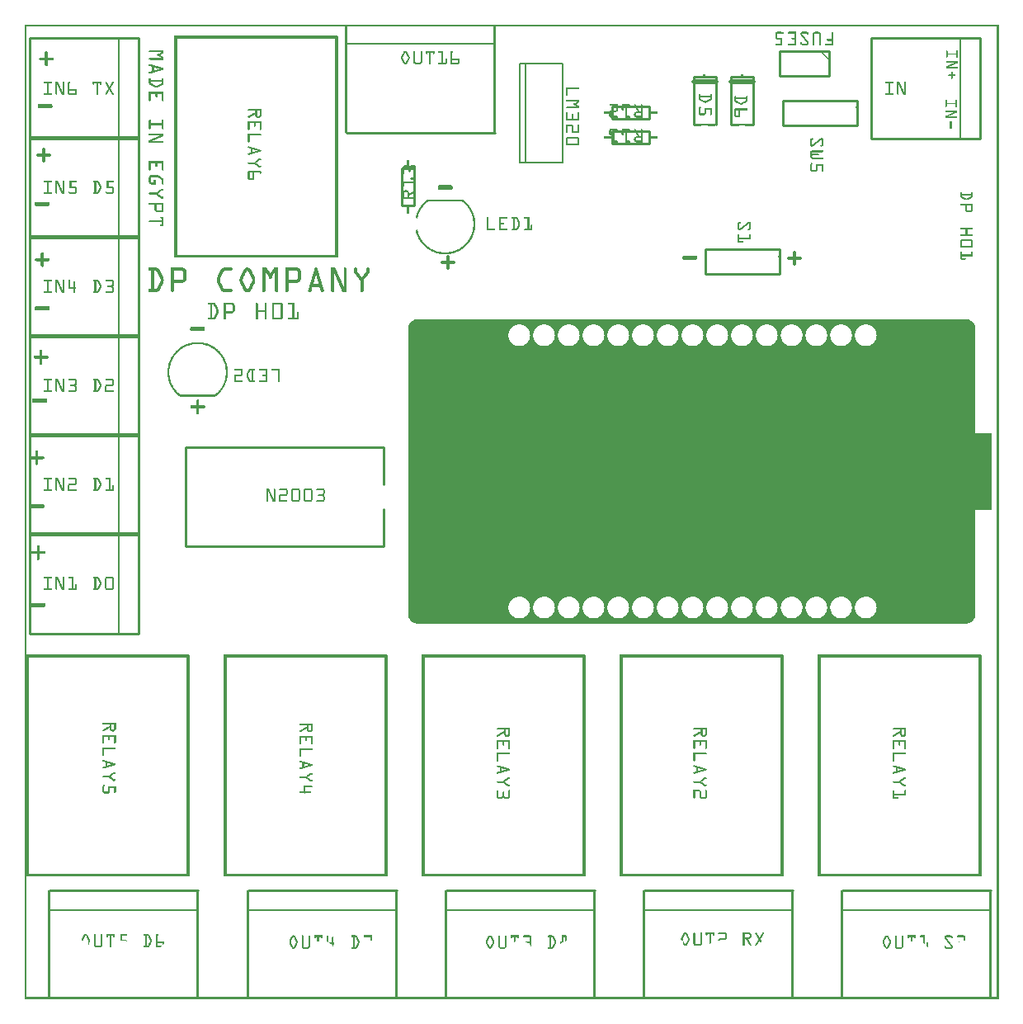
<source format=gto>
G04 MADE WITH FRITZING*
G04 WWW.FRITZING.ORG*
G04 DOUBLE SIDED*
G04 HOLES PLATED*
G04 CONTOUR ON CENTER OF CONTOUR VECTOR*
%ASAXBY*%
%FSLAX23Y23*%
%MOIN*%
%OFA0B0*%
%SFA1.0B1.0*%
%ADD10C,0.125984*%
%ADD11C,0.010000*%
%ADD12C,0.005000*%
%ADD13C,0.008000*%
%ADD14C,0.020000*%
%ADD15C,0.007956*%
%ADD16C,0.007874*%
%ADD17R,0.001000X0.001000*%
%LNSILK1*%
G90*
G70*
G54D10*
X1673Y1640D03*
X1673Y2624D03*
X3720Y1640D03*
X3720Y2624D03*
G54D11*
X20Y2282D02*
X20Y1878D01*
D02*
X20Y1878D02*
X460Y1878D01*
D02*
X460Y1878D02*
X460Y2282D01*
D02*
X460Y2282D02*
X20Y2282D01*
G54D12*
D02*
X380Y1878D02*
X380Y2282D01*
G54D11*
D02*
X20Y2682D02*
X20Y2278D01*
D02*
X20Y2278D02*
X460Y2278D01*
D02*
X460Y2278D02*
X460Y2682D01*
D02*
X460Y2682D02*
X20Y2682D01*
G54D12*
D02*
X380Y2278D02*
X380Y2682D01*
G54D11*
D02*
X20Y3082D02*
X20Y2678D01*
D02*
X20Y2678D02*
X460Y2678D01*
D02*
X460Y2678D02*
X460Y3082D01*
D02*
X460Y3082D02*
X20Y3082D01*
G54D12*
D02*
X380Y2678D02*
X380Y3082D01*
G54D11*
D02*
X20Y3482D02*
X20Y3078D01*
D02*
X20Y3078D02*
X460Y3078D01*
D02*
X460Y3078D02*
X460Y3482D01*
D02*
X460Y3482D02*
X20Y3482D01*
G54D12*
D02*
X380Y3078D02*
X380Y3482D01*
G54D11*
D02*
X20Y3882D02*
X20Y3478D01*
D02*
X20Y3478D02*
X460Y3478D01*
D02*
X460Y3478D02*
X460Y3882D01*
D02*
X460Y3882D02*
X20Y3882D01*
G54D12*
D02*
X380Y3478D02*
X380Y3882D01*
G54D11*
D02*
X20Y1882D02*
X20Y1478D01*
D02*
X20Y1478D02*
X460Y1478D01*
D02*
X460Y1478D02*
X460Y1882D01*
D02*
X460Y1882D02*
X20Y1882D01*
G54D12*
D02*
X380Y1478D02*
X380Y1882D01*
G54D11*
D02*
X700Y441D02*
X100Y441D01*
G54D12*
D02*
X700Y361D02*
X100Y361D01*
G54D11*
D02*
X3903Y441D02*
X3303Y441D01*
G54D12*
D02*
X3903Y361D02*
X3303Y361D01*
G54D11*
D02*
X2303Y441D02*
X1703Y441D01*
G54D12*
D02*
X2303Y361D02*
X1703Y361D01*
G54D11*
D02*
X1503Y441D02*
X903Y441D01*
G54D12*
D02*
X1503Y361D02*
X903Y361D01*
G54D11*
D02*
X1300Y3501D02*
X1900Y3501D01*
G54D12*
D02*
X1900Y3861D02*
X1300Y3861D01*
G54D11*
D02*
X3103Y441D02*
X2503Y441D01*
G54D12*
D02*
X3103Y361D02*
X2503Y361D01*
G54D11*
D02*
X3420Y3882D02*
X3420Y3478D01*
D02*
X3420Y3478D02*
X3860Y3478D01*
D02*
X3860Y3478D02*
X3860Y3882D01*
D02*
X3860Y3882D02*
X3420Y3882D01*
G54D12*
D02*
X3780Y3478D02*
X3780Y3882D01*
G54D13*
D02*
X2175Y3781D02*
X2175Y3381D01*
D02*
X2175Y3381D02*
X2025Y3381D01*
D02*
X2025Y3381D02*
X2000Y3381D01*
D02*
X2000Y3381D02*
X2000Y3781D01*
D02*
X2000Y3781D02*
X2025Y3781D01*
D02*
X2025Y3781D02*
X2175Y3781D01*
D02*
X2025Y3781D02*
X2025Y3381D01*
G54D11*
D02*
X1526Y3206D02*
X1526Y3356D01*
D02*
X1526Y3356D02*
X1576Y3356D01*
D02*
X1576Y3356D02*
X1576Y3206D01*
D02*
X1576Y3206D02*
X1526Y3206D01*
D02*
X2526Y3557D02*
X2376Y3557D01*
D02*
X2376Y3557D02*
X2376Y3607D01*
D02*
X2376Y3607D02*
X2526Y3607D01*
D02*
X2526Y3607D02*
X2526Y3557D01*
D02*
X2526Y3457D02*
X2376Y3457D01*
D02*
X2376Y3457D02*
X2376Y3507D01*
D02*
X2376Y3507D02*
X2526Y3507D01*
D02*
X2526Y3507D02*
X2526Y3457D01*
D02*
X2793Y3727D02*
X2793Y3532D01*
D02*
X2703Y3532D02*
X2703Y3727D01*
D02*
X2703Y3727D02*
X2793Y3727D01*
G54D14*
D02*
X2703Y3707D02*
X2793Y3707D01*
G54D11*
D02*
X2945Y3727D02*
X2945Y3532D01*
D02*
X2855Y3532D02*
X2855Y3727D01*
D02*
X2855Y3727D02*
X2945Y3727D01*
G54D14*
D02*
X2855Y3707D02*
X2945Y3707D01*
G54D11*
D02*
X3365Y3631D02*
X3065Y3631D01*
D02*
X3065Y3631D02*
X3065Y3531D01*
D02*
X3065Y3531D02*
X3365Y3531D01*
D02*
X3365Y3531D02*
X3365Y3631D01*
D02*
X3250Y3831D02*
X3050Y3831D01*
D02*
X3050Y3831D02*
X3050Y3731D01*
D02*
X3050Y3731D02*
X3250Y3731D01*
D02*
X3250Y3731D02*
X3250Y3831D01*
D02*
X1450Y2231D02*
X650Y2231D01*
D02*
X650Y2231D02*
X650Y1831D01*
D02*
X650Y1831D02*
X1450Y1831D01*
D02*
X1450Y2231D02*
X1450Y2081D01*
D02*
X1450Y1981D02*
X1450Y1831D01*
D02*
X3050Y3031D02*
X2750Y3031D01*
D02*
X2750Y3031D02*
X2750Y2931D01*
D02*
X2750Y2931D02*
X3050Y2931D01*
D02*
X3050Y2931D02*
X3050Y3031D01*
G54D15*
G36*
X3837Y2285D02*
X3907Y2285D01*
X3907Y1978D01*
X3837Y1978D01*
X3837Y2285D01*
G37*
D02*
G54D16*
X1770Y3226D02*
X1629Y3226D01*
D02*
G54D17*
X0Y3937D02*
X3936Y3937D01*
X0Y3936D02*
X3936Y3936D01*
X0Y3935D02*
X3936Y3935D01*
X0Y3934D02*
X3936Y3934D01*
X0Y3933D02*
X3936Y3933D01*
X0Y3932D02*
X3936Y3932D01*
X0Y3931D02*
X3936Y3931D01*
X0Y3930D02*
X3936Y3930D01*
X0Y3929D02*
X7Y3929D01*
X1295Y3929D02*
X1304Y3929D01*
X1895Y3929D02*
X1904Y3929D01*
X3929Y3929D02*
X3936Y3929D01*
X0Y3928D02*
X7Y3928D01*
X1295Y3928D02*
X1304Y3928D01*
X1895Y3928D02*
X1904Y3928D01*
X3929Y3928D02*
X3936Y3928D01*
X0Y3927D02*
X7Y3927D01*
X1295Y3927D02*
X1304Y3927D01*
X1895Y3927D02*
X1904Y3927D01*
X3929Y3927D02*
X3936Y3927D01*
X0Y3926D02*
X7Y3926D01*
X1295Y3926D02*
X1304Y3926D01*
X1895Y3926D02*
X1904Y3926D01*
X3929Y3926D02*
X3936Y3926D01*
X0Y3925D02*
X7Y3925D01*
X1295Y3925D02*
X1304Y3925D01*
X1895Y3925D02*
X1904Y3925D01*
X3929Y3925D02*
X3936Y3925D01*
X0Y3924D02*
X7Y3924D01*
X1295Y3924D02*
X1304Y3924D01*
X1895Y3924D02*
X1904Y3924D01*
X3929Y3924D02*
X3936Y3924D01*
X0Y3923D02*
X7Y3923D01*
X1295Y3923D02*
X1304Y3923D01*
X1895Y3923D02*
X1904Y3923D01*
X3929Y3923D02*
X3936Y3923D01*
X0Y3922D02*
X7Y3922D01*
X1295Y3922D02*
X1304Y3922D01*
X1895Y3922D02*
X1904Y3922D01*
X3929Y3922D02*
X3936Y3922D01*
X0Y3921D02*
X7Y3921D01*
X1295Y3921D02*
X1304Y3921D01*
X1895Y3921D02*
X1904Y3921D01*
X3929Y3921D02*
X3936Y3921D01*
X0Y3920D02*
X7Y3920D01*
X1295Y3920D02*
X1304Y3920D01*
X1895Y3920D02*
X1904Y3920D01*
X3929Y3920D02*
X3936Y3920D01*
X0Y3919D02*
X7Y3919D01*
X1295Y3919D02*
X1304Y3919D01*
X1895Y3919D02*
X1904Y3919D01*
X3929Y3919D02*
X3936Y3919D01*
X0Y3918D02*
X7Y3918D01*
X1295Y3918D02*
X1304Y3918D01*
X1895Y3918D02*
X1904Y3918D01*
X3929Y3918D02*
X3936Y3918D01*
X0Y3917D02*
X7Y3917D01*
X1295Y3917D02*
X1304Y3917D01*
X1895Y3917D02*
X1904Y3917D01*
X3929Y3917D02*
X3936Y3917D01*
X0Y3916D02*
X7Y3916D01*
X1295Y3916D02*
X1304Y3916D01*
X1895Y3916D02*
X1904Y3916D01*
X3929Y3916D02*
X3936Y3916D01*
X0Y3915D02*
X7Y3915D01*
X1295Y3915D02*
X1304Y3915D01*
X1895Y3915D02*
X1904Y3915D01*
X3929Y3915D02*
X3936Y3915D01*
X0Y3914D02*
X7Y3914D01*
X1295Y3914D02*
X1304Y3914D01*
X1895Y3914D02*
X1904Y3914D01*
X3929Y3914D02*
X3936Y3914D01*
X0Y3913D02*
X7Y3913D01*
X1295Y3913D02*
X1304Y3913D01*
X1895Y3913D02*
X1904Y3913D01*
X3929Y3913D02*
X3936Y3913D01*
X0Y3912D02*
X7Y3912D01*
X1295Y3912D02*
X1304Y3912D01*
X1895Y3912D02*
X1904Y3912D01*
X3929Y3912D02*
X3936Y3912D01*
X0Y3911D02*
X7Y3911D01*
X1295Y3911D02*
X1304Y3911D01*
X1895Y3911D02*
X1904Y3911D01*
X3929Y3911D02*
X3936Y3911D01*
X0Y3910D02*
X7Y3910D01*
X1295Y3910D02*
X1304Y3910D01*
X1895Y3910D02*
X1904Y3910D01*
X3929Y3910D02*
X3936Y3910D01*
X0Y3909D02*
X7Y3909D01*
X1295Y3909D02*
X1304Y3909D01*
X1895Y3909D02*
X1904Y3909D01*
X3929Y3909D02*
X3936Y3909D01*
X0Y3908D02*
X7Y3908D01*
X1295Y3908D02*
X1304Y3908D01*
X1895Y3908D02*
X1904Y3908D01*
X3042Y3908D02*
X3056Y3908D01*
X3089Y3908D02*
X3118Y3908D01*
X3143Y3908D02*
X3159Y3908D01*
X3196Y3908D02*
X3208Y3908D01*
X3929Y3908D02*
X3936Y3908D01*
X0Y3907D02*
X7Y3907D01*
X1295Y3907D02*
X1304Y3907D01*
X1895Y3907D02*
X1904Y3907D01*
X3038Y3907D02*
X3061Y3907D01*
X3086Y3907D02*
X3118Y3907D01*
X3139Y3907D02*
X3163Y3907D01*
X3191Y3907D02*
X3212Y3907D01*
X3264Y3907D02*
X3267Y3907D01*
X3929Y3907D02*
X3936Y3907D01*
X0Y3906D02*
X7Y3906D01*
X1295Y3906D02*
X1304Y3906D01*
X1895Y3906D02*
X1904Y3906D01*
X3037Y3906D02*
X3064Y3906D01*
X3085Y3906D02*
X3118Y3906D01*
X3138Y3906D02*
X3165Y3906D01*
X3189Y3906D02*
X3214Y3906D01*
X3263Y3906D02*
X3268Y3906D01*
X3929Y3906D02*
X3936Y3906D01*
X0Y3905D02*
X7Y3905D01*
X1295Y3905D02*
X1304Y3905D01*
X1895Y3905D02*
X1904Y3905D01*
X3036Y3905D02*
X3066Y3905D01*
X3085Y3905D02*
X3118Y3905D01*
X3137Y3905D02*
X3166Y3905D01*
X3188Y3905D02*
X3215Y3905D01*
X3262Y3905D02*
X3268Y3905D01*
X3929Y3905D02*
X3936Y3905D01*
X0Y3904D02*
X7Y3904D01*
X1295Y3904D02*
X1304Y3904D01*
X1895Y3904D02*
X1904Y3904D01*
X3036Y3904D02*
X3067Y3904D01*
X3085Y3904D02*
X3118Y3904D01*
X3136Y3904D02*
X3167Y3904D01*
X3187Y3904D02*
X3216Y3904D01*
X3262Y3904D02*
X3268Y3904D01*
X3929Y3904D02*
X3936Y3904D01*
X0Y3903D02*
X7Y3903D01*
X1295Y3903D02*
X1304Y3903D01*
X1895Y3903D02*
X1904Y3903D01*
X3035Y3903D02*
X3068Y3903D01*
X3085Y3903D02*
X3118Y3903D01*
X3135Y3903D02*
X3167Y3903D01*
X3186Y3903D02*
X3217Y3903D01*
X3262Y3903D02*
X3268Y3903D01*
X3929Y3903D02*
X3936Y3903D01*
X0Y3902D02*
X7Y3902D01*
X1295Y3902D02*
X1304Y3902D01*
X1895Y3902D02*
X1904Y3902D01*
X3035Y3902D02*
X3068Y3902D01*
X3086Y3902D02*
X3118Y3902D01*
X3135Y3902D02*
X3168Y3902D01*
X3186Y3902D02*
X3217Y3902D01*
X3262Y3902D02*
X3268Y3902D01*
X3929Y3902D02*
X3936Y3902D01*
X0Y3901D02*
X7Y3901D01*
X1295Y3901D02*
X1304Y3901D01*
X1895Y3901D02*
X1904Y3901D01*
X3035Y3901D02*
X3068Y3901D01*
X3088Y3901D02*
X3118Y3901D01*
X3135Y3901D02*
X3168Y3901D01*
X3185Y3901D02*
X3218Y3901D01*
X3262Y3901D02*
X3268Y3901D01*
X3929Y3901D02*
X3936Y3901D01*
X0Y3900D02*
X7Y3900D01*
X1295Y3900D02*
X1304Y3900D01*
X1895Y3900D02*
X1904Y3900D01*
X3035Y3900D02*
X3041Y3900D01*
X3061Y3900D02*
X3068Y3900D01*
X3112Y3900D02*
X3118Y3900D01*
X3135Y3900D02*
X3141Y3900D01*
X3162Y3900D02*
X3168Y3900D01*
X3185Y3900D02*
X3192Y3900D01*
X3211Y3900D02*
X3218Y3900D01*
X3262Y3900D02*
X3268Y3900D01*
X3929Y3900D02*
X3936Y3900D01*
X0Y3899D02*
X7Y3899D01*
X1295Y3899D02*
X1304Y3899D01*
X1895Y3899D02*
X1904Y3899D01*
X3035Y3899D02*
X3041Y3899D01*
X3063Y3899D02*
X3067Y3899D01*
X3112Y3899D02*
X3118Y3899D01*
X3135Y3899D02*
X3142Y3899D01*
X3162Y3899D02*
X3168Y3899D01*
X3185Y3899D02*
X3191Y3899D01*
X3212Y3899D02*
X3218Y3899D01*
X3262Y3899D02*
X3268Y3899D01*
X3929Y3899D02*
X3936Y3899D01*
X0Y3898D02*
X7Y3898D01*
X1295Y3898D02*
X1304Y3898D01*
X1895Y3898D02*
X1904Y3898D01*
X3035Y3898D02*
X3041Y3898D01*
X3112Y3898D02*
X3118Y3898D01*
X3135Y3898D02*
X3142Y3898D01*
X3163Y3898D02*
X3168Y3898D01*
X3185Y3898D02*
X3191Y3898D01*
X3212Y3898D02*
X3218Y3898D01*
X3262Y3898D02*
X3268Y3898D01*
X3929Y3898D02*
X3936Y3898D01*
X0Y3897D02*
X7Y3897D01*
X1295Y3897D02*
X1304Y3897D01*
X1895Y3897D02*
X1904Y3897D01*
X3035Y3897D02*
X3041Y3897D01*
X3112Y3897D02*
X3118Y3897D01*
X3136Y3897D02*
X3143Y3897D01*
X3163Y3897D02*
X3168Y3897D01*
X3185Y3897D02*
X3191Y3897D01*
X3212Y3897D02*
X3218Y3897D01*
X3262Y3897D02*
X3268Y3897D01*
X3929Y3897D02*
X3936Y3897D01*
X0Y3896D02*
X7Y3896D01*
X1295Y3896D02*
X1304Y3896D01*
X1895Y3896D02*
X1904Y3896D01*
X3035Y3896D02*
X3041Y3896D01*
X3112Y3896D02*
X3118Y3896D01*
X3136Y3896D02*
X3144Y3896D01*
X3164Y3896D02*
X3167Y3896D01*
X3185Y3896D02*
X3191Y3896D01*
X3212Y3896D02*
X3218Y3896D01*
X3262Y3896D02*
X3268Y3896D01*
X3929Y3896D02*
X3936Y3896D01*
X0Y3895D02*
X7Y3895D01*
X1295Y3895D02*
X1304Y3895D01*
X1895Y3895D02*
X1904Y3895D01*
X3035Y3895D02*
X3041Y3895D01*
X3112Y3895D02*
X3118Y3895D01*
X3137Y3895D02*
X3145Y3895D01*
X3185Y3895D02*
X3191Y3895D01*
X3212Y3895D02*
X3218Y3895D01*
X3262Y3895D02*
X3268Y3895D01*
X3929Y3895D02*
X3936Y3895D01*
X0Y3894D02*
X7Y3894D01*
X1295Y3894D02*
X1304Y3894D01*
X1895Y3894D02*
X1904Y3894D01*
X3035Y3894D02*
X3041Y3894D01*
X3112Y3894D02*
X3118Y3894D01*
X3138Y3894D02*
X3146Y3894D01*
X3185Y3894D02*
X3191Y3894D01*
X3212Y3894D02*
X3218Y3894D01*
X3262Y3894D02*
X3268Y3894D01*
X3929Y3894D02*
X3936Y3894D01*
X0Y3893D02*
X7Y3893D01*
X1295Y3893D02*
X1304Y3893D01*
X1895Y3893D02*
X1904Y3893D01*
X3035Y3893D02*
X3041Y3893D01*
X3112Y3893D02*
X3118Y3893D01*
X3138Y3893D02*
X3146Y3893D01*
X3185Y3893D02*
X3191Y3893D01*
X3212Y3893D02*
X3218Y3893D01*
X3262Y3893D02*
X3268Y3893D01*
X3929Y3893D02*
X3936Y3893D01*
X0Y3892D02*
X7Y3892D01*
X606Y3892D02*
X1265Y3892D01*
X1295Y3892D02*
X1304Y3892D01*
X1895Y3892D02*
X1904Y3892D01*
X3035Y3892D02*
X3041Y3892D01*
X3112Y3892D02*
X3118Y3892D01*
X3139Y3892D02*
X3147Y3892D01*
X3185Y3892D02*
X3191Y3892D01*
X3212Y3892D02*
X3218Y3892D01*
X3262Y3892D02*
X3268Y3892D01*
X3929Y3892D02*
X3936Y3892D01*
X0Y3891D02*
X7Y3891D01*
X606Y3891D02*
X1266Y3891D01*
X1295Y3891D02*
X1304Y3891D01*
X1895Y3891D02*
X1904Y3891D01*
X3035Y3891D02*
X3041Y3891D01*
X3112Y3891D02*
X3118Y3891D01*
X3140Y3891D02*
X3148Y3891D01*
X3185Y3891D02*
X3191Y3891D01*
X3212Y3891D02*
X3218Y3891D01*
X3262Y3891D02*
X3268Y3891D01*
X3929Y3891D02*
X3936Y3891D01*
X0Y3890D02*
X7Y3890D01*
X606Y3890D02*
X1266Y3890D01*
X1295Y3890D02*
X1304Y3890D01*
X1895Y3890D02*
X1904Y3890D01*
X3035Y3890D02*
X3041Y3890D01*
X3112Y3890D02*
X3118Y3890D01*
X3141Y3890D02*
X3149Y3890D01*
X3185Y3890D02*
X3191Y3890D01*
X3212Y3890D02*
X3218Y3890D01*
X3262Y3890D02*
X3268Y3890D01*
X3929Y3890D02*
X3936Y3890D01*
X0Y3889D02*
X7Y3889D01*
X606Y3889D02*
X1266Y3889D01*
X1295Y3889D02*
X1304Y3889D01*
X1895Y3889D02*
X1904Y3889D01*
X3035Y3889D02*
X3041Y3889D01*
X3112Y3889D02*
X3118Y3889D01*
X3141Y3889D02*
X3149Y3889D01*
X3185Y3889D02*
X3191Y3889D01*
X3212Y3889D02*
X3218Y3889D01*
X3262Y3889D02*
X3268Y3889D01*
X3929Y3889D02*
X3936Y3889D01*
X0Y3888D02*
X7Y3888D01*
X606Y3888D02*
X1266Y3888D01*
X1295Y3888D02*
X1304Y3888D01*
X1895Y3888D02*
X1904Y3888D01*
X3035Y3888D02*
X3041Y3888D01*
X3112Y3888D02*
X3118Y3888D01*
X3142Y3888D02*
X3150Y3888D01*
X3185Y3888D02*
X3191Y3888D01*
X3212Y3888D02*
X3218Y3888D01*
X3262Y3888D02*
X3268Y3888D01*
X3929Y3888D02*
X3936Y3888D01*
X0Y3887D02*
X7Y3887D01*
X606Y3887D02*
X1266Y3887D01*
X1295Y3887D02*
X1304Y3887D01*
X1895Y3887D02*
X1904Y3887D01*
X3035Y3887D02*
X3041Y3887D01*
X3112Y3887D02*
X3118Y3887D01*
X3143Y3887D02*
X3151Y3887D01*
X3185Y3887D02*
X3191Y3887D01*
X3212Y3887D02*
X3218Y3887D01*
X3262Y3887D02*
X3268Y3887D01*
X3929Y3887D02*
X3936Y3887D01*
X0Y3886D02*
X7Y3886D01*
X606Y3886D02*
X1266Y3886D01*
X1295Y3886D02*
X1304Y3886D01*
X1895Y3886D02*
X1904Y3886D01*
X3035Y3886D02*
X3041Y3886D01*
X3112Y3886D02*
X3118Y3886D01*
X3144Y3886D02*
X3152Y3886D01*
X3185Y3886D02*
X3191Y3886D01*
X3212Y3886D02*
X3218Y3886D01*
X3262Y3886D02*
X3268Y3886D01*
X3929Y3886D02*
X3936Y3886D01*
X0Y3885D02*
X7Y3885D01*
X606Y3885D02*
X1266Y3885D01*
X1295Y3885D02*
X1304Y3885D01*
X1895Y3885D02*
X1904Y3885D01*
X3035Y3885D02*
X3041Y3885D01*
X3112Y3885D02*
X3118Y3885D01*
X3145Y3885D02*
X3153Y3885D01*
X3185Y3885D02*
X3191Y3885D01*
X3212Y3885D02*
X3218Y3885D01*
X3262Y3885D02*
X3268Y3885D01*
X3929Y3885D02*
X3936Y3885D01*
X0Y3884D02*
X7Y3884D01*
X606Y3884D02*
X1266Y3884D01*
X1295Y3884D02*
X1304Y3884D01*
X1895Y3884D02*
X1904Y3884D01*
X3035Y3884D02*
X3061Y3884D01*
X3101Y3884D02*
X3118Y3884D01*
X3145Y3884D02*
X3153Y3884D01*
X3185Y3884D02*
X3191Y3884D01*
X3212Y3884D02*
X3218Y3884D01*
X3262Y3884D02*
X3268Y3884D01*
X3929Y3884D02*
X3936Y3884D01*
X0Y3883D02*
X7Y3883D01*
X606Y3883D02*
X1266Y3883D01*
X1295Y3883D02*
X1304Y3883D01*
X1895Y3883D02*
X1904Y3883D01*
X3035Y3883D02*
X3062Y3883D01*
X3099Y3883D02*
X3118Y3883D01*
X3146Y3883D02*
X3154Y3883D01*
X3185Y3883D02*
X3191Y3883D01*
X3212Y3883D02*
X3218Y3883D01*
X3262Y3883D02*
X3268Y3883D01*
X3929Y3883D02*
X3936Y3883D01*
X0Y3882D02*
X7Y3882D01*
X606Y3882D02*
X1266Y3882D01*
X1295Y3882D02*
X1304Y3882D01*
X1895Y3882D02*
X1904Y3882D01*
X3035Y3882D02*
X3062Y3882D01*
X3099Y3882D02*
X3118Y3882D01*
X3147Y3882D02*
X3155Y3882D01*
X3185Y3882D02*
X3191Y3882D01*
X3212Y3882D02*
X3218Y3882D01*
X3262Y3882D02*
X3268Y3882D01*
X3929Y3882D02*
X3936Y3882D01*
X0Y3881D02*
X7Y3881D01*
X606Y3881D02*
X616Y3881D01*
X1255Y3881D02*
X1266Y3881D01*
X1295Y3881D02*
X1304Y3881D01*
X1895Y3881D02*
X1904Y3881D01*
X3036Y3881D02*
X3062Y3881D01*
X3099Y3881D02*
X3118Y3881D01*
X3148Y3881D02*
X3156Y3881D01*
X3185Y3881D02*
X3191Y3881D01*
X3212Y3881D02*
X3218Y3881D01*
X3262Y3881D02*
X3268Y3881D01*
X3929Y3881D02*
X3936Y3881D01*
X0Y3880D02*
X7Y3880D01*
X606Y3880D02*
X616Y3880D01*
X1255Y3880D02*
X1266Y3880D01*
X1295Y3880D02*
X1304Y3880D01*
X1895Y3880D02*
X1904Y3880D01*
X3037Y3880D02*
X3062Y3880D01*
X3099Y3880D02*
X3118Y3880D01*
X3148Y3880D02*
X3156Y3880D01*
X3185Y3880D02*
X3191Y3880D01*
X3212Y3880D02*
X3218Y3880D01*
X3262Y3880D02*
X3268Y3880D01*
X3929Y3880D02*
X3936Y3880D01*
X0Y3879D02*
X7Y3879D01*
X606Y3879D02*
X616Y3879D01*
X1255Y3879D02*
X1266Y3879D01*
X1295Y3879D02*
X1304Y3879D01*
X1895Y3879D02*
X1904Y3879D01*
X3038Y3879D02*
X3062Y3879D01*
X3099Y3879D02*
X3118Y3879D01*
X3149Y3879D02*
X3157Y3879D01*
X3185Y3879D02*
X3191Y3879D01*
X3212Y3879D02*
X3218Y3879D01*
X3262Y3879D02*
X3268Y3879D01*
X3929Y3879D02*
X3936Y3879D01*
X0Y3878D02*
X7Y3878D01*
X606Y3878D02*
X616Y3878D01*
X1255Y3878D02*
X1266Y3878D01*
X1295Y3878D02*
X1304Y3878D01*
X1895Y3878D02*
X1904Y3878D01*
X3039Y3878D02*
X3062Y3878D01*
X3100Y3878D02*
X3118Y3878D01*
X3150Y3878D02*
X3158Y3878D01*
X3185Y3878D02*
X3191Y3878D01*
X3212Y3878D02*
X3218Y3878D01*
X3243Y3878D02*
X3268Y3878D01*
X3929Y3878D02*
X3936Y3878D01*
X0Y3877D02*
X7Y3877D01*
X606Y3877D02*
X616Y3877D01*
X1255Y3877D02*
X1266Y3877D01*
X1295Y3877D02*
X1304Y3877D01*
X1895Y3877D02*
X1904Y3877D01*
X3055Y3877D02*
X3062Y3877D01*
X3112Y3877D02*
X3118Y3877D01*
X3151Y3877D02*
X3159Y3877D01*
X3185Y3877D02*
X3191Y3877D01*
X3212Y3877D02*
X3218Y3877D01*
X3242Y3877D02*
X3268Y3877D01*
X3929Y3877D02*
X3936Y3877D01*
X0Y3876D02*
X7Y3876D01*
X606Y3876D02*
X616Y3876D01*
X1255Y3876D02*
X1266Y3876D01*
X1295Y3876D02*
X1304Y3876D01*
X1895Y3876D02*
X1904Y3876D01*
X3056Y3876D02*
X3062Y3876D01*
X3112Y3876D02*
X3118Y3876D01*
X3152Y3876D02*
X3160Y3876D01*
X3185Y3876D02*
X3191Y3876D01*
X3212Y3876D02*
X3218Y3876D01*
X3242Y3876D02*
X3268Y3876D01*
X3929Y3876D02*
X3936Y3876D01*
X0Y3875D02*
X7Y3875D01*
X606Y3875D02*
X616Y3875D01*
X1255Y3875D02*
X1266Y3875D01*
X1295Y3875D02*
X1304Y3875D01*
X1895Y3875D02*
X1904Y3875D01*
X3056Y3875D02*
X3062Y3875D01*
X3112Y3875D02*
X3118Y3875D01*
X3152Y3875D02*
X3160Y3875D01*
X3185Y3875D02*
X3191Y3875D01*
X3212Y3875D02*
X3218Y3875D01*
X3242Y3875D02*
X3268Y3875D01*
X3929Y3875D02*
X3936Y3875D01*
X0Y3874D02*
X7Y3874D01*
X606Y3874D02*
X616Y3874D01*
X1255Y3874D02*
X1266Y3874D01*
X1295Y3874D02*
X1304Y3874D01*
X1895Y3874D02*
X1904Y3874D01*
X3056Y3874D02*
X3062Y3874D01*
X3112Y3874D02*
X3118Y3874D01*
X3153Y3874D02*
X3161Y3874D01*
X3185Y3874D02*
X3191Y3874D01*
X3212Y3874D02*
X3218Y3874D01*
X3242Y3874D02*
X3268Y3874D01*
X3929Y3874D02*
X3936Y3874D01*
X0Y3873D02*
X7Y3873D01*
X606Y3873D02*
X616Y3873D01*
X1255Y3873D02*
X1266Y3873D01*
X1295Y3873D02*
X1304Y3873D01*
X1895Y3873D02*
X1904Y3873D01*
X3056Y3873D02*
X3062Y3873D01*
X3112Y3873D02*
X3118Y3873D01*
X3154Y3873D02*
X3162Y3873D01*
X3185Y3873D02*
X3191Y3873D01*
X3212Y3873D02*
X3218Y3873D01*
X3242Y3873D02*
X3268Y3873D01*
X3929Y3873D02*
X3936Y3873D01*
X0Y3872D02*
X7Y3872D01*
X606Y3872D02*
X616Y3872D01*
X1255Y3872D02*
X1266Y3872D01*
X1295Y3872D02*
X1304Y3872D01*
X1895Y3872D02*
X1904Y3872D01*
X3056Y3872D02*
X3062Y3872D01*
X3112Y3872D02*
X3118Y3872D01*
X3155Y3872D02*
X3163Y3872D01*
X3185Y3872D02*
X3191Y3872D01*
X3212Y3872D02*
X3218Y3872D01*
X3244Y3872D02*
X3268Y3872D01*
X3929Y3872D02*
X3936Y3872D01*
X0Y3871D02*
X7Y3871D01*
X606Y3871D02*
X616Y3871D01*
X1255Y3871D02*
X1266Y3871D01*
X1295Y3871D02*
X1304Y3871D01*
X1895Y3871D02*
X1904Y3871D01*
X3056Y3871D02*
X3062Y3871D01*
X3112Y3871D02*
X3118Y3871D01*
X3155Y3871D02*
X3163Y3871D01*
X3185Y3871D02*
X3191Y3871D01*
X3212Y3871D02*
X3218Y3871D01*
X3262Y3871D02*
X3268Y3871D01*
X3929Y3871D02*
X3936Y3871D01*
X0Y3870D02*
X7Y3870D01*
X606Y3870D02*
X616Y3870D01*
X1255Y3870D02*
X1266Y3870D01*
X1295Y3870D02*
X1304Y3870D01*
X1895Y3870D02*
X1904Y3870D01*
X3056Y3870D02*
X3062Y3870D01*
X3112Y3870D02*
X3118Y3870D01*
X3156Y3870D02*
X3164Y3870D01*
X3185Y3870D02*
X3191Y3870D01*
X3212Y3870D02*
X3218Y3870D01*
X3262Y3870D02*
X3268Y3870D01*
X3929Y3870D02*
X3936Y3870D01*
X0Y3869D02*
X7Y3869D01*
X606Y3869D02*
X616Y3869D01*
X1255Y3869D02*
X1266Y3869D01*
X1295Y3869D02*
X1304Y3869D01*
X1895Y3869D02*
X1904Y3869D01*
X3056Y3869D02*
X3062Y3869D01*
X3112Y3869D02*
X3118Y3869D01*
X3157Y3869D02*
X3165Y3869D01*
X3185Y3869D02*
X3191Y3869D01*
X3212Y3869D02*
X3218Y3869D01*
X3262Y3869D02*
X3268Y3869D01*
X3929Y3869D02*
X3936Y3869D01*
X0Y3868D02*
X7Y3868D01*
X606Y3868D02*
X616Y3868D01*
X1255Y3868D02*
X1266Y3868D01*
X1295Y3868D02*
X1304Y3868D01*
X1895Y3868D02*
X1904Y3868D01*
X3056Y3868D02*
X3062Y3868D01*
X3112Y3868D02*
X3118Y3868D01*
X3158Y3868D02*
X3166Y3868D01*
X3185Y3868D02*
X3191Y3868D01*
X3212Y3868D02*
X3218Y3868D01*
X3262Y3868D02*
X3268Y3868D01*
X3929Y3868D02*
X3936Y3868D01*
X0Y3867D02*
X7Y3867D01*
X606Y3867D02*
X616Y3867D01*
X1255Y3867D02*
X1266Y3867D01*
X1295Y3867D02*
X1304Y3867D01*
X1895Y3867D02*
X1904Y3867D01*
X3056Y3867D02*
X3062Y3867D01*
X3112Y3867D02*
X3118Y3867D01*
X3159Y3867D02*
X3167Y3867D01*
X3185Y3867D02*
X3191Y3867D01*
X3212Y3867D02*
X3218Y3867D01*
X3262Y3867D02*
X3268Y3867D01*
X3929Y3867D02*
X3936Y3867D01*
X0Y3866D02*
X7Y3866D01*
X606Y3866D02*
X616Y3866D01*
X1255Y3866D02*
X1266Y3866D01*
X1295Y3866D02*
X1304Y3866D01*
X1895Y3866D02*
X1904Y3866D01*
X3056Y3866D02*
X3062Y3866D01*
X3112Y3866D02*
X3118Y3866D01*
X3136Y3866D02*
X3139Y3866D01*
X3159Y3866D02*
X3167Y3866D01*
X3185Y3866D02*
X3191Y3866D01*
X3212Y3866D02*
X3218Y3866D01*
X3262Y3866D02*
X3268Y3866D01*
X3929Y3866D02*
X3936Y3866D01*
X0Y3865D02*
X7Y3865D01*
X606Y3865D02*
X616Y3865D01*
X1255Y3865D02*
X1266Y3865D01*
X1295Y3865D02*
X1304Y3865D01*
X1895Y3865D02*
X1904Y3865D01*
X3056Y3865D02*
X3062Y3865D01*
X3112Y3865D02*
X3118Y3865D01*
X3135Y3865D02*
X3140Y3865D01*
X3160Y3865D02*
X3168Y3865D01*
X3185Y3865D02*
X3191Y3865D01*
X3212Y3865D02*
X3218Y3865D01*
X3262Y3865D02*
X3268Y3865D01*
X3929Y3865D02*
X3936Y3865D01*
X0Y3864D02*
X7Y3864D01*
X606Y3864D02*
X616Y3864D01*
X1255Y3864D02*
X1266Y3864D01*
X1295Y3864D02*
X1304Y3864D01*
X1895Y3864D02*
X1904Y3864D01*
X3056Y3864D02*
X3062Y3864D01*
X3112Y3864D02*
X3118Y3864D01*
X3135Y3864D02*
X3141Y3864D01*
X3161Y3864D02*
X3168Y3864D01*
X3185Y3864D02*
X3191Y3864D01*
X3212Y3864D02*
X3218Y3864D01*
X3262Y3864D02*
X3268Y3864D01*
X3929Y3864D02*
X3936Y3864D01*
X0Y3863D02*
X7Y3863D01*
X606Y3863D02*
X616Y3863D01*
X1255Y3863D02*
X1266Y3863D01*
X1295Y3863D02*
X1304Y3863D01*
X1895Y3863D02*
X1904Y3863D01*
X3056Y3863D02*
X3062Y3863D01*
X3112Y3863D02*
X3118Y3863D01*
X3135Y3863D02*
X3141Y3863D01*
X3162Y3863D02*
X3168Y3863D01*
X3185Y3863D02*
X3191Y3863D01*
X3212Y3863D02*
X3218Y3863D01*
X3262Y3863D02*
X3268Y3863D01*
X3929Y3863D02*
X3936Y3863D01*
X0Y3862D02*
X7Y3862D01*
X606Y3862D02*
X616Y3862D01*
X1255Y3862D02*
X1266Y3862D01*
X1295Y3862D02*
X1304Y3862D01*
X1895Y3862D02*
X1904Y3862D01*
X3056Y3862D02*
X3062Y3862D01*
X3112Y3862D02*
X3118Y3862D01*
X3135Y3862D02*
X3141Y3862D01*
X3162Y3862D02*
X3168Y3862D01*
X3185Y3862D02*
X3191Y3862D01*
X3212Y3862D02*
X3218Y3862D01*
X3262Y3862D02*
X3268Y3862D01*
X3929Y3862D02*
X3936Y3862D01*
X0Y3861D02*
X7Y3861D01*
X606Y3861D02*
X616Y3861D01*
X1255Y3861D02*
X1266Y3861D01*
X1295Y3861D02*
X1304Y3861D01*
X1895Y3861D02*
X1904Y3861D01*
X3055Y3861D02*
X3062Y3861D01*
X3112Y3861D02*
X3118Y3861D01*
X3135Y3861D02*
X3143Y3861D01*
X3162Y3861D02*
X3168Y3861D01*
X3185Y3861D02*
X3191Y3861D01*
X3212Y3861D02*
X3218Y3861D01*
X3262Y3861D02*
X3268Y3861D01*
X3929Y3861D02*
X3936Y3861D01*
X0Y3860D02*
X7Y3860D01*
X606Y3860D02*
X616Y3860D01*
X1255Y3860D02*
X1266Y3860D01*
X1295Y3860D02*
X1304Y3860D01*
X1895Y3860D02*
X1904Y3860D01*
X3036Y3860D02*
X3062Y3860D01*
X3086Y3860D02*
X3118Y3860D01*
X3135Y3860D02*
X3168Y3860D01*
X3185Y3860D02*
X3191Y3860D01*
X3212Y3860D02*
X3218Y3860D01*
X3236Y3860D02*
X3268Y3860D01*
X3929Y3860D02*
X3936Y3860D01*
X0Y3859D02*
X7Y3859D01*
X606Y3859D02*
X616Y3859D01*
X1255Y3859D02*
X1266Y3859D01*
X1295Y3859D02*
X1304Y3859D01*
X1895Y3859D02*
X1904Y3859D01*
X3035Y3859D02*
X3062Y3859D01*
X3085Y3859D02*
X3118Y3859D01*
X3136Y3859D02*
X3168Y3859D01*
X3185Y3859D02*
X3191Y3859D01*
X3212Y3859D02*
X3218Y3859D01*
X3235Y3859D02*
X3268Y3859D01*
X3929Y3859D02*
X3936Y3859D01*
X0Y3858D02*
X7Y3858D01*
X606Y3858D02*
X616Y3858D01*
X1255Y3858D02*
X1266Y3858D01*
X1295Y3858D02*
X1304Y3858D01*
X1895Y3858D02*
X1904Y3858D01*
X3035Y3858D02*
X3062Y3858D01*
X3085Y3858D02*
X3118Y3858D01*
X3136Y3858D02*
X3167Y3858D01*
X3185Y3858D02*
X3191Y3858D01*
X3212Y3858D02*
X3218Y3858D01*
X3235Y3858D02*
X3268Y3858D01*
X3929Y3858D02*
X3936Y3858D01*
X0Y3857D02*
X7Y3857D01*
X606Y3857D02*
X616Y3857D01*
X1255Y3857D02*
X1266Y3857D01*
X1295Y3857D02*
X1304Y3857D01*
X1895Y3857D02*
X1904Y3857D01*
X3035Y3857D02*
X3062Y3857D01*
X3085Y3857D02*
X3118Y3857D01*
X3137Y3857D02*
X3167Y3857D01*
X3185Y3857D02*
X3191Y3857D01*
X3212Y3857D02*
X3218Y3857D01*
X3235Y3857D02*
X3268Y3857D01*
X3929Y3857D02*
X3936Y3857D01*
X0Y3856D02*
X7Y3856D01*
X606Y3856D02*
X616Y3856D01*
X1255Y3856D02*
X1266Y3856D01*
X1295Y3856D02*
X1304Y3856D01*
X1895Y3856D02*
X1904Y3856D01*
X3035Y3856D02*
X3062Y3856D01*
X3085Y3856D02*
X3118Y3856D01*
X3138Y3856D02*
X3166Y3856D01*
X3185Y3856D02*
X3191Y3856D01*
X3213Y3856D02*
X3218Y3856D01*
X3235Y3856D02*
X3268Y3856D01*
X3929Y3856D02*
X3936Y3856D01*
X0Y3855D02*
X7Y3855D01*
X606Y3855D02*
X616Y3855D01*
X1255Y3855D02*
X1266Y3855D01*
X1295Y3855D02*
X1304Y3855D01*
X1895Y3855D02*
X1904Y3855D01*
X3036Y3855D02*
X3062Y3855D01*
X3086Y3855D02*
X3118Y3855D01*
X3140Y3855D02*
X3165Y3855D01*
X3186Y3855D02*
X3190Y3855D01*
X3213Y3855D02*
X3217Y3855D01*
X3236Y3855D02*
X3268Y3855D01*
X3929Y3855D02*
X3936Y3855D01*
X0Y3854D02*
X7Y3854D01*
X606Y3854D02*
X616Y3854D01*
X1255Y3854D02*
X1266Y3854D01*
X1295Y3854D02*
X1304Y3854D01*
X1895Y3854D02*
X1904Y3854D01*
X3037Y3854D02*
X3061Y3854D01*
X3087Y3854D02*
X3118Y3854D01*
X3143Y3854D02*
X3162Y3854D01*
X3187Y3854D02*
X3188Y3854D01*
X3215Y3854D02*
X3216Y3854D01*
X3237Y3854D02*
X3268Y3854D01*
X3929Y3854D02*
X3936Y3854D01*
X0Y3853D02*
X7Y3853D01*
X606Y3853D02*
X616Y3853D01*
X1255Y3853D02*
X1266Y3853D01*
X1295Y3853D02*
X1304Y3853D01*
X1895Y3853D02*
X1904Y3853D01*
X3929Y3853D02*
X3936Y3853D01*
X0Y3852D02*
X7Y3852D01*
X606Y3852D02*
X616Y3852D01*
X1255Y3852D02*
X1266Y3852D01*
X1295Y3852D02*
X1304Y3852D01*
X1895Y3852D02*
X1904Y3852D01*
X3929Y3852D02*
X3936Y3852D01*
X0Y3851D02*
X7Y3851D01*
X606Y3851D02*
X616Y3851D01*
X1255Y3851D02*
X1266Y3851D01*
X1295Y3851D02*
X1304Y3851D01*
X1895Y3851D02*
X1904Y3851D01*
X3929Y3851D02*
X3936Y3851D01*
X0Y3850D02*
X7Y3850D01*
X606Y3850D02*
X616Y3850D01*
X1255Y3850D02*
X1266Y3850D01*
X1295Y3850D02*
X1304Y3850D01*
X1895Y3850D02*
X1904Y3850D01*
X3929Y3850D02*
X3936Y3850D01*
X0Y3849D02*
X7Y3849D01*
X606Y3849D02*
X616Y3849D01*
X1255Y3849D02*
X1266Y3849D01*
X1295Y3849D02*
X1304Y3849D01*
X1895Y3849D02*
X1904Y3849D01*
X3929Y3849D02*
X3936Y3849D01*
X0Y3848D02*
X7Y3848D01*
X606Y3848D02*
X616Y3848D01*
X1255Y3848D02*
X1266Y3848D01*
X1295Y3848D02*
X1304Y3848D01*
X1895Y3848D02*
X1904Y3848D01*
X3929Y3848D02*
X3936Y3848D01*
X0Y3847D02*
X7Y3847D01*
X606Y3847D02*
X616Y3847D01*
X1255Y3847D02*
X1266Y3847D01*
X1295Y3847D02*
X1304Y3847D01*
X1895Y3847D02*
X1904Y3847D01*
X3929Y3847D02*
X3936Y3847D01*
X0Y3846D02*
X7Y3846D01*
X606Y3846D02*
X616Y3846D01*
X1255Y3846D02*
X1266Y3846D01*
X1295Y3846D02*
X1304Y3846D01*
X1895Y3846D02*
X1904Y3846D01*
X3929Y3846D02*
X3936Y3846D01*
X0Y3845D02*
X7Y3845D01*
X606Y3845D02*
X616Y3845D01*
X1255Y3845D02*
X1266Y3845D01*
X1295Y3845D02*
X1304Y3845D01*
X1895Y3845D02*
X1904Y3845D01*
X3929Y3845D02*
X3936Y3845D01*
X0Y3844D02*
X7Y3844D01*
X606Y3844D02*
X616Y3844D01*
X1255Y3844D02*
X1266Y3844D01*
X1295Y3844D02*
X1304Y3844D01*
X1895Y3844D02*
X1904Y3844D01*
X3929Y3844D02*
X3936Y3844D01*
X0Y3843D02*
X7Y3843D01*
X606Y3843D02*
X616Y3843D01*
X1255Y3843D02*
X1266Y3843D01*
X1295Y3843D02*
X1304Y3843D01*
X1895Y3843D02*
X1904Y3843D01*
X3929Y3843D02*
X3936Y3843D01*
X0Y3842D02*
X7Y3842D01*
X606Y3842D02*
X616Y3842D01*
X1255Y3842D02*
X1266Y3842D01*
X1295Y3842D02*
X1304Y3842D01*
X1895Y3842D02*
X1904Y3842D01*
X3929Y3842D02*
X3936Y3842D01*
X0Y3841D02*
X7Y3841D01*
X606Y3841D02*
X616Y3841D01*
X1255Y3841D02*
X1266Y3841D01*
X1295Y3841D02*
X1304Y3841D01*
X1895Y3841D02*
X1904Y3841D01*
X3929Y3841D02*
X3936Y3841D01*
X0Y3840D02*
X7Y3840D01*
X606Y3840D02*
X616Y3840D01*
X1255Y3840D02*
X1266Y3840D01*
X1295Y3840D02*
X1304Y3840D01*
X1895Y3840D02*
X1904Y3840D01*
X3929Y3840D02*
X3936Y3840D01*
X0Y3839D02*
X7Y3839D01*
X606Y3839D02*
X616Y3839D01*
X1255Y3839D02*
X1266Y3839D01*
X1295Y3839D02*
X1304Y3839D01*
X1895Y3839D02*
X1904Y3839D01*
X3929Y3839D02*
X3936Y3839D01*
X0Y3838D02*
X7Y3838D01*
X606Y3838D02*
X616Y3838D01*
X1255Y3838D02*
X1266Y3838D01*
X1295Y3838D02*
X1304Y3838D01*
X1895Y3838D02*
X1904Y3838D01*
X3929Y3838D02*
X3936Y3838D01*
X0Y3837D02*
X7Y3837D01*
X606Y3837D02*
X616Y3837D01*
X1255Y3837D02*
X1266Y3837D01*
X1295Y3837D02*
X1304Y3837D01*
X1895Y3837D02*
X1904Y3837D01*
X3929Y3837D02*
X3936Y3837D01*
X0Y3836D02*
X7Y3836D01*
X606Y3836D02*
X616Y3836D01*
X1255Y3836D02*
X1266Y3836D01*
X1295Y3836D02*
X1304Y3836D01*
X1895Y3836D02*
X1904Y3836D01*
X3929Y3836D02*
X3936Y3836D01*
X0Y3835D02*
X7Y3835D01*
X606Y3835D02*
X616Y3835D01*
X1255Y3835D02*
X1266Y3835D01*
X1295Y3835D02*
X1304Y3835D01*
X1895Y3835D02*
X1904Y3835D01*
X3929Y3835D02*
X3936Y3835D01*
X0Y3834D02*
X7Y3834D01*
X606Y3834D02*
X616Y3834D01*
X1255Y3834D02*
X1266Y3834D01*
X1295Y3834D02*
X1304Y3834D01*
X1895Y3834D02*
X1904Y3834D01*
X3929Y3834D02*
X3936Y3834D01*
X0Y3833D02*
X7Y3833D01*
X505Y3833D02*
X562Y3833D01*
X606Y3833D02*
X616Y3833D01*
X1255Y3833D02*
X1266Y3833D01*
X1295Y3833D02*
X1304Y3833D01*
X1895Y3833D02*
X1904Y3833D01*
X3216Y3833D02*
X3216Y3833D01*
X3726Y3833D02*
X3727Y3833D01*
X3767Y3833D02*
X3767Y3833D01*
X3929Y3833D02*
X3936Y3833D01*
X0Y3832D02*
X7Y3832D01*
X504Y3832D02*
X562Y3832D01*
X606Y3832D02*
X616Y3832D01*
X1255Y3832D02*
X1266Y3832D01*
X1295Y3832D02*
X1304Y3832D01*
X1895Y3832D02*
X1904Y3832D01*
X3215Y3832D02*
X3217Y3832D01*
X3724Y3832D02*
X3728Y3832D01*
X3765Y3832D02*
X3769Y3832D01*
X3929Y3832D02*
X3936Y3832D01*
X0Y3831D02*
X7Y3831D01*
X503Y3831D02*
X562Y3831D01*
X606Y3831D02*
X616Y3831D01*
X1255Y3831D02*
X1266Y3831D01*
X1295Y3831D02*
X1304Y3831D01*
X1895Y3831D02*
X1904Y3831D01*
X3214Y3831D02*
X3218Y3831D01*
X3724Y3831D02*
X3729Y3831D01*
X3764Y3831D02*
X3769Y3831D01*
X3929Y3831D02*
X3936Y3831D01*
X0Y3830D02*
X7Y3830D01*
X503Y3830D02*
X562Y3830D01*
X606Y3830D02*
X616Y3830D01*
X1255Y3830D02*
X1266Y3830D01*
X1295Y3830D02*
X1304Y3830D01*
X1537Y3830D02*
X1541Y3830D01*
X1574Y3830D02*
X1576Y3830D01*
X1602Y3830D02*
X1604Y3830D01*
X1622Y3830D02*
X1656Y3830D01*
X1674Y3830D02*
X1692Y3830D01*
X1724Y3830D02*
X1730Y3830D01*
X1895Y3830D02*
X1904Y3830D01*
X3214Y3830D02*
X3219Y3830D01*
X3724Y3830D02*
X3729Y3830D01*
X3764Y3830D02*
X3769Y3830D01*
X3929Y3830D02*
X3936Y3830D01*
X0Y3829D02*
X7Y3829D01*
X503Y3829D02*
X562Y3829D01*
X606Y3829D02*
X616Y3829D01*
X1255Y3829D02*
X1266Y3829D01*
X1295Y3829D02*
X1304Y3829D01*
X1535Y3829D02*
X1543Y3829D01*
X1573Y3829D02*
X1577Y3829D01*
X1600Y3829D02*
X1605Y3829D01*
X1622Y3829D02*
X1656Y3829D01*
X1673Y3829D02*
X1692Y3829D01*
X1723Y3829D02*
X1731Y3829D01*
X1895Y3829D02*
X1904Y3829D01*
X3214Y3829D02*
X3220Y3829D01*
X3724Y3829D02*
X3729Y3829D01*
X3764Y3829D02*
X3769Y3829D01*
X3929Y3829D02*
X3936Y3829D01*
X0Y3828D02*
X7Y3828D01*
X86Y3828D02*
X91Y3828D01*
X503Y3828D02*
X562Y3828D01*
X606Y3828D02*
X616Y3828D01*
X1255Y3828D02*
X1266Y3828D01*
X1295Y3828D02*
X1304Y3828D01*
X1533Y3828D02*
X1544Y3828D01*
X1572Y3828D02*
X1578Y3828D01*
X1600Y3828D02*
X1606Y3828D01*
X1622Y3828D02*
X1656Y3828D01*
X1672Y3828D02*
X1692Y3828D01*
X1722Y3828D02*
X1731Y3828D01*
X1895Y3828D02*
X1904Y3828D01*
X3215Y3828D02*
X3221Y3828D01*
X3724Y3828D02*
X3729Y3828D01*
X3764Y3828D02*
X3769Y3828D01*
X3929Y3828D02*
X3936Y3828D01*
X0Y3827D02*
X7Y3827D01*
X85Y3827D02*
X92Y3827D01*
X504Y3827D02*
X562Y3827D01*
X606Y3827D02*
X616Y3827D01*
X1255Y3827D02*
X1266Y3827D01*
X1295Y3827D02*
X1304Y3827D01*
X1532Y3827D02*
X1545Y3827D01*
X1572Y3827D02*
X1578Y3827D01*
X1600Y3827D02*
X1606Y3827D01*
X1622Y3827D02*
X1656Y3827D01*
X1672Y3827D02*
X1692Y3827D01*
X1722Y3827D02*
X1732Y3827D01*
X1895Y3827D02*
X1904Y3827D01*
X3216Y3827D02*
X3222Y3827D01*
X3724Y3827D02*
X3729Y3827D01*
X3764Y3827D02*
X3769Y3827D01*
X3929Y3827D02*
X3936Y3827D01*
X0Y3826D02*
X7Y3826D01*
X84Y3826D02*
X93Y3826D01*
X506Y3826D02*
X562Y3826D01*
X606Y3826D02*
X616Y3826D01*
X1255Y3826D02*
X1266Y3826D01*
X1295Y3826D02*
X1304Y3826D01*
X1532Y3826D02*
X1546Y3826D01*
X1572Y3826D02*
X1578Y3826D01*
X1600Y3826D02*
X1606Y3826D01*
X1622Y3826D02*
X1656Y3826D01*
X1672Y3826D02*
X1692Y3826D01*
X1722Y3826D02*
X1731Y3826D01*
X1895Y3826D02*
X1904Y3826D01*
X3217Y3826D02*
X3223Y3826D01*
X3724Y3826D02*
X3729Y3826D01*
X3764Y3826D02*
X3769Y3826D01*
X3929Y3826D02*
X3936Y3826D01*
X0Y3825D02*
X7Y3825D01*
X83Y3825D02*
X94Y3825D01*
X551Y3825D02*
X562Y3825D01*
X606Y3825D02*
X616Y3825D01*
X1255Y3825D02*
X1266Y3825D01*
X1295Y3825D02*
X1304Y3825D01*
X1531Y3825D02*
X1547Y3825D01*
X1572Y3825D02*
X1578Y3825D01*
X1600Y3825D02*
X1606Y3825D01*
X1622Y3825D02*
X1656Y3825D01*
X1673Y3825D02*
X1692Y3825D01*
X1722Y3825D02*
X1731Y3825D01*
X1895Y3825D02*
X1904Y3825D01*
X3218Y3825D02*
X3224Y3825D01*
X3724Y3825D02*
X3729Y3825D01*
X3764Y3825D02*
X3769Y3825D01*
X3929Y3825D02*
X3936Y3825D01*
X0Y3824D02*
X7Y3824D01*
X83Y3824D02*
X94Y3824D01*
X550Y3824D02*
X562Y3824D01*
X606Y3824D02*
X616Y3824D01*
X1255Y3824D02*
X1266Y3824D01*
X1295Y3824D02*
X1304Y3824D01*
X1531Y3824D02*
X1547Y3824D01*
X1572Y3824D02*
X1578Y3824D01*
X1600Y3824D02*
X1606Y3824D01*
X1622Y3824D02*
X1656Y3824D01*
X1674Y3824D02*
X1692Y3824D01*
X1722Y3824D02*
X1730Y3824D01*
X1895Y3824D02*
X1904Y3824D01*
X3219Y3824D02*
X3225Y3824D01*
X3724Y3824D02*
X3729Y3824D01*
X3764Y3824D02*
X3769Y3824D01*
X3929Y3824D02*
X3936Y3824D01*
X0Y3823D02*
X7Y3823D01*
X83Y3823D02*
X94Y3823D01*
X548Y3823D02*
X561Y3823D01*
X606Y3823D02*
X616Y3823D01*
X1255Y3823D02*
X1266Y3823D01*
X1295Y3823D02*
X1304Y3823D01*
X1530Y3823D02*
X1537Y3823D01*
X1540Y3823D02*
X1548Y3823D01*
X1572Y3823D02*
X1578Y3823D01*
X1600Y3823D02*
X1606Y3823D01*
X1622Y3823D02*
X1628Y3823D01*
X1636Y3823D02*
X1642Y3823D01*
X1650Y3823D02*
X1656Y3823D01*
X1686Y3823D02*
X1692Y3823D01*
X1722Y3823D02*
X1728Y3823D01*
X1895Y3823D02*
X1904Y3823D01*
X3220Y3823D02*
X3226Y3823D01*
X3724Y3823D02*
X3729Y3823D01*
X3764Y3823D02*
X3769Y3823D01*
X3929Y3823D02*
X3936Y3823D01*
X0Y3822D02*
X7Y3822D01*
X83Y3822D02*
X94Y3822D01*
X547Y3822D02*
X560Y3822D01*
X606Y3822D02*
X616Y3822D01*
X1255Y3822D02*
X1266Y3822D01*
X1295Y3822D02*
X1304Y3822D01*
X1530Y3822D02*
X1536Y3822D01*
X1541Y3822D02*
X1548Y3822D01*
X1572Y3822D02*
X1578Y3822D01*
X1600Y3822D02*
X1606Y3822D01*
X1622Y3822D02*
X1628Y3822D01*
X1636Y3822D02*
X1642Y3822D01*
X1650Y3822D02*
X1656Y3822D01*
X1686Y3822D02*
X1692Y3822D01*
X1722Y3822D02*
X1728Y3822D01*
X1895Y3822D02*
X1904Y3822D01*
X3221Y3822D02*
X3227Y3822D01*
X3724Y3822D02*
X3729Y3822D01*
X3764Y3822D02*
X3769Y3822D01*
X3929Y3822D02*
X3936Y3822D01*
X0Y3821D02*
X7Y3821D01*
X83Y3821D02*
X94Y3821D01*
X546Y3821D02*
X558Y3821D01*
X606Y3821D02*
X616Y3821D01*
X1255Y3821D02*
X1266Y3821D01*
X1295Y3821D02*
X1304Y3821D01*
X1529Y3821D02*
X1536Y3821D01*
X1542Y3821D02*
X1549Y3821D01*
X1572Y3821D02*
X1578Y3821D01*
X1600Y3821D02*
X1606Y3821D01*
X1622Y3821D02*
X1628Y3821D01*
X1636Y3821D02*
X1642Y3821D01*
X1650Y3821D02*
X1656Y3821D01*
X1686Y3821D02*
X1692Y3821D01*
X1722Y3821D02*
X1728Y3821D01*
X1895Y3821D02*
X1904Y3821D01*
X3222Y3821D02*
X3228Y3821D01*
X3724Y3821D02*
X3769Y3821D01*
X3929Y3821D02*
X3936Y3821D01*
X0Y3820D02*
X7Y3820D01*
X83Y3820D02*
X94Y3820D01*
X544Y3820D02*
X557Y3820D01*
X606Y3820D02*
X616Y3820D01*
X1255Y3820D02*
X1266Y3820D01*
X1295Y3820D02*
X1304Y3820D01*
X1529Y3820D02*
X1535Y3820D01*
X1542Y3820D02*
X1549Y3820D01*
X1572Y3820D02*
X1578Y3820D01*
X1600Y3820D02*
X1606Y3820D01*
X1622Y3820D02*
X1628Y3820D01*
X1636Y3820D02*
X1642Y3820D01*
X1650Y3820D02*
X1656Y3820D01*
X1686Y3820D02*
X1692Y3820D01*
X1722Y3820D02*
X1728Y3820D01*
X1895Y3820D02*
X1904Y3820D01*
X3223Y3820D02*
X3229Y3820D01*
X3724Y3820D02*
X3769Y3820D01*
X3929Y3820D02*
X3936Y3820D01*
X0Y3819D02*
X7Y3819D01*
X83Y3819D02*
X94Y3819D01*
X543Y3819D02*
X555Y3819D01*
X606Y3819D02*
X616Y3819D01*
X1255Y3819D02*
X1266Y3819D01*
X1295Y3819D02*
X1304Y3819D01*
X1528Y3819D02*
X1535Y3819D01*
X1543Y3819D02*
X1550Y3819D01*
X1572Y3819D02*
X1578Y3819D01*
X1600Y3819D02*
X1606Y3819D01*
X1623Y3819D02*
X1627Y3819D01*
X1636Y3819D02*
X1642Y3819D01*
X1650Y3819D02*
X1655Y3819D01*
X1686Y3819D02*
X1692Y3819D01*
X1722Y3819D02*
X1728Y3819D01*
X1895Y3819D02*
X1904Y3819D01*
X3224Y3819D02*
X3230Y3819D01*
X3724Y3819D02*
X3769Y3819D01*
X3929Y3819D02*
X3936Y3819D01*
X0Y3818D02*
X7Y3818D01*
X83Y3818D02*
X94Y3818D01*
X538Y3818D02*
X554Y3818D01*
X606Y3818D02*
X616Y3818D01*
X1255Y3818D02*
X1266Y3818D01*
X1295Y3818D02*
X1304Y3818D01*
X1528Y3818D02*
X1534Y3818D01*
X1543Y3818D02*
X1550Y3818D01*
X1572Y3818D02*
X1578Y3818D01*
X1600Y3818D02*
X1606Y3818D01*
X1624Y3818D02*
X1626Y3818D01*
X1636Y3818D02*
X1642Y3818D01*
X1652Y3818D02*
X1654Y3818D01*
X1686Y3818D02*
X1692Y3818D01*
X1722Y3818D02*
X1728Y3818D01*
X1895Y3818D02*
X1904Y3818D01*
X3225Y3818D02*
X3231Y3818D01*
X3724Y3818D02*
X3769Y3818D01*
X3929Y3818D02*
X3936Y3818D01*
X0Y3817D02*
X7Y3817D01*
X83Y3817D02*
X94Y3817D01*
X537Y3817D02*
X553Y3817D01*
X606Y3817D02*
X616Y3817D01*
X1255Y3817D02*
X1266Y3817D01*
X1295Y3817D02*
X1304Y3817D01*
X1527Y3817D02*
X1534Y3817D01*
X1544Y3817D02*
X1551Y3817D01*
X1572Y3817D02*
X1578Y3817D01*
X1600Y3817D02*
X1606Y3817D01*
X1636Y3817D02*
X1642Y3817D01*
X1686Y3817D02*
X1692Y3817D01*
X1722Y3817D02*
X1728Y3817D01*
X1895Y3817D02*
X1904Y3817D01*
X3226Y3817D02*
X3232Y3817D01*
X3724Y3817D02*
X3769Y3817D01*
X3929Y3817D02*
X3936Y3817D01*
X0Y3816D02*
X7Y3816D01*
X83Y3816D02*
X94Y3816D01*
X536Y3816D02*
X551Y3816D01*
X606Y3816D02*
X616Y3816D01*
X1255Y3816D02*
X1266Y3816D01*
X1295Y3816D02*
X1304Y3816D01*
X1527Y3816D02*
X1533Y3816D01*
X1544Y3816D02*
X1551Y3816D01*
X1572Y3816D02*
X1578Y3816D01*
X1600Y3816D02*
X1606Y3816D01*
X1636Y3816D02*
X1642Y3816D01*
X1686Y3816D02*
X1692Y3816D01*
X1722Y3816D02*
X1728Y3816D01*
X1895Y3816D02*
X1904Y3816D01*
X3228Y3816D02*
X3233Y3816D01*
X3724Y3816D02*
X3769Y3816D01*
X3929Y3816D02*
X3936Y3816D01*
X0Y3815D02*
X7Y3815D01*
X83Y3815D02*
X94Y3815D01*
X536Y3815D02*
X550Y3815D01*
X606Y3815D02*
X616Y3815D01*
X1255Y3815D02*
X1266Y3815D01*
X1295Y3815D02*
X1304Y3815D01*
X1526Y3815D02*
X1533Y3815D01*
X1545Y3815D02*
X1552Y3815D01*
X1572Y3815D02*
X1578Y3815D01*
X1600Y3815D02*
X1606Y3815D01*
X1636Y3815D02*
X1642Y3815D01*
X1686Y3815D02*
X1692Y3815D01*
X1722Y3815D02*
X1728Y3815D01*
X1895Y3815D02*
X1904Y3815D01*
X3229Y3815D02*
X3234Y3815D01*
X3724Y3815D02*
X3729Y3815D01*
X3764Y3815D02*
X3769Y3815D01*
X3929Y3815D02*
X3936Y3815D01*
X0Y3814D02*
X7Y3814D01*
X83Y3814D02*
X94Y3814D01*
X536Y3814D02*
X549Y3814D01*
X606Y3814D02*
X616Y3814D01*
X1255Y3814D02*
X1266Y3814D01*
X1295Y3814D02*
X1304Y3814D01*
X1526Y3814D02*
X1532Y3814D01*
X1545Y3814D02*
X1552Y3814D01*
X1572Y3814D02*
X1578Y3814D01*
X1600Y3814D02*
X1606Y3814D01*
X1636Y3814D02*
X1642Y3814D01*
X1686Y3814D02*
X1692Y3814D01*
X1722Y3814D02*
X1728Y3814D01*
X1895Y3814D02*
X1904Y3814D01*
X3230Y3814D02*
X3235Y3814D01*
X3724Y3814D02*
X3729Y3814D01*
X3764Y3814D02*
X3769Y3814D01*
X3929Y3814D02*
X3936Y3814D01*
X0Y3813D02*
X7Y3813D01*
X83Y3813D02*
X94Y3813D01*
X536Y3813D02*
X551Y3813D01*
X606Y3813D02*
X616Y3813D01*
X1255Y3813D02*
X1266Y3813D01*
X1295Y3813D02*
X1304Y3813D01*
X1525Y3813D02*
X1532Y3813D01*
X1546Y3813D02*
X1553Y3813D01*
X1572Y3813D02*
X1578Y3813D01*
X1600Y3813D02*
X1606Y3813D01*
X1636Y3813D02*
X1642Y3813D01*
X1686Y3813D02*
X1692Y3813D01*
X1722Y3813D02*
X1728Y3813D01*
X1895Y3813D02*
X1904Y3813D01*
X3231Y3813D02*
X3236Y3813D01*
X3724Y3813D02*
X3729Y3813D01*
X3764Y3813D02*
X3769Y3813D01*
X3929Y3813D02*
X3936Y3813D01*
X0Y3812D02*
X7Y3812D01*
X83Y3812D02*
X94Y3812D01*
X537Y3812D02*
X552Y3812D01*
X606Y3812D02*
X616Y3812D01*
X1255Y3812D02*
X1266Y3812D01*
X1295Y3812D02*
X1304Y3812D01*
X1525Y3812D02*
X1531Y3812D01*
X1546Y3812D02*
X1553Y3812D01*
X1572Y3812D02*
X1578Y3812D01*
X1600Y3812D02*
X1606Y3812D01*
X1636Y3812D02*
X1642Y3812D01*
X1686Y3812D02*
X1692Y3812D01*
X1722Y3812D02*
X1728Y3812D01*
X1895Y3812D02*
X1904Y3812D01*
X3232Y3812D02*
X3237Y3812D01*
X3724Y3812D02*
X3729Y3812D01*
X3764Y3812D02*
X3769Y3812D01*
X3929Y3812D02*
X3936Y3812D01*
X0Y3811D02*
X7Y3811D01*
X83Y3811D02*
X94Y3811D01*
X538Y3811D02*
X554Y3811D01*
X606Y3811D02*
X616Y3811D01*
X1255Y3811D02*
X1266Y3811D01*
X1295Y3811D02*
X1304Y3811D01*
X1524Y3811D02*
X1531Y3811D01*
X1547Y3811D02*
X1554Y3811D01*
X1572Y3811D02*
X1578Y3811D01*
X1600Y3811D02*
X1606Y3811D01*
X1636Y3811D02*
X1642Y3811D01*
X1686Y3811D02*
X1692Y3811D01*
X1722Y3811D02*
X1728Y3811D01*
X1895Y3811D02*
X1904Y3811D01*
X3233Y3811D02*
X3238Y3811D01*
X3724Y3811D02*
X3729Y3811D01*
X3764Y3811D02*
X3769Y3811D01*
X3929Y3811D02*
X3936Y3811D01*
X0Y3810D02*
X7Y3810D01*
X83Y3810D02*
X94Y3810D01*
X542Y3810D02*
X555Y3810D01*
X606Y3810D02*
X616Y3810D01*
X1255Y3810D02*
X1266Y3810D01*
X1295Y3810D02*
X1304Y3810D01*
X1524Y3810D02*
X1530Y3810D01*
X1547Y3810D02*
X1554Y3810D01*
X1572Y3810D02*
X1578Y3810D01*
X1600Y3810D02*
X1606Y3810D01*
X1636Y3810D02*
X1642Y3810D01*
X1686Y3810D02*
X1692Y3810D01*
X1722Y3810D02*
X1728Y3810D01*
X1895Y3810D02*
X1904Y3810D01*
X3234Y3810D02*
X3239Y3810D01*
X3724Y3810D02*
X3729Y3810D01*
X3764Y3810D02*
X3769Y3810D01*
X3929Y3810D02*
X3936Y3810D01*
X0Y3809D02*
X7Y3809D01*
X83Y3809D02*
X94Y3809D01*
X544Y3809D02*
X557Y3809D01*
X606Y3809D02*
X616Y3809D01*
X1255Y3809D02*
X1266Y3809D01*
X1295Y3809D02*
X1304Y3809D01*
X1523Y3809D02*
X1530Y3809D01*
X1548Y3809D02*
X1555Y3809D01*
X1572Y3809D02*
X1578Y3809D01*
X1600Y3809D02*
X1606Y3809D01*
X1636Y3809D02*
X1642Y3809D01*
X1686Y3809D02*
X1692Y3809D01*
X1722Y3809D02*
X1728Y3809D01*
X1895Y3809D02*
X1904Y3809D01*
X3235Y3809D02*
X3240Y3809D01*
X3724Y3809D02*
X3729Y3809D01*
X3764Y3809D02*
X3769Y3809D01*
X3929Y3809D02*
X3936Y3809D01*
X0Y3808D02*
X7Y3808D01*
X83Y3808D02*
X94Y3808D01*
X545Y3808D02*
X558Y3808D01*
X606Y3808D02*
X616Y3808D01*
X1255Y3808D02*
X1266Y3808D01*
X1295Y3808D02*
X1304Y3808D01*
X1523Y3808D02*
X1529Y3808D01*
X1548Y3808D02*
X1555Y3808D01*
X1572Y3808D02*
X1578Y3808D01*
X1600Y3808D02*
X1606Y3808D01*
X1636Y3808D02*
X1642Y3808D01*
X1686Y3808D02*
X1692Y3808D01*
X1722Y3808D02*
X1728Y3808D01*
X1895Y3808D02*
X1904Y3808D01*
X3235Y3808D02*
X3241Y3808D01*
X3724Y3808D02*
X3729Y3808D01*
X3764Y3808D02*
X3769Y3808D01*
X3929Y3808D02*
X3936Y3808D01*
X0Y3807D02*
X7Y3807D01*
X83Y3807D02*
X94Y3807D01*
X547Y3807D02*
X559Y3807D01*
X606Y3807D02*
X616Y3807D01*
X1255Y3807D02*
X1266Y3807D01*
X1295Y3807D02*
X1304Y3807D01*
X1523Y3807D02*
X1529Y3807D01*
X1549Y3807D02*
X1555Y3807D01*
X1572Y3807D02*
X1578Y3807D01*
X1600Y3807D02*
X1606Y3807D01*
X1636Y3807D02*
X1642Y3807D01*
X1686Y3807D02*
X1692Y3807D01*
X1722Y3807D02*
X1728Y3807D01*
X1895Y3807D02*
X1904Y3807D01*
X3236Y3807D02*
X3242Y3807D01*
X3724Y3807D02*
X3729Y3807D01*
X3764Y3807D02*
X3769Y3807D01*
X3929Y3807D02*
X3936Y3807D01*
X0Y3806D02*
X7Y3806D01*
X83Y3806D02*
X94Y3806D01*
X548Y3806D02*
X561Y3806D01*
X606Y3806D02*
X616Y3806D01*
X1255Y3806D02*
X1266Y3806D01*
X1295Y3806D02*
X1304Y3806D01*
X1522Y3806D02*
X1529Y3806D01*
X1549Y3806D02*
X1555Y3806D01*
X1572Y3806D02*
X1578Y3806D01*
X1600Y3806D02*
X1606Y3806D01*
X1636Y3806D02*
X1642Y3806D01*
X1686Y3806D02*
X1692Y3806D01*
X1722Y3806D02*
X1728Y3806D01*
X1895Y3806D02*
X1904Y3806D01*
X3237Y3806D02*
X3243Y3806D01*
X3724Y3806D02*
X3729Y3806D01*
X3764Y3806D02*
X3769Y3806D01*
X3929Y3806D02*
X3936Y3806D01*
X0Y3805D02*
X7Y3805D01*
X83Y3805D02*
X95Y3805D01*
X550Y3805D02*
X562Y3805D01*
X606Y3805D02*
X616Y3805D01*
X1255Y3805D02*
X1266Y3805D01*
X1295Y3805D02*
X1304Y3805D01*
X1522Y3805D02*
X1528Y3805D01*
X1550Y3805D02*
X1556Y3805D01*
X1572Y3805D02*
X1578Y3805D01*
X1600Y3805D02*
X1606Y3805D01*
X1636Y3805D02*
X1642Y3805D01*
X1686Y3805D02*
X1692Y3805D01*
X1722Y3805D02*
X1728Y3805D01*
X1895Y3805D02*
X1904Y3805D01*
X3238Y3805D02*
X3244Y3805D01*
X3724Y3805D02*
X3728Y3805D01*
X3765Y3805D02*
X3769Y3805D01*
X3929Y3805D02*
X3936Y3805D01*
X0Y3804D02*
X7Y3804D01*
X62Y3804D02*
X115Y3804D01*
X551Y3804D02*
X562Y3804D01*
X606Y3804D02*
X616Y3804D01*
X1255Y3804D02*
X1266Y3804D01*
X1295Y3804D02*
X1304Y3804D01*
X1522Y3804D02*
X1528Y3804D01*
X1550Y3804D02*
X1556Y3804D01*
X1572Y3804D02*
X1578Y3804D01*
X1600Y3804D02*
X1606Y3804D01*
X1636Y3804D02*
X1642Y3804D01*
X1686Y3804D02*
X1692Y3804D01*
X1722Y3804D02*
X1728Y3804D01*
X1895Y3804D02*
X1904Y3804D01*
X3239Y3804D02*
X3245Y3804D01*
X3725Y3804D02*
X3727Y3804D01*
X3766Y3804D02*
X3768Y3804D01*
X3929Y3804D02*
X3936Y3804D01*
X0Y3803D02*
X7Y3803D01*
X61Y3803D02*
X116Y3803D01*
X552Y3803D02*
X562Y3803D01*
X606Y3803D02*
X616Y3803D01*
X1255Y3803D02*
X1266Y3803D01*
X1295Y3803D02*
X1304Y3803D01*
X1522Y3803D02*
X1528Y3803D01*
X1550Y3803D02*
X1556Y3803D01*
X1572Y3803D02*
X1578Y3803D01*
X1600Y3803D02*
X1606Y3803D01*
X1636Y3803D02*
X1642Y3803D01*
X1686Y3803D02*
X1692Y3803D01*
X1722Y3803D02*
X1728Y3803D01*
X1895Y3803D02*
X1904Y3803D01*
X3240Y3803D02*
X3246Y3803D01*
X3929Y3803D02*
X3936Y3803D01*
X0Y3802D02*
X7Y3802D01*
X60Y3802D02*
X117Y3802D01*
X504Y3802D02*
X562Y3802D01*
X606Y3802D02*
X616Y3802D01*
X1255Y3802D02*
X1266Y3802D01*
X1295Y3802D02*
X1304Y3802D01*
X1522Y3802D02*
X1528Y3802D01*
X1550Y3802D02*
X1556Y3802D01*
X1572Y3802D02*
X1578Y3802D01*
X1600Y3802D02*
X1606Y3802D01*
X1636Y3802D02*
X1642Y3802D01*
X1686Y3802D02*
X1692Y3802D01*
X1722Y3802D02*
X1728Y3802D01*
X1895Y3802D02*
X1904Y3802D01*
X3241Y3802D02*
X3247Y3802D01*
X3929Y3802D02*
X3936Y3802D01*
X0Y3801D02*
X7Y3801D01*
X60Y3801D02*
X118Y3801D01*
X503Y3801D02*
X562Y3801D01*
X606Y3801D02*
X616Y3801D01*
X1255Y3801D02*
X1266Y3801D01*
X1295Y3801D02*
X1304Y3801D01*
X1522Y3801D02*
X1529Y3801D01*
X1549Y3801D02*
X1556Y3801D01*
X1572Y3801D02*
X1578Y3801D01*
X1600Y3801D02*
X1606Y3801D01*
X1636Y3801D02*
X1642Y3801D01*
X1686Y3801D02*
X1692Y3801D01*
X1722Y3801D02*
X1752Y3801D01*
X1895Y3801D02*
X1904Y3801D01*
X3242Y3801D02*
X3248Y3801D01*
X3929Y3801D02*
X3936Y3801D01*
X0Y3800D02*
X7Y3800D01*
X59Y3800D02*
X118Y3800D01*
X503Y3800D02*
X562Y3800D01*
X606Y3800D02*
X616Y3800D01*
X1255Y3800D02*
X1266Y3800D01*
X1295Y3800D02*
X1304Y3800D01*
X1522Y3800D02*
X1529Y3800D01*
X1549Y3800D02*
X1555Y3800D01*
X1572Y3800D02*
X1578Y3800D01*
X1600Y3800D02*
X1606Y3800D01*
X1636Y3800D02*
X1642Y3800D01*
X1686Y3800D02*
X1692Y3800D01*
X1701Y3800D02*
X1705Y3800D01*
X1722Y3800D02*
X1755Y3800D01*
X1895Y3800D02*
X1904Y3800D01*
X3243Y3800D02*
X3249Y3800D01*
X3929Y3800D02*
X3936Y3800D01*
X0Y3799D02*
X7Y3799D01*
X59Y3799D02*
X118Y3799D01*
X503Y3799D02*
X562Y3799D01*
X606Y3799D02*
X616Y3799D01*
X1255Y3799D02*
X1266Y3799D01*
X1295Y3799D02*
X1304Y3799D01*
X1523Y3799D02*
X1529Y3799D01*
X1549Y3799D02*
X1555Y3799D01*
X1572Y3799D02*
X1578Y3799D01*
X1600Y3799D02*
X1606Y3799D01*
X1636Y3799D02*
X1642Y3799D01*
X1686Y3799D02*
X1692Y3799D01*
X1700Y3799D02*
X1705Y3799D01*
X1722Y3799D02*
X1755Y3799D01*
X1895Y3799D02*
X1904Y3799D01*
X3244Y3799D02*
X3250Y3799D01*
X3929Y3799D02*
X3936Y3799D01*
X0Y3798D02*
X7Y3798D01*
X59Y3798D02*
X118Y3798D01*
X503Y3798D02*
X562Y3798D01*
X606Y3798D02*
X616Y3798D01*
X1255Y3798D02*
X1266Y3798D01*
X1295Y3798D02*
X1304Y3798D01*
X1523Y3798D02*
X1530Y3798D01*
X1548Y3798D02*
X1555Y3798D01*
X1572Y3798D02*
X1578Y3798D01*
X1600Y3798D02*
X1606Y3798D01*
X1636Y3798D02*
X1642Y3798D01*
X1686Y3798D02*
X1692Y3798D01*
X1700Y3798D02*
X1706Y3798D01*
X1722Y3798D02*
X1756Y3798D01*
X1895Y3798D02*
X1904Y3798D01*
X3245Y3798D02*
X3250Y3798D01*
X3929Y3798D02*
X3936Y3798D01*
X0Y3797D02*
X7Y3797D01*
X59Y3797D02*
X118Y3797D01*
X503Y3797D02*
X562Y3797D01*
X606Y3797D02*
X616Y3797D01*
X1255Y3797D02*
X1266Y3797D01*
X1295Y3797D02*
X1304Y3797D01*
X1524Y3797D02*
X1530Y3797D01*
X1548Y3797D02*
X1554Y3797D01*
X1572Y3797D02*
X1578Y3797D01*
X1600Y3797D02*
X1606Y3797D01*
X1636Y3797D02*
X1642Y3797D01*
X1686Y3797D02*
X1692Y3797D01*
X1700Y3797D02*
X1706Y3797D01*
X1722Y3797D02*
X1756Y3797D01*
X1895Y3797D02*
X1904Y3797D01*
X3246Y3797D02*
X3249Y3797D01*
X3929Y3797D02*
X3936Y3797D01*
X0Y3796D02*
X7Y3796D01*
X60Y3796D02*
X117Y3796D01*
X504Y3796D02*
X562Y3796D01*
X606Y3796D02*
X616Y3796D01*
X1255Y3796D02*
X1266Y3796D01*
X1295Y3796D02*
X1304Y3796D01*
X1524Y3796D02*
X1531Y3796D01*
X1547Y3796D02*
X1554Y3796D01*
X1572Y3796D02*
X1578Y3796D01*
X1600Y3796D02*
X1606Y3796D01*
X1636Y3796D02*
X1642Y3796D01*
X1686Y3796D02*
X1692Y3796D01*
X1700Y3796D02*
X1706Y3796D01*
X1722Y3796D02*
X1756Y3796D01*
X1895Y3796D02*
X1904Y3796D01*
X3247Y3796D02*
X3248Y3796D01*
X3929Y3796D02*
X3936Y3796D01*
X0Y3795D02*
X7Y3795D01*
X61Y3795D02*
X117Y3795D01*
X507Y3795D02*
X562Y3795D01*
X606Y3795D02*
X616Y3795D01*
X1255Y3795D02*
X1266Y3795D01*
X1295Y3795D02*
X1304Y3795D01*
X1524Y3795D02*
X1531Y3795D01*
X1547Y3795D02*
X1553Y3795D01*
X1572Y3795D02*
X1578Y3795D01*
X1600Y3795D02*
X1606Y3795D01*
X1636Y3795D02*
X1642Y3795D01*
X1686Y3795D02*
X1692Y3795D01*
X1700Y3795D02*
X1706Y3795D01*
X1722Y3795D02*
X1756Y3795D01*
X1895Y3795D02*
X1904Y3795D01*
X3929Y3795D02*
X3936Y3795D01*
X0Y3794D02*
X7Y3794D01*
X62Y3794D02*
X116Y3794D01*
X606Y3794D02*
X616Y3794D01*
X1255Y3794D02*
X1266Y3794D01*
X1295Y3794D02*
X1304Y3794D01*
X1525Y3794D02*
X1532Y3794D01*
X1546Y3794D02*
X1553Y3794D01*
X1572Y3794D02*
X1578Y3794D01*
X1600Y3794D02*
X1606Y3794D01*
X1636Y3794D02*
X1642Y3794D01*
X1686Y3794D02*
X1692Y3794D01*
X1700Y3794D02*
X1706Y3794D01*
X1722Y3794D02*
X1756Y3794D01*
X1895Y3794D02*
X1904Y3794D01*
X3929Y3794D02*
X3936Y3794D01*
X0Y3793D02*
X7Y3793D01*
X64Y3793D02*
X114Y3793D01*
X606Y3793D02*
X616Y3793D01*
X1255Y3793D02*
X1266Y3793D01*
X1295Y3793D02*
X1304Y3793D01*
X1525Y3793D02*
X1532Y3793D01*
X1546Y3793D02*
X1552Y3793D01*
X1572Y3793D02*
X1578Y3793D01*
X1600Y3793D02*
X1606Y3793D01*
X1636Y3793D02*
X1642Y3793D01*
X1686Y3793D02*
X1692Y3793D01*
X1700Y3793D02*
X1706Y3793D01*
X1722Y3793D02*
X1728Y3793D01*
X1750Y3793D02*
X1756Y3793D01*
X1895Y3793D02*
X1904Y3793D01*
X3929Y3793D02*
X3936Y3793D01*
X0Y3792D02*
X7Y3792D01*
X83Y3792D02*
X94Y3792D01*
X606Y3792D02*
X616Y3792D01*
X1255Y3792D02*
X1266Y3792D01*
X1295Y3792D02*
X1304Y3792D01*
X1526Y3792D02*
X1533Y3792D01*
X1545Y3792D02*
X1552Y3792D01*
X1572Y3792D02*
X1578Y3792D01*
X1600Y3792D02*
X1606Y3792D01*
X1636Y3792D02*
X1642Y3792D01*
X1686Y3792D02*
X1692Y3792D01*
X1700Y3792D02*
X1706Y3792D01*
X1722Y3792D02*
X1728Y3792D01*
X1750Y3792D02*
X1756Y3792D01*
X1895Y3792D02*
X1904Y3792D01*
X3929Y3792D02*
X3936Y3792D01*
X0Y3791D02*
X7Y3791D01*
X83Y3791D02*
X94Y3791D01*
X606Y3791D02*
X616Y3791D01*
X1255Y3791D02*
X1266Y3791D01*
X1295Y3791D02*
X1304Y3791D01*
X1526Y3791D02*
X1533Y3791D01*
X1545Y3791D02*
X1551Y3791D01*
X1572Y3791D02*
X1578Y3791D01*
X1600Y3791D02*
X1606Y3791D01*
X1636Y3791D02*
X1642Y3791D01*
X1686Y3791D02*
X1692Y3791D01*
X1700Y3791D02*
X1706Y3791D01*
X1722Y3791D02*
X1728Y3791D01*
X1750Y3791D02*
X1756Y3791D01*
X1895Y3791D02*
X1904Y3791D01*
X3929Y3791D02*
X3936Y3791D01*
X0Y3790D02*
X7Y3790D01*
X83Y3790D02*
X94Y3790D01*
X606Y3790D02*
X616Y3790D01*
X1255Y3790D02*
X1266Y3790D01*
X1295Y3790D02*
X1304Y3790D01*
X1527Y3790D02*
X1534Y3790D01*
X1544Y3790D02*
X1551Y3790D01*
X1572Y3790D02*
X1578Y3790D01*
X1600Y3790D02*
X1606Y3790D01*
X1636Y3790D02*
X1642Y3790D01*
X1686Y3790D02*
X1692Y3790D01*
X1700Y3790D02*
X1706Y3790D01*
X1722Y3790D02*
X1728Y3790D01*
X1750Y3790D02*
X1756Y3790D01*
X1895Y3790D02*
X1904Y3790D01*
X3726Y3790D02*
X3769Y3790D01*
X3929Y3790D02*
X3936Y3790D01*
X0Y3789D02*
X7Y3789D01*
X83Y3789D02*
X94Y3789D01*
X606Y3789D02*
X616Y3789D01*
X1255Y3789D02*
X1266Y3789D01*
X1295Y3789D02*
X1304Y3789D01*
X1527Y3789D02*
X1534Y3789D01*
X1544Y3789D02*
X1550Y3789D01*
X1572Y3789D02*
X1578Y3789D01*
X1600Y3789D02*
X1606Y3789D01*
X1636Y3789D02*
X1642Y3789D01*
X1686Y3789D02*
X1692Y3789D01*
X1700Y3789D02*
X1706Y3789D01*
X1722Y3789D02*
X1728Y3789D01*
X1750Y3789D02*
X1756Y3789D01*
X1895Y3789D02*
X1904Y3789D01*
X3724Y3789D02*
X3769Y3789D01*
X3929Y3789D02*
X3936Y3789D01*
X0Y3788D02*
X7Y3788D01*
X83Y3788D02*
X94Y3788D01*
X606Y3788D02*
X616Y3788D01*
X1255Y3788D02*
X1266Y3788D01*
X1295Y3788D02*
X1304Y3788D01*
X1528Y3788D02*
X1535Y3788D01*
X1543Y3788D02*
X1550Y3788D01*
X1572Y3788D02*
X1578Y3788D01*
X1600Y3788D02*
X1606Y3788D01*
X1636Y3788D02*
X1642Y3788D01*
X1686Y3788D02*
X1692Y3788D01*
X1700Y3788D02*
X1706Y3788D01*
X1722Y3788D02*
X1728Y3788D01*
X1750Y3788D02*
X1756Y3788D01*
X1895Y3788D02*
X1904Y3788D01*
X3724Y3788D02*
X3769Y3788D01*
X3929Y3788D02*
X3936Y3788D01*
X0Y3787D02*
X7Y3787D01*
X83Y3787D02*
X94Y3787D01*
X606Y3787D02*
X616Y3787D01*
X1255Y3787D02*
X1266Y3787D01*
X1295Y3787D02*
X1304Y3787D01*
X1528Y3787D02*
X1535Y3787D01*
X1543Y3787D02*
X1549Y3787D01*
X1572Y3787D02*
X1578Y3787D01*
X1600Y3787D02*
X1606Y3787D01*
X1636Y3787D02*
X1642Y3787D01*
X1686Y3787D02*
X1692Y3787D01*
X1700Y3787D02*
X1706Y3787D01*
X1722Y3787D02*
X1728Y3787D01*
X1750Y3787D02*
X1756Y3787D01*
X1895Y3787D02*
X1904Y3787D01*
X3724Y3787D02*
X3769Y3787D01*
X3929Y3787D02*
X3936Y3787D01*
X0Y3786D02*
X7Y3786D01*
X83Y3786D02*
X94Y3786D01*
X606Y3786D02*
X616Y3786D01*
X1255Y3786D02*
X1266Y3786D01*
X1295Y3786D02*
X1304Y3786D01*
X1529Y3786D02*
X1536Y3786D01*
X1542Y3786D02*
X1549Y3786D01*
X1572Y3786D02*
X1578Y3786D01*
X1600Y3786D02*
X1606Y3786D01*
X1636Y3786D02*
X1642Y3786D01*
X1686Y3786D02*
X1692Y3786D01*
X1700Y3786D02*
X1706Y3786D01*
X1722Y3786D02*
X1728Y3786D01*
X1750Y3786D02*
X1756Y3786D01*
X1895Y3786D02*
X1904Y3786D01*
X3724Y3786D02*
X3769Y3786D01*
X3929Y3786D02*
X3936Y3786D01*
X0Y3785D02*
X7Y3785D01*
X83Y3785D02*
X94Y3785D01*
X606Y3785D02*
X616Y3785D01*
X1255Y3785D02*
X1266Y3785D01*
X1295Y3785D02*
X1304Y3785D01*
X1529Y3785D02*
X1536Y3785D01*
X1542Y3785D02*
X1548Y3785D01*
X1572Y3785D02*
X1579Y3785D01*
X1599Y3785D02*
X1606Y3785D01*
X1636Y3785D02*
X1642Y3785D01*
X1686Y3785D02*
X1692Y3785D01*
X1700Y3785D02*
X1706Y3785D01*
X1722Y3785D02*
X1728Y3785D01*
X1750Y3785D02*
X1756Y3785D01*
X1895Y3785D02*
X1904Y3785D01*
X3725Y3785D02*
X3769Y3785D01*
X3929Y3785D02*
X3936Y3785D01*
X0Y3784D02*
X7Y3784D01*
X83Y3784D02*
X94Y3784D01*
X606Y3784D02*
X616Y3784D01*
X1255Y3784D02*
X1266Y3784D01*
X1295Y3784D02*
X1304Y3784D01*
X1530Y3784D02*
X1537Y3784D01*
X1541Y3784D02*
X1548Y3784D01*
X1573Y3784D02*
X1580Y3784D01*
X1598Y3784D02*
X1605Y3784D01*
X1636Y3784D02*
X1642Y3784D01*
X1686Y3784D02*
X1692Y3784D01*
X1700Y3784D02*
X1706Y3784D01*
X1722Y3784D02*
X1728Y3784D01*
X1750Y3784D02*
X1756Y3784D01*
X1895Y3784D02*
X1904Y3784D01*
X3758Y3784D02*
X3769Y3784D01*
X3929Y3784D02*
X3936Y3784D01*
X0Y3783D02*
X7Y3783D01*
X83Y3783D02*
X94Y3783D01*
X606Y3783D02*
X616Y3783D01*
X1255Y3783D02*
X1266Y3783D01*
X1295Y3783D02*
X1304Y3783D01*
X1530Y3783D02*
X1547Y3783D01*
X1573Y3783D02*
X1605Y3783D01*
X1636Y3783D02*
X1642Y3783D01*
X1674Y3783D02*
X1706Y3783D01*
X1722Y3783D02*
X1756Y3783D01*
X1895Y3783D02*
X1904Y3783D01*
X3757Y3783D02*
X3769Y3783D01*
X3929Y3783D02*
X3936Y3783D01*
X0Y3782D02*
X7Y3782D01*
X83Y3782D02*
X94Y3782D01*
X606Y3782D02*
X616Y3782D01*
X1255Y3782D02*
X1266Y3782D01*
X1295Y3782D02*
X1304Y3782D01*
X1531Y3782D02*
X1547Y3782D01*
X1573Y3782D02*
X1605Y3782D01*
X1636Y3782D02*
X1642Y3782D01*
X1673Y3782D02*
X1706Y3782D01*
X1722Y3782D02*
X1756Y3782D01*
X1895Y3782D02*
X1904Y3782D01*
X3755Y3782D02*
X3769Y3782D01*
X3929Y3782D02*
X3936Y3782D01*
X0Y3781D02*
X7Y3781D01*
X83Y3781D02*
X94Y3781D01*
X606Y3781D02*
X616Y3781D01*
X1255Y3781D02*
X1266Y3781D01*
X1295Y3781D02*
X1304Y3781D01*
X1531Y3781D02*
X1546Y3781D01*
X1574Y3781D02*
X1604Y3781D01*
X1636Y3781D02*
X1642Y3781D01*
X1672Y3781D02*
X1706Y3781D01*
X1722Y3781D02*
X1756Y3781D01*
X1895Y3781D02*
X1904Y3781D01*
X3752Y3781D02*
X3766Y3781D01*
X3929Y3781D02*
X3936Y3781D01*
X0Y3780D02*
X7Y3780D01*
X83Y3780D02*
X94Y3780D01*
X606Y3780D02*
X616Y3780D01*
X1255Y3780D02*
X1266Y3780D01*
X1295Y3780D02*
X1304Y3780D01*
X1532Y3780D02*
X1546Y3780D01*
X1575Y3780D02*
X1603Y3780D01*
X1636Y3780D02*
X1642Y3780D01*
X1672Y3780D02*
X1706Y3780D01*
X1722Y3780D02*
X1756Y3780D01*
X1895Y3780D02*
X1904Y3780D01*
X3750Y3780D02*
X3764Y3780D01*
X3929Y3780D02*
X3936Y3780D01*
X0Y3779D02*
X7Y3779D01*
X83Y3779D02*
X94Y3779D01*
X606Y3779D02*
X616Y3779D01*
X1255Y3779D02*
X1266Y3779D01*
X1295Y3779D02*
X1304Y3779D01*
X1533Y3779D02*
X1545Y3779D01*
X1576Y3779D02*
X1602Y3779D01*
X1636Y3779D02*
X1642Y3779D01*
X1672Y3779D02*
X1706Y3779D01*
X1722Y3779D02*
X1756Y3779D01*
X1895Y3779D02*
X1904Y3779D01*
X3748Y3779D02*
X3762Y3779D01*
X3929Y3779D02*
X3936Y3779D01*
X0Y3778D02*
X7Y3778D01*
X83Y3778D02*
X94Y3778D01*
X606Y3778D02*
X616Y3778D01*
X1255Y3778D02*
X1266Y3778D01*
X1295Y3778D02*
X1304Y3778D01*
X1534Y3778D02*
X1544Y3778D01*
X1577Y3778D02*
X1601Y3778D01*
X1636Y3778D02*
X1641Y3778D01*
X1673Y3778D02*
X1705Y3778D01*
X1723Y3778D02*
X1755Y3778D01*
X1895Y3778D02*
X1904Y3778D01*
X3746Y3778D02*
X3760Y3778D01*
X3929Y3778D02*
X3936Y3778D01*
X0Y3777D02*
X7Y3777D01*
X83Y3777D02*
X94Y3777D01*
X504Y3777D02*
X509Y3777D01*
X606Y3777D02*
X616Y3777D01*
X1255Y3777D02*
X1266Y3777D01*
X1295Y3777D02*
X1304Y3777D01*
X1536Y3777D02*
X1542Y3777D01*
X1579Y3777D02*
X1599Y3777D01*
X1637Y3777D02*
X1640Y3777D01*
X1674Y3777D02*
X1704Y3777D01*
X1724Y3777D02*
X1754Y3777D01*
X1895Y3777D02*
X1904Y3777D01*
X3743Y3777D02*
X3757Y3777D01*
X3929Y3777D02*
X3936Y3777D01*
X0Y3776D02*
X7Y3776D01*
X83Y3776D02*
X94Y3776D01*
X503Y3776D02*
X512Y3776D01*
X606Y3776D02*
X616Y3776D01*
X1255Y3776D02*
X1266Y3776D01*
X1295Y3776D02*
X1304Y3776D01*
X1895Y3776D02*
X1904Y3776D01*
X3741Y3776D02*
X3755Y3776D01*
X3929Y3776D02*
X3936Y3776D01*
X0Y3775D02*
X7Y3775D01*
X83Y3775D02*
X94Y3775D01*
X503Y3775D02*
X516Y3775D01*
X606Y3775D02*
X616Y3775D01*
X1255Y3775D02*
X1266Y3775D01*
X1295Y3775D02*
X1304Y3775D01*
X1895Y3775D02*
X1904Y3775D01*
X3739Y3775D02*
X3753Y3775D01*
X3929Y3775D02*
X3936Y3775D01*
X0Y3774D02*
X7Y3774D01*
X83Y3774D02*
X94Y3774D01*
X503Y3774D02*
X519Y3774D01*
X606Y3774D02*
X616Y3774D01*
X1255Y3774D02*
X1266Y3774D01*
X1295Y3774D02*
X1304Y3774D01*
X1895Y3774D02*
X1904Y3774D01*
X3736Y3774D02*
X3751Y3774D01*
X3929Y3774D02*
X3936Y3774D01*
X0Y3773D02*
X7Y3773D01*
X83Y3773D02*
X94Y3773D01*
X503Y3773D02*
X523Y3773D01*
X606Y3773D02*
X616Y3773D01*
X1255Y3773D02*
X1266Y3773D01*
X1295Y3773D02*
X1304Y3773D01*
X1895Y3773D02*
X1904Y3773D01*
X3734Y3773D02*
X3748Y3773D01*
X3929Y3773D02*
X3936Y3773D01*
X0Y3772D02*
X7Y3772D01*
X84Y3772D02*
X93Y3772D01*
X503Y3772D02*
X526Y3772D01*
X606Y3772D02*
X616Y3772D01*
X1255Y3772D02*
X1266Y3772D01*
X1295Y3772D02*
X1304Y3772D01*
X1895Y3772D02*
X1904Y3772D01*
X3732Y3772D02*
X3746Y3772D01*
X3929Y3772D02*
X3936Y3772D01*
X0Y3771D02*
X7Y3771D01*
X85Y3771D02*
X93Y3771D01*
X504Y3771D02*
X530Y3771D01*
X606Y3771D02*
X616Y3771D01*
X1255Y3771D02*
X1266Y3771D01*
X1295Y3771D02*
X1304Y3771D01*
X1895Y3771D02*
X1904Y3771D01*
X3730Y3771D02*
X3744Y3771D01*
X3929Y3771D02*
X3936Y3771D01*
X0Y3770D02*
X7Y3770D01*
X86Y3770D02*
X91Y3770D01*
X506Y3770D02*
X533Y3770D01*
X606Y3770D02*
X616Y3770D01*
X1255Y3770D02*
X1266Y3770D01*
X1295Y3770D02*
X1304Y3770D01*
X1895Y3770D02*
X1904Y3770D01*
X3727Y3770D02*
X3741Y3770D01*
X3929Y3770D02*
X3936Y3770D01*
X0Y3769D02*
X7Y3769D01*
X88Y3769D02*
X90Y3769D01*
X509Y3769D02*
X536Y3769D01*
X606Y3769D02*
X616Y3769D01*
X1255Y3769D02*
X1266Y3769D01*
X1295Y3769D02*
X1304Y3769D01*
X1895Y3769D02*
X1904Y3769D01*
X3725Y3769D02*
X3739Y3769D01*
X3929Y3769D02*
X3936Y3769D01*
X0Y3768D02*
X7Y3768D01*
X513Y3768D02*
X540Y3768D01*
X606Y3768D02*
X616Y3768D01*
X1255Y3768D02*
X1266Y3768D01*
X1295Y3768D02*
X1304Y3768D01*
X1895Y3768D02*
X1904Y3768D01*
X3724Y3768D02*
X3737Y3768D01*
X3929Y3768D02*
X3936Y3768D01*
X0Y3767D02*
X7Y3767D01*
X516Y3767D02*
X543Y3767D01*
X606Y3767D02*
X616Y3767D01*
X1255Y3767D02*
X1266Y3767D01*
X1295Y3767D02*
X1304Y3767D01*
X1895Y3767D02*
X1904Y3767D01*
X3724Y3767D02*
X3735Y3767D01*
X3929Y3767D02*
X3936Y3767D01*
X0Y3766D02*
X7Y3766D01*
X516Y3766D02*
X547Y3766D01*
X606Y3766D02*
X616Y3766D01*
X1255Y3766D02*
X1266Y3766D01*
X1295Y3766D02*
X1304Y3766D01*
X1895Y3766D02*
X1904Y3766D01*
X3724Y3766D02*
X3768Y3766D01*
X3929Y3766D02*
X3936Y3766D01*
X0Y3765D02*
X7Y3765D01*
X516Y3765D02*
X550Y3765D01*
X606Y3765D02*
X616Y3765D01*
X1255Y3765D02*
X1266Y3765D01*
X1295Y3765D02*
X1304Y3765D01*
X1895Y3765D02*
X1904Y3765D01*
X3724Y3765D02*
X3769Y3765D01*
X3929Y3765D02*
X3936Y3765D01*
X0Y3764D02*
X7Y3764D01*
X516Y3764D02*
X523Y3764D01*
X526Y3764D02*
X553Y3764D01*
X606Y3764D02*
X616Y3764D01*
X1255Y3764D02*
X1266Y3764D01*
X1295Y3764D02*
X1304Y3764D01*
X1895Y3764D02*
X1904Y3764D01*
X3724Y3764D02*
X3769Y3764D01*
X3929Y3764D02*
X3936Y3764D01*
X0Y3763D02*
X7Y3763D01*
X516Y3763D02*
X523Y3763D01*
X530Y3763D02*
X557Y3763D01*
X606Y3763D02*
X616Y3763D01*
X1255Y3763D02*
X1266Y3763D01*
X1295Y3763D02*
X1304Y3763D01*
X1895Y3763D02*
X1904Y3763D01*
X3724Y3763D02*
X3769Y3763D01*
X3929Y3763D02*
X3936Y3763D01*
X0Y3762D02*
X7Y3762D01*
X516Y3762D02*
X523Y3762D01*
X533Y3762D02*
X560Y3762D01*
X606Y3762D02*
X616Y3762D01*
X1255Y3762D02*
X1266Y3762D01*
X1295Y3762D02*
X1304Y3762D01*
X1895Y3762D02*
X1904Y3762D01*
X3724Y3762D02*
X3769Y3762D01*
X3929Y3762D02*
X3936Y3762D01*
X0Y3761D02*
X7Y3761D01*
X516Y3761D02*
X523Y3761D01*
X537Y3761D02*
X561Y3761D01*
X606Y3761D02*
X616Y3761D01*
X1255Y3761D02*
X1266Y3761D01*
X1295Y3761D02*
X1304Y3761D01*
X1895Y3761D02*
X1904Y3761D01*
X3724Y3761D02*
X3768Y3761D01*
X3929Y3761D02*
X3936Y3761D01*
X0Y3760D02*
X7Y3760D01*
X516Y3760D02*
X523Y3760D01*
X540Y3760D02*
X562Y3760D01*
X606Y3760D02*
X616Y3760D01*
X1255Y3760D02*
X1266Y3760D01*
X1295Y3760D02*
X1304Y3760D01*
X1895Y3760D02*
X1904Y3760D01*
X3929Y3760D02*
X3936Y3760D01*
X0Y3759D02*
X7Y3759D01*
X516Y3759D02*
X523Y3759D01*
X544Y3759D02*
X562Y3759D01*
X606Y3759D02*
X616Y3759D01*
X1255Y3759D02*
X1266Y3759D01*
X1295Y3759D02*
X1304Y3759D01*
X1895Y3759D02*
X1904Y3759D01*
X3929Y3759D02*
X3936Y3759D01*
X0Y3758D02*
X7Y3758D01*
X516Y3758D02*
X523Y3758D01*
X544Y3758D02*
X562Y3758D01*
X606Y3758D02*
X616Y3758D01*
X1255Y3758D02*
X1266Y3758D01*
X1295Y3758D02*
X1304Y3758D01*
X1895Y3758D02*
X1904Y3758D01*
X3929Y3758D02*
X3936Y3758D01*
X0Y3757D02*
X7Y3757D01*
X516Y3757D02*
X523Y3757D01*
X541Y3757D02*
X562Y3757D01*
X606Y3757D02*
X616Y3757D01*
X1255Y3757D02*
X1266Y3757D01*
X1295Y3757D02*
X1304Y3757D01*
X1895Y3757D02*
X1904Y3757D01*
X3929Y3757D02*
X3936Y3757D01*
X0Y3756D02*
X7Y3756D01*
X516Y3756D02*
X523Y3756D01*
X537Y3756D02*
X562Y3756D01*
X606Y3756D02*
X616Y3756D01*
X1255Y3756D02*
X1266Y3756D01*
X1295Y3756D02*
X1304Y3756D01*
X1895Y3756D02*
X1904Y3756D01*
X3929Y3756D02*
X3936Y3756D01*
X0Y3755D02*
X7Y3755D01*
X516Y3755D02*
X523Y3755D01*
X534Y3755D02*
X560Y3755D01*
X606Y3755D02*
X616Y3755D01*
X1255Y3755D02*
X1266Y3755D01*
X1295Y3755D02*
X1304Y3755D01*
X1895Y3755D02*
X1904Y3755D01*
X3929Y3755D02*
X3936Y3755D01*
X0Y3754D02*
X7Y3754D01*
X516Y3754D02*
X523Y3754D01*
X530Y3754D02*
X558Y3754D01*
X606Y3754D02*
X616Y3754D01*
X1255Y3754D02*
X1266Y3754D01*
X1295Y3754D02*
X1304Y3754D01*
X1895Y3754D02*
X1904Y3754D01*
X3929Y3754D02*
X3936Y3754D01*
X0Y3753D02*
X7Y3753D01*
X516Y3753D02*
X523Y3753D01*
X527Y3753D02*
X554Y3753D01*
X606Y3753D02*
X616Y3753D01*
X1255Y3753D02*
X1266Y3753D01*
X1295Y3753D02*
X1304Y3753D01*
X1895Y3753D02*
X1904Y3753D01*
X3929Y3753D02*
X3936Y3753D01*
X0Y3752D02*
X7Y3752D01*
X516Y3752D02*
X551Y3752D01*
X606Y3752D02*
X616Y3752D01*
X1255Y3752D02*
X1266Y3752D01*
X1295Y3752D02*
X1304Y3752D01*
X1895Y3752D02*
X1904Y3752D01*
X3929Y3752D02*
X3936Y3752D01*
X0Y3751D02*
X7Y3751D01*
X516Y3751D02*
X547Y3751D01*
X606Y3751D02*
X616Y3751D01*
X1255Y3751D02*
X1266Y3751D01*
X1295Y3751D02*
X1304Y3751D01*
X1895Y3751D02*
X1904Y3751D01*
X3929Y3751D02*
X3936Y3751D01*
X0Y3750D02*
X7Y3750D01*
X516Y3750D02*
X544Y3750D01*
X606Y3750D02*
X616Y3750D01*
X1255Y3750D02*
X1266Y3750D01*
X1295Y3750D02*
X1304Y3750D01*
X1895Y3750D02*
X1904Y3750D01*
X3929Y3750D02*
X3936Y3750D01*
X0Y3749D02*
X7Y3749D01*
X514Y3749D02*
X540Y3749D01*
X606Y3749D02*
X616Y3749D01*
X1255Y3749D02*
X1266Y3749D01*
X1295Y3749D02*
X1304Y3749D01*
X1895Y3749D02*
X1904Y3749D01*
X3929Y3749D02*
X3936Y3749D01*
X0Y3748D02*
X7Y3748D01*
X510Y3748D02*
X537Y3748D01*
X606Y3748D02*
X616Y3748D01*
X1255Y3748D02*
X1266Y3748D01*
X1295Y3748D02*
X1304Y3748D01*
X1895Y3748D02*
X1904Y3748D01*
X3929Y3748D02*
X3936Y3748D01*
X0Y3747D02*
X7Y3747D01*
X507Y3747D02*
X534Y3747D01*
X606Y3747D02*
X616Y3747D01*
X1255Y3747D02*
X1266Y3747D01*
X1295Y3747D02*
X1304Y3747D01*
X1895Y3747D02*
X1904Y3747D01*
X3746Y3747D02*
X3747Y3747D01*
X3929Y3747D02*
X3936Y3747D01*
X0Y3746D02*
X7Y3746D01*
X504Y3746D02*
X530Y3746D01*
X606Y3746D02*
X616Y3746D01*
X1255Y3746D02*
X1266Y3746D01*
X1295Y3746D02*
X1304Y3746D01*
X1895Y3746D02*
X1904Y3746D01*
X3745Y3746D02*
X3748Y3746D01*
X3929Y3746D02*
X3936Y3746D01*
X0Y3745D02*
X7Y3745D01*
X503Y3745D02*
X527Y3745D01*
X606Y3745D02*
X616Y3745D01*
X1255Y3745D02*
X1266Y3745D01*
X1295Y3745D02*
X1304Y3745D01*
X1895Y3745D02*
X1904Y3745D01*
X3744Y3745D02*
X3749Y3745D01*
X3929Y3745D02*
X3936Y3745D01*
X0Y3744D02*
X7Y3744D01*
X503Y3744D02*
X523Y3744D01*
X606Y3744D02*
X616Y3744D01*
X1255Y3744D02*
X1266Y3744D01*
X1295Y3744D02*
X1304Y3744D01*
X1895Y3744D02*
X1904Y3744D01*
X3744Y3744D02*
X3749Y3744D01*
X3929Y3744D02*
X3936Y3744D01*
X0Y3743D02*
X7Y3743D01*
X503Y3743D02*
X520Y3743D01*
X606Y3743D02*
X616Y3743D01*
X1255Y3743D02*
X1266Y3743D01*
X1295Y3743D02*
X1304Y3743D01*
X1895Y3743D02*
X1904Y3743D01*
X3744Y3743D02*
X3749Y3743D01*
X3929Y3743D02*
X3936Y3743D01*
X0Y3742D02*
X7Y3742D01*
X503Y3742D02*
X516Y3742D01*
X606Y3742D02*
X616Y3742D01*
X1255Y3742D02*
X1266Y3742D01*
X1295Y3742D02*
X1304Y3742D01*
X1895Y3742D02*
X1904Y3742D01*
X3744Y3742D02*
X3749Y3742D01*
X3929Y3742D02*
X3936Y3742D01*
X0Y3741D02*
X7Y3741D01*
X503Y3741D02*
X513Y3741D01*
X606Y3741D02*
X616Y3741D01*
X1255Y3741D02*
X1266Y3741D01*
X1295Y3741D02*
X1304Y3741D01*
X1895Y3741D02*
X1904Y3741D01*
X3744Y3741D02*
X3749Y3741D01*
X3929Y3741D02*
X3936Y3741D01*
X0Y3740D02*
X7Y3740D01*
X504Y3740D02*
X510Y3740D01*
X606Y3740D02*
X616Y3740D01*
X1255Y3740D02*
X1266Y3740D01*
X1295Y3740D02*
X1304Y3740D01*
X1895Y3740D02*
X1904Y3740D01*
X3744Y3740D02*
X3749Y3740D01*
X3929Y3740D02*
X3936Y3740D01*
X0Y3739D02*
X7Y3739D01*
X506Y3739D02*
X506Y3739D01*
X606Y3739D02*
X616Y3739D01*
X1255Y3739D02*
X1266Y3739D01*
X1295Y3739D02*
X1304Y3739D01*
X1895Y3739D02*
X1904Y3739D01*
X3744Y3739D02*
X3749Y3739D01*
X3929Y3739D02*
X3936Y3739D01*
X0Y3738D02*
X7Y3738D01*
X606Y3738D02*
X616Y3738D01*
X1255Y3738D02*
X1266Y3738D01*
X1295Y3738D02*
X1304Y3738D01*
X1895Y3738D02*
X1904Y3738D01*
X3744Y3738D02*
X3749Y3738D01*
X3929Y3738D02*
X3936Y3738D01*
X0Y3737D02*
X7Y3737D01*
X606Y3737D02*
X616Y3737D01*
X1255Y3737D02*
X1266Y3737D01*
X1295Y3737D02*
X1304Y3737D01*
X1895Y3737D02*
X1904Y3737D01*
X3744Y3737D02*
X3749Y3737D01*
X3929Y3737D02*
X3936Y3737D01*
X0Y3736D02*
X7Y3736D01*
X606Y3736D02*
X616Y3736D01*
X1255Y3736D02*
X1266Y3736D01*
X1295Y3736D02*
X1304Y3736D01*
X1895Y3736D02*
X1904Y3736D01*
X2743Y3736D02*
X2746Y3736D01*
X2749Y3736D02*
X2752Y3736D01*
X2895Y3736D02*
X2898Y3736D01*
X2901Y3736D02*
X2904Y3736D01*
X3744Y3736D02*
X3749Y3736D01*
X3929Y3736D02*
X3936Y3736D01*
X0Y3735D02*
X7Y3735D01*
X606Y3735D02*
X616Y3735D01*
X1255Y3735D02*
X1266Y3735D01*
X1295Y3735D02*
X1304Y3735D01*
X1895Y3735D02*
X1904Y3735D01*
X2743Y3735D02*
X2752Y3735D01*
X2895Y3735D02*
X2904Y3735D01*
X3734Y3735D02*
X3759Y3735D01*
X3929Y3735D02*
X3936Y3735D01*
X0Y3734D02*
X7Y3734D01*
X606Y3734D02*
X616Y3734D01*
X1255Y3734D02*
X1266Y3734D01*
X1295Y3734D02*
X1304Y3734D01*
X1895Y3734D02*
X1904Y3734D01*
X2743Y3734D02*
X2752Y3734D01*
X2895Y3734D02*
X2904Y3734D01*
X3733Y3734D02*
X3760Y3734D01*
X3929Y3734D02*
X3936Y3734D01*
X0Y3733D02*
X7Y3733D01*
X606Y3733D02*
X616Y3733D01*
X1255Y3733D02*
X1266Y3733D01*
X1295Y3733D02*
X1304Y3733D01*
X1895Y3733D02*
X1904Y3733D01*
X2743Y3733D02*
X2752Y3733D01*
X2895Y3733D02*
X2904Y3733D01*
X3732Y3733D02*
X3761Y3733D01*
X3929Y3733D02*
X3936Y3733D01*
X0Y3732D02*
X7Y3732D01*
X606Y3732D02*
X616Y3732D01*
X1255Y3732D02*
X1266Y3732D01*
X1295Y3732D02*
X1304Y3732D01*
X1895Y3732D02*
X1904Y3732D01*
X2743Y3732D02*
X2752Y3732D01*
X2895Y3732D02*
X2904Y3732D01*
X3732Y3732D02*
X3761Y3732D01*
X3929Y3732D02*
X3936Y3732D01*
X0Y3731D02*
X7Y3731D01*
X606Y3731D02*
X616Y3731D01*
X1255Y3731D02*
X1266Y3731D01*
X1295Y3731D02*
X1304Y3731D01*
X1895Y3731D02*
X1904Y3731D01*
X2743Y3731D02*
X2752Y3731D01*
X2895Y3731D02*
X2904Y3731D01*
X3733Y3731D02*
X3760Y3731D01*
X3929Y3731D02*
X3936Y3731D01*
X0Y3730D02*
X7Y3730D01*
X606Y3730D02*
X616Y3730D01*
X1255Y3730D02*
X1266Y3730D01*
X1295Y3730D02*
X1304Y3730D01*
X1895Y3730D02*
X1904Y3730D01*
X2743Y3730D02*
X2752Y3730D01*
X2895Y3730D02*
X2904Y3730D01*
X3733Y3730D02*
X3760Y3730D01*
X3929Y3730D02*
X3936Y3730D01*
X0Y3729D02*
X7Y3729D01*
X606Y3729D02*
X616Y3729D01*
X1255Y3729D02*
X1266Y3729D01*
X1295Y3729D02*
X1304Y3729D01*
X1895Y3729D02*
X1904Y3729D01*
X2743Y3729D02*
X2752Y3729D01*
X2895Y3729D02*
X2904Y3729D01*
X3744Y3729D02*
X3749Y3729D01*
X3929Y3729D02*
X3936Y3729D01*
X0Y3728D02*
X7Y3728D01*
X606Y3728D02*
X616Y3728D01*
X1255Y3728D02*
X1266Y3728D01*
X1295Y3728D02*
X1304Y3728D01*
X1895Y3728D02*
X1904Y3728D01*
X2744Y3728D02*
X2752Y3728D01*
X2895Y3728D02*
X2904Y3728D01*
X3744Y3728D02*
X3749Y3728D01*
X3929Y3728D02*
X3936Y3728D01*
X0Y3727D02*
X7Y3727D01*
X606Y3727D02*
X616Y3727D01*
X1255Y3727D02*
X1266Y3727D01*
X1295Y3727D02*
X1304Y3727D01*
X1895Y3727D02*
X1904Y3727D01*
X3744Y3727D02*
X3749Y3727D01*
X3929Y3727D02*
X3936Y3727D01*
X0Y3726D02*
X7Y3726D01*
X606Y3726D02*
X616Y3726D01*
X1255Y3726D02*
X1266Y3726D01*
X1295Y3726D02*
X1304Y3726D01*
X1895Y3726D02*
X1904Y3726D01*
X3744Y3726D02*
X3749Y3726D01*
X3929Y3726D02*
X3936Y3726D01*
X0Y3725D02*
X7Y3725D01*
X606Y3725D02*
X616Y3725D01*
X1255Y3725D02*
X1266Y3725D01*
X1295Y3725D02*
X1304Y3725D01*
X1895Y3725D02*
X1904Y3725D01*
X3744Y3725D02*
X3749Y3725D01*
X3929Y3725D02*
X3936Y3725D01*
X0Y3724D02*
X7Y3724D01*
X606Y3724D02*
X616Y3724D01*
X1255Y3724D02*
X1266Y3724D01*
X1295Y3724D02*
X1304Y3724D01*
X1895Y3724D02*
X1904Y3724D01*
X3744Y3724D02*
X3749Y3724D01*
X3929Y3724D02*
X3936Y3724D01*
X0Y3723D02*
X7Y3723D01*
X606Y3723D02*
X616Y3723D01*
X1255Y3723D02*
X1266Y3723D01*
X1295Y3723D02*
X1304Y3723D01*
X1895Y3723D02*
X1904Y3723D01*
X3744Y3723D02*
X3749Y3723D01*
X3929Y3723D02*
X3936Y3723D01*
X0Y3722D02*
X7Y3722D01*
X606Y3722D02*
X616Y3722D01*
X1255Y3722D02*
X1266Y3722D01*
X1295Y3722D02*
X1304Y3722D01*
X1895Y3722D02*
X1904Y3722D01*
X3744Y3722D02*
X3749Y3722D01*
X3929Y3722D02*
X3936Y3722D01*
X0Y3721D02*
X7Y3721D01*
X505Y3721D02*
X508Y3721D01*
X557Y3721D02*
X561Y3721D01*
X606Y3721D02*
X616Y3721D01*
X1255Y3721D02*
X1266Y3721D01*
X1295Y3721D02*
X1304Y3721D01*
X1895Y3721D02*
X1904Y3721D01*
X3744Y3721D02*
X3749Y3721D01*
X3929Y3721D02*
X3936Y3721D01*
X0Y3720D02*
X7Y3720D01*
X504Y3720D02*
X509Y3720D01*
X556Y3720D02*
X562Y3720D01*
X606Y3720D02*
X616Y3720D01*
X1255Y3720D02*
X1266Y3720D01*
X1295Y3720D02*
X1304Y3720D01*
X1895Y3720D02*
X1904Y3720D01*
X3744Y3720D02*
X3749Y3720D01*
X3929Y3720D02*
X3936Y3720D01*
X0Y3719D02*
X7Y3719D01*
X503Y3719D02*
X509Y3719D01*
X556Y3719D02*
X562Y3719D01*
X606Y3719D02*
X616Y3719D01*
X1255Y3719D02*
X1266Y3719D01*
X1295Y3719D02*
X1304Y3719D01*
X1895Y3719D02*
X1904Y3719D01*
X3744Y3719D02*
X3749Y3719D01*
X3929Y3719D02*
X3936Y3719D01*
X0Y3718D02*
X7Y3718D01*
X503Y3718D02*
X510Y3718D01*
X556Y3718D02*
X562Y3718D01*
X606Y3718D02*
X616Y3718D01*
X1255Y3718D02*
X1266Y3718D01*
X1295Y3718D02*
X1304Y3718D01*
X1895Y3718D02*
X1904Y3718D01*
X3745Y3718D02*
X3748Y3718D01*
X3929Y3718D02*
X3936Y3718D01*
X0Y3717D02*
X7Y3717D01*
X503Y3717D02*
X510Y3717D01*
X556Y3717D02*
X562Y3717D01*
X606Y3717D02*
X616Y3717D01*
X1255Y3717D02*
X1266Y3717D01*
X1295Y3717D02*
X1304Y3717D01*
X1895Y3717D02*
X1904Y3717D01*
X3929Y3717D02*
X3936Y3717D01*
X0Y3716D02*
X7Y3716D01*
X503Y3716D02*
X510Y3716D01*
X556Y3716D02*
X562Y3716D01*
X606Y3716D02*
X616Y3716D01*
X1255Y3716D02*
X1266Y3716D01*
X1295Y3716D02*
X1304Y3716D01*
X1895Y3716D02*
X1904Y3716D01*
X3929Y3716D02*
X3936Y3716D01*
X0Y3715D02*
X7Y3715D01*
X503Y3715D02*
X510Y3715D01*
X556Y3715D02*
X562Y3715D01*
X606Y3715D02*
X616Y3715D01*
X1255Y3715D02*
X1266Y3715D01*
X1295Y3715D02*
X1304Y3715D01*
X1895Y3715D02*
X1904Y3715D01*
X3929Y3715D02*
X3936Y3715D01*
X0Y3714D02*
X7Y3714D01*
X503Y3714D02*
X562Y3714D01*
X606Y3714D02*
X616Y3714D01*
X1255Y3714D02*
X1266Y3714D01*
X1295Y3714D02*
X1304Y3714D01*
X1895Y3714D02*
X1904Y3714D01*
X3929Y3714D02*
X3936Y3714D01*
X0Y3713D02*
X7Y3713D01*
X503Y3713D02*
X562Y3713D01*
X606Y3713D02*
X616Y3713D01*
X1255Y3713D02*
X1266Y3713D01*
X1295Y3713D02*
X1304Y3713D01*
X1895Y3713D02*
X1904Y3713D01*
X3929Y3713D02*
X3936Y3713D01*
X0Y3712D02*
X7Y3712D01*
X503Y3712D02*
X562Y3712D01*
X606Y3712D02*
X616Y3712D01*
X1255Y3712D02*
X1266Y3712D01*
X1295Y3712D02*
X1304Y3712D01*
X1895Y3712D02*
X1904Y3712D01*
X3929Y3712D02*
X3936Y3712D01*
X0Y3711D02*
X7Y3711D01*
X503Y3711D02*
X562Y3711D01*
X606Y3711D02*
X616Y3711D01*
X1255Y3711D02*
X1266Y3711D01*
X1295Y3711D02*
X1304Y3711D01*
X1895Y3711D02*
X1904Y3711D01*
X3929Y3711D02*
X3936Y3711D01*
X0Y3710D02*
X7Y3710D01*
X503Y3710D02*
X562Y3710D01*
X606Y3710D02*
X616Y3710D01*
X1255Y3710D02*
X1266Y3710D01*
X1295Y3710D02*
X1304Y3710D01*
X1895Y3710D02*
X1904Y3710D01*
X3929Y3710D02*
X3936Y3710D01*
X0Y3709D02*
X7Y3709D01*
X503Y3709D02*
X562Y3709D01*
X606Y3709D02*
X616Y3709D01*
X1255Y3709D02*
X1266Y3709D01*
X1295Y3709D02*
X1304Y3709D01*
X1895Y3709D02*
X1904Y3709D01*
X3929Y3709D02*
X3936Y3709D01*
X0Y3708D02*
X7Y3708D01*
X503Y3708D02*
X562Y3708D01*
X606Y3708D02*
X616Y3708D01*
X1255Y3708D02*
X1266Y3708D01*
X1295Y3708D02*
X1304Y3708D01*
X1895Y3708D02*
X1904Y3708D01*
X3929Y3708D02*
X3936Y3708D01*
X0Y3707D02*
X7Y3707D01*
X503Y3707D02*
X562Y3707D01*
X606Y3707D02*
X616Y3707D01*
X1255Y3707D02*
X1266Y3707D01*
X1295Y3707D02*
X1304Y3707D01*
X1895Y3707D02*
X1904Y3707D01*
X3929Y3707D02*
X3936Y3707D01*
X0Y3706D02*
X7Y3706D01*
X78Y3706D02*
X109Y3706D01*
X126Y3706D02*
X135Y3706D01*
X155Y3706D02*
X159Y3706D01*
X178Y3706D02*
X184Y3706D01*
X276Y3706D02*
X310Y3706D01*
X328Y3706D02*
X331Y3706D01*
X355Y3706D02*
X359Y3706D01*
X503Y3706D02*
X510Y3706D01*
X555Y3706D02*
X562Y3706D01*
X606Y3706D02*
X616Y3706D01*
X1255Y3706D02*
X1266Y3706D01*
X1295Y3706D02*
X1304Y3706D01*
X1895Y3706D02*
X1904Y3706D01*
X3478Y3706D02*
X3509Y3706D01*
X3526Y3706D02*
X3535Y3706D01*
X3555Y3706D02*
X3559Y3706D01*
X3929Y3706D02*
X3936Y3706D01*
X0Y3705D02*
X7Y3705D01*
X77Y3705D02*
X109Y3705D01*
X126Y3705D02*
X135Y3705D01*
X154Y3705D02*
X159Y3705D01*
X177Y3705D02*
X185Y3705D01*
X276Y3705D02*
X310Y3705D01*
X327Y3705D02*
X332Y3705D01*
X354Y3705D02*
X359Y3705D01*
X503Y3705D02*
X510Y3705D01*
X556Y3705D02*
X562Y3705D01*
X606Y3705D02*
X616Y3705D01*
X1255Y3705D02*
X1266Y3705D01*
X1295Y3705D02*
X1304Y3705D01*
X1895Y3705D02*
X1904Y3705D01*
X3477Y3705D02*
X3509Y3705D01*
X3526Y3705D02*
X3535Y3705D01*
X3554Y3705D02*
X3559Y3705D01*
X3929Y3705D02*
X3936Y3705D01*
X0Y3704D02*
X7Y3704D01*
X76Y3704D02*
X110Y3704D01*
X126Y3704D02*
X136Y3704D01*
X154Y3704D02*
X160Y3704D01*
X176Y3704D02*
X186Y3704D01*
X276Y3704D02*
X310Y3704D01*
X326Y3704D02*
X332Y3704D01*
X354Y3704D02*
X360Y3704D01*
X503Y3704D02*
X510Y3704D01*
X556Y3704D02*
X562Y3704D01*
X606Y3704D02*
X616Y3704D01*
X1255Y3704D02*
X1266Y3704D01*
X1295Y3704D02*
X1304Y3704D01*
X1895Y3704D02*
X1904Y3704D01*
X3476Y3704D02*
X3510Y3704D01*
X3526Y3704D02*
X3536Y3704D01*
X3554Y3704D02*
X3560Y3704D01*
X3929Y3704D02*
X3936Y3704D01*
X0Y3703D02*
X7Y3703D01*
X76Y3703D02*
X110Y3703D01*
X126Y3703D02*
X136Y3703D01*
X154Y3703D02*
X160Y3703D01*
X176Y3703D02*
X186Y3703D01*
X276Y3703D02*
X310Y3703D01*
X326Y3703D02*
X333Y3703D01*
X353Y3703D02*
X360Y3703D01*
X503Y3703D02*
X510Y3703D01*
X556Y3703D02*
X562Y3703D01*
X606Y3703D02*
X616Y3703D01*
X1255Y3703D02*
X1266Y3703D01*
X1295Y3703D02*
X1304Y3703D01*
X1895Y3703D02*
X1904Y3703D01*
X3476Y3703D02*
X3510Y3703D01*
X3526Y3703D02*
X3536Y3703D01*
X3554Y3703D02*
X3560Y3703D01*
X3929Y3703D02*
X3936Y3703D01*
X0Y3702D02*
X7Y3702D01*
X77Y3702D02*
X110Y3702D01*
X126Y3702D02*
X137Y3702D01*
X154Y3702D02*
X160Y3702D01*
X176Y3702D02*
X185Y3702D01*
X276Y3702D02*
X310Y3702D01*
X327Y3702D02*
X334Y3702D01*
X353Y3702D02*
X360Y3702D01*
X503Y3702D02*
X510Y3702D01*
X555Y3702D02*
X562Y3702D01*
X606Y3702D02*
X616Y3702D01*
X1255Y3702D02*
X1266Y3702D01*
X1295Y3702D02*
X1304Y3702D01*
X1895Y3702D02*
X1904Y3702D01*
X3477Y3702D02*
X3510Y3702D01*
X3526Y3702D02*
X3537Y3702D01*
X3554Y3702D02*
X3560Y3702D01*
X3929Y3702D02*
X3936Y3702D01*
X0Y3701D02*
X7Y3701D01*
X77Y3701D02*
X109Y3701D01*
X126Y3701D02*
X137Y3701D01*
X154Y3701D02*
X160Y3701D01*
X176Y3701D02*
X185Y3701D01*
X276Y3701D02*
X310Y3701D01*
X327Y3701D02*
X334Y3701D01*
X352Y3701D02*
X359Y3701D01*
X503Y3701D02*
X510Y3701D01*
X555Y3701D02*
X562Y3701D01*
X606Y3701D02*
X616Y3701D01*
X1255Y3701D02*
X1266Y3701D01*
X1295Y3701D02*
X1304Y3701D01*
X1895Y3701D02*
X1904Y3701D01*
X3477Y3701D02*
X3509Y3701D01*
X3526Y3701D02*
X3537Y3701D01*
X3554Y3701D02*
X3560Y3701D01*
X3929Y3701D02*
X3936Y3701D01*
X0Y3700D02*
X7Y3700D01*
X79Y3700D02*
X107Y3700D01*
X126Y3700D02*
X138Y3700D01*
X154Y3700D02*
X160Y3700D01*
X176Y3700D02*
X183Y3700D01*
X276Y3700D02*
X310Y3700D01*
X328Y3700D02*
X335Y3700D01*
X351Y3700D02*
X359Y3700D01*
X503Y3700D02*
X512Y3700D01*
X554Y3700D02*
X562Y3700D01*
X606Y3700D02*
X616Y3700D01*
X1255Y3700D02*
X1266Y3700D01*
X1295Y3700D02*
X1304Y3700D01*
X1895Y3700D02*
X1904Y3700D01*
X3479Y3700D02*
X3507Y3700D01*
X3526Y3700D02*
X3538Y3700D01*
X3554Y3700D02*
X3560Y3700D01*
X3929Y3700D02*
X3936Y3700D01*
X0Y3699D02*
X7Y3699D01*
X90Y3699D02*
X96Y3699D01*
X126Y3699D02*
X138Y3699D01*
X154Y3699D02*
X160Y3699D01*
X176Y3699D02*
X182Y3699D01*
X276Y3699D02*
X282Y3699D01*
X290Y3699D02*
X296Y3699D01*
X304Y3699D02*
X310Y3699D01*
X328Y3699D02*
X335Y3699D01*
X351Y3699D02*
X358Y3699D01*
X504Y3699D02*
X514Y3699D01*
X552Y3699D02*
X561Y3699D01*
X606Y3699D02*
X616Y3699D01*
X1255Y3699D02*
X1266Y3699D01*
X1295Y3699D02*
X1304Y3699D01*
X1895Y3699D02*
X1904Y3699D01*
X3490Y3699D02*
X3496Y3699D01*
X3526Y3699D02*
X3538Y3699D01*
X3554Y3699D02*
X3560Y3699D01*
X3929Y3699D02*
X3936Y3699D01*
X0Y3698D02*
X7Y3698D01*
X90Y3698D02*
X96Y3698D01*
X126Y3698D02*
X138Y3698D01*
X154Y3698D02*
X160Y3698D01*
X176Y3698D02*
X182Y3698D01*
X276Y3698D02*
X282Y3698D01*
X290Y3698D02*
X296Y3698D01*
X304Y3698D02*
X310Y3698D01*
X329Y3698D02*
X336Y3698D01*
X350Y3698D02*
X357Y3698D01*
X504Y3698D02*
X516Y3698D01*
X550Y3698D02*
X561Y3698D01*
X606Y3698D02*
X616Y3698D01*
X1255Y3698D02*
X1266Y3698D01*
X1295Y3698D02*
X1304Y3698D01*
X1895Y3698D02*
X1904Y3698D01*
X3490Y3698D02*
X3496Y3698D01*
X3526Y3698D02*
X3538Y3698D01*
X3554Y3698D02*
X3560Y3698D01*
X3929Y3698D02*
X3936Y3698D01*
X0Y3697D02*
X7Y3697D01*
X90Y3697D02*
X96Y3697D01*
X126Y3697D02*
X139Y3697D01*
X154Y3697D02*
X160Y3697D01*
X176Y3697D02*
X182Y3697D01*
X276Y3697D02*
X282Y3697D01*
X290Y3697D02*
X296Y3697D01*
X304Y3697D02*
X310Y3697D01*
X329Y3697D02*
X337Y3697D01*
X350Y3697D02*
X357Y3697D01*
X505Y3697D02*
X518Y3697D01*
X548Y3697D02*
X560Y3697D01*
X606Y3697D02*
X616Y3697D01*
X1255Y3697D02*
X1266Y3697D01*
X1295Y3697D02*
X1304Y3697D01*
X1895Y3697D02*
X1904Y3697D01*
X3490Y3697D02*
X3496Y3697D01*
X3526Y3697D02*
X3539Y3697D01*
X3554Y3697D02*
X3560Y3697D01*
X3929Y3697D02*
X3936Y3697D01*
X0Y3696D02*
X7Y3696D01*
X90Y3696D02*
X96Y3696D01*
X126Y3696D02*
X139Y3696D01*
X154Y3696D02*
X160Y3696D01*
X176Y3696D02*
X182Y3696D01*
X277Y3696D02*
X282Y3696D01*
X290Y3696D02*
X296Y3696D01*
X304Y3696D02*
X310Y3696D01*
X330Y3696D02*
X337Y3696D01*
X349Y3696D02*
X356Y3696D01*
X505Y3696D02*
X520Y3696D01*
X546Y3696D02*
X560Y3696D01*
X606Y3696D02*
X616Y3696D01*
X1255Y3696D02*
X1266Y3696D01*
X1295Y3696D02*
X1304Y3696D01*
X1895Y3696D02*
X1904Y3696D01*
X3490Y3696D02*
X3496Y3696D01*
X3526Y3696D02*
X3539Y3696D01*
X3554Y3696D02*
X3560Y3696D01*
X3929Y3696D02*
X3936Y3696D01*
X0Y3695D02*
X7Y3695D01*
X90Y3695D02*
X96Y3695D01*
X126Y3695D02*
X140Y3695D01*
X154Y3695D02*
X160Y3695D01*
X176Y3695D02*
X182Y3695D01*
X277Y3695D02*
X281Y3695D01*
X290Y3695D02*
X296Y3695D01*
X305Y3695D02*
X309Y3695D01*
X331Y3695D02*
X338Y3695D01*
X348Y3695D02*
X356Y3695D01*
X506Y3695D02*
X522Y3695D01*
X544Y3695D02*
X559Y3695D01*
X606Y3695D02*
X616Y3695D01*
X1255Y3695D02*
X1266Y3695D01*
X1295Y3695D02*
X1304Y3695D01*
X1895Y3695D02*
X1904Y3695D01*
X3490Y3695D02*
X3496Y3695D01*
X3526Y3695D02*
X3540Y3695D01*
X3554Y3695D02*
X3560Y3695D01*
X3929Y3695D02*
X3936Y3695D01*
X0Y3694D02*
X7Y3694D01*
X90Y3694D02*
X96Y3694D01*
X126Y3694D02*
X140Y3694D01*
X154Y3694D02*
X160Y3694D01*
X176Y3694D02*
X182Y3694D01*
X279Y3694D02*
X279Y3694D01*
X290Y3694D02*
X296Y3694D01*
X307Y3694D02*
X307Y3694D01*
X331Y3694D02*
X338Y3694D01*
X348Y3694D02*
X355Y3694D01*
X507Y3694D02*
X524Y3694D01*
X542Y3694D02*
X558Y3694D01*
X606Y3694D02*
X616Y3694D01*
X1255Y3694D02*
X1266Y3694D01*
X1295Y3694D02*
X1304Y3694D01*
X1895Y3694D02*
X1904Y3694D01*
X3490Y3694D02*
X3496Y3694D01*
X3526Y3694D02*
X3540Y3694D01*
X3554Y3694D02*
X3560Y3694D01*
X3929Y3694D02*
X3936Y3694D01*
X0Y3693D02*
X7Y3693D01*
X90Y3693D02*
X96Y3693D01*
X126Y3693D02*
X132Y3693D01*
X134Y3693D02*
X141Y3693D01*
X154Y3693D02*
X160Y3693D01*
X176Y3693D02*
X182Y3693D01*
X290Y3693D02*
X296Y3693D01*
X332Y3693D02*
X339Y3693D01*
X347Y3693D02*
X354Y3693D01*
X509Y3693D02*
X525Y3693D01*
X540Y3693D02*
X556Y3693D01*
X606Y3693D02*
X616Y3693D01*
X1255Y3693D02*
X1266Y3693D01*
X1295Y3693D02*
X1304Y3693D01*
X1895Y3693D02*
X1904Y3693D01*
X3490Y3693D02*
X3496Y3693D01*
X3526Y3693D02*
X3532Y3693D01*
X3534Y3693D02*
X3541Y3693D01*
X3554Y3693D02*
X3560Y3693D01*
X3929Y3693D02*
X3936Y3693D01*
X0Y3692D02*
X7Y3692D01*
X90Y3692D02*
X96Y3692D01*
X126Y3692D02*
X132Y3692D01*
X134Y3692D02*
X141Y3692D01*
X154Y3692D02*
X160Y3692D01*
X176Y3692D02*
X182Y3692D01*
X290Y3692D02*
X296Y3692D01*
X332Y3692D02*
X340Y3692D01*
X347Y3692D02*
X354Y3692D01*
X511Y3692D02*
X527Y3692D01*
X538Y3692D02*
X554Y3692D01*
X606Y3692D02*
X616Y3692D01*
X1255Y3692D02*
X1266Y3692D01*
X1295Y3692D02*
X1304Y3692D01*
X1895Y3692D02*
X1904Y3692D01*
X3490Y3692D02*
X3496Y3692D01*
X3526Y3692D02*
X3532Y3692D01*
X3534Y3692D02*
X3541Y3692D01*
X3554Y3692D02*
X3560Y3692D01*
X3929Y3692D02*
X3936Y3692D01*
X0Y3691D02*
X7Y3691D01*
X90Y3691D02*
X96Y3691D01*
X126Y3691D02*
X132Y3691D01*
X135Y3691D02*
X142Y3691D01*
X154Y3691D02*
X160Y3691D01*
X176Y3691D02*
X182Y3691D01*
X290Y3691D02*
X296Y3691D01*
X333Y3691D02*
X340Y3691D01*
X346Y3691D02*
X353Y3691D01*
X513Y3691D02*
X531Y3691D01*
X535Y3691D02*
X552Y3691D01*
X606Y3691D02*
X616Y3691D01*
X1255Y3691D02*
X1266Y3691D01*
X1295Y3691D02*
X1304Y3691D01*
X1895Y3691D02*
X1904Y3691D01*
X3490Y3691D02*
X3496Y3691D01*
X3526Y3691D02*
X3532Y3691D01*
X3535Y3691D02*
X3541Y3691D01*
X3554Y3691D02*
X3560Y3691D01*
X3929Y3691D02*
X3936Y3691D01*
X0Y3690D02*
X7Y3690D01*
X90Y3690D02*
X96Y3690D01*
X126Y3690D02*
X132Y3690D01*
X135Y3690D02*
X142Y3690D01*
X154Y3690D02*
X160Y3690D01*
X176Y3690D02*
X182Y3690D01*
X290Y3690D02*
X296Y3690D01*
X333Y3690D02*
X341Y3690D01*
X346Y3690D02*
X353Y3690D01*
X515Y3690D02*
X550Y3690D01*
X606Y3690D02*
X616Y3690D01*
X1255Y3690D02*
X1266Y3690D01*
X1295Y3690D02*
X1304Y3690D01*
X1895Y3690D02*
X1904Y3690D01*
X3490Y3690D02*
X3496Y3690D01*
X3526Y3690D02*
X3532Y3690D01*
X3535Y3690D02*
X3542Y3690D01*
X3554Y3690D02*
X3560Y3690D01*
X3929Y3690D02*
X3936Y3690D01*
X0Y3689D02*
X7Y3689D01*
X90Y3689D02*
X96Y3689D01*
X126Y3689D02*
X132Y3689D01*
X136Y3689D02*
X142Y3689D01*
X154Y3689D02*
X160Y3689D01*
X176Y3689D02*
X182Y3689D01*
X290Y3689D02*
X296Y3689D01*
X334Y3689D02*
X341Y3689D01*
X345Y3689D02*
X352Y3689D01*
X517Y3689D02*
X548Y3689D01*
X606Y3689D02*
X616Y3689D01*
X1255Y3689D02*
X1266Y3689D01*
X1295Y3689D02*
X1304Y3689D01*
X1895Y3689D02*
X1904Y3689D01*
X3490Y3689D02*
X3496Y3689D01*
X3526Y3689D02*
X3532Y3689D01*
X3536Y3689D02*
X3542Y3689D01*
X3554Y3689D02*
X3560Y3689D01*
X3929Y3689D02*
X3936Y3689D01*
X0Y3688D02*
X7Y3688D01*
X90Y3688D02*
X96Y3688D01*
X126Y3688D02*
X132Y3688D01*
X136Y3688D02*
X143Y3688D01*
X154Y3688D02*
X160Y3688D01*
X176Y3688D02*
X182Y3688D01*
X290Y3688D02*
X296Y3688D01*
X335Y3688D02*
X342Y3688D01*
X344Y3688D02*
X352Y3688D01*
X519Y3688D02*
X546Y3688D01*
X606Y3688D02*
X616Y3688D01*
X1255Y3688D02*
X1266Y3688D01*
X1295Y3688D02*
X1304Y3688D01*
X1895Y3688D02*
X1904Y3688D01*
X3490Y3688D02*
X3496Y3688D01*
X3526Y3688D02*
X3532Y3688D01*
X3536Y3688D02*
X3543Y3688D01*
X3554Y3688D02*
X3560Y3688D01*
X3929Y3688D02*
X3936Y3688D01*
X0Y3687D02*
X7Y3687D01*
X90Y3687D02*
X96Y3687D01*
X126Y3687D02*
X132Y3687D01*
X137Y3687D02*
X143Y3687D01*
X154Y3687D02*
X160Y3687D01*
X176Y3687D02*
X182Y3687D01*
X290Y3687D02*
X296Y3687D01*
X335Y3687D02*
X351Y3687D01*
X521Y3687D02*
X544Y3687D01*
X606Y3687D02*
X616Y3687D01*
X1255Y3687D02*
X1266Y3687D01*
X1295Y3687D02*
X1304Y3687D01*
X1895Y3687D02*
X1904Y3687D01*
X3490Y3687D02*
X3496Y3687D01*
X3526Y3687D02*
X3532Y3687D01*
X3537Y3687D02*
X3543Y3687D01*
X3554Y3687D02*
X3560Y3687D01*
X3929Y3687D02*
X3936Y3687D01*
X0Y3686D02*
X7Y3686D01*
X90Y3686D02*
X96Y3686D01*
X126Y3686D02*
X132Y3686D01*
X137Y3686D02*
X144Y3686D01*
X154Y3686D02*
X160Y3686D01*
X176Y3686D02*
X182Y3686D01*
X290Y3686D02*
X296Y3686D01*
X336Y3686D02*
X350Y3686D01*
X523Y3686D02*
X542Y3686D01*
X606Y3686D02*
X616Y3686D01*
X1255Y3686D02*
X1266Y3686D01*
X1295Y3686D02*
X1304Y3686D01*
X1895Y3686D02*
X1904Y3686D01*
X3490Y3686D02*
X3496Y3686D01*
X3526Y3686D02*
X3532Y3686D01*
X3537Y3686D02*
X3544Y3686D01*
X3554Y3686D02*
X3560Y3686D01*
X3929Y3686D02*
X3936Y3686D01*
X0Y3685D02*
X7Y3685D01*
X90Y3685D02*
X96Y3685D01*
X126Y3685D02*
X132Y3685D01*
X137Y3685D02*
X144Y3685D01*
X154Y3685D02*
X160Y3685D01*
X176Y3685D02*
X182Y3685D01*
X290Y3685D02*
X296Y3685D01*
X336Y3685D02*
X350Y3685D01*
X525Y3685D02*
X540Y3685D01*
X606Y3685D02*
X616Y3685D01*
X1255Y3685D02*
X1266Y3685D01*
X1295Y3685D02*
X1304Y3685D01*
X1895Y3685D02*
X1904Y3685D01*
X3490Y3685D02*
X3496Y3685D01*
X3526Y3685D02*
X3532Y3685D01*
X3537Y3685D02*
X3544Y3685D01*
X3554Y3685D02*
X3560Y3685D01*
X3929Y3685D02*
X3936Y3685D01*
X0Y3684D02*
X7Y3684D01*
X90Y3684D02*
X96Y3684D01*
X126Y3684D02*
X132Y3684D01*
X138Y3684D02*
X145Y3684D01*
X154Y3684D02*
X160Y3684D01*
X176Y3684D02*
X182Y3684D01*
X290Y3684D02*
X296Y3684D01*
X337Y3684D02*
X349Y3684D01*
X528Y3684D02*
X538Y3684D01*
X606Y3684D02*
X616Y3684D01*
X1255Y3684D02*
X1266Y3684D01*
X1295Y3684D02*
X1304Y3684D01*
X1895Y3684D02*
X1904Y3684D01*
X3490Y3684D02*
X3496Y3684D01*
X3526Y3684D02*
X3532Y3684D01*
X3538Y3684D02*
X3545Y3684D01*
X3554Y3684D02*
X3560Y3684D01*
X3929Y3684D02*
X3936Y3684D01*
X0Y3683D02*
X7Y3683D01*
X90Y3683D02*
X96Y3683D01*
X126Y3683D02*
X132Y3683D01*
X138Y3683D02*
X145Y3683D01*
X154Y3683D02*
X160Y3683D01*
X176Y3683D02*
X182Y3683D01*
X290Y3683D02*
X296Y3683D01*
X338Y3683D02*
X349Y3683D01*
X533Y3683D02*
X533Y3683D01*
X606Y3683D02*
X616Y3683D01*
X1255Y3683D02*
X1266Y3683D01*
X1295Y3683D02*
X1304Y3683D01*
X1895Y3683D02*
X1904Y3683D01*
X3490Y3683D02*
X3496Y3683D01*
X3526Y3683D02*
X3532Y3683D01*
X3538Y3683D02*
X3545Y3683D01*
X3554Y3683D02*
X3560Y3683D01*
X3929Y3683D02*
X3936Y3683D01*
X0Y3682D02*
X7Y3682D01*
X90Y3682D02*
X96Y3682D01*
X126Y3682D02*
X132Y3682D01*
X139Y3682D02*
X145Y3682D01*
X154Y3682D02*
X160Y3682D01*
X176Y3682D02*
X182Y3682D01*
X290Y3682D02*
X296Y3682D01*
X338Y3682D02*
X348Y3682D01*
X606Y3682D02*
X616Y3682D01*
X1255Y3682D02*
X1266Y3682D01*
X1295Y3682D02*
X1304Y3682D01*
X1895Y3682D02*
X1904Y3682D01*
X2188Y3682D02*
X2240Y3682D01*
X3490Y3682D02*
X3496Y3682D01*
X3526Y3682D02*
X3532Y3682D01*
X3539Y3682D02*
X3545Y3682D01*
X3554Y3682D02*
X3560Y3682D01*
X3929Y3682D02*
X3936Y3682D01*
X0Y3681D02*
X7Y3681D01*
X90Y3681D02*
X96Y3681D01*
X126Y3681D02*
X132Y3681D01*
X139Y3681D02*
X146Y3681D01*
X154Y3681D02*
X160Y3681D01*
X176Y3681D02*
X182Y3681D01*
X290Y3681D02*
X296Y3681D01*
X339Y3681D02*
X347Y3681D01*
X606Y3681D02*
X616Y3681D01*
X1255Y3681D02*
X1266Y3681D01*
X1295Y3681D02*
X1304Y3681D01*
X1895Y3681D02*
X1904Y3681D01*
X2188Y3681D02*
X2241Y3681D01*
X3490Y3681D02*
X3496Y3681D01*
X3526Y3681D02*
X3532Y3681D01*
X3539Y3681D02*
X3546Y3681D01*
X3554Y3681D02*
X3560Y3681D01*
X3929Y3681D02*
X3936Y3681D01*
X0Y3680D02*
X7Y3680D01*
X90Y3680D02*
X96Y3680D01*
X126Y3680D02*
X132Y3680D01*
X140Y3680D02*
X146Y3680D01*
X154Y3680D02*
X160Y3680D01*
X176Y3680D02*
X182Y3680D01*
X290Y3680D02*
X296Y3680D01*
X339Y3680D02*
X347Y3680D01*
X606Y3680D02*
X616Y3680D01*
X1255Y3680D02*
X1266Y3680D01*
X1295Y3680D02*
X1304Y3680D01*
X1895Y3680D02*
X1904Y3680D01*
X2188Y3680D02*
X2241Y3680D01*
X3490Y3680D02*
X3496Y3680D01*
X3526Y3680D02*
X3532Y3680D01*
X3540Y3680D02*
X3546Y3680D01*
X3554Y3680D02*
X3560Y3680D01*
X3929Y3680D02*
X3936Y3680D01*
X0Y3679D02*
X7Y3679D01*
X90Y3679D02*
X96Y3679D01*
X126Y3679D02*
X132Y3679D01*
X140Y3679D02*
X147Y3679D01*
X154Y3679D02*
X160Y3679D01*
X176Y3679D02*
X182Y3679D01*
X290Y3679D02*
X296Y3679D01*
X339Y3679D02*
X347Y3679D01*
X606Y3679D02*
X616Y3679D01*
X1255Y3679D02*
X1266Y3679D01*
X1295Y3679D02*
X1304Y3679D01*
X1895Y3679D02*
X1904Y3679D01*
X2188Y3679D02*
X2241Y3679D01*
X3490Y3679D02*
X3496Y3679D01*
X3526Y3679D02*
X3532Y3679D01*
X3540Y3679D02*
X3547Y3679D01*
X3554Y3679D02*
X3560Y3679D01*
X3929Y3679D02*
X3936Y3679D01*
X0Y3678D02*
X7Y3678D01*
X90Y3678D02*
X96Y3678D01*
X126Y3678D02*
X132Y3678D01*
X140Y3678D02*
X147Y3678D01*
X154Y3678D02*
X160Y3678D01*
X176Y3678D02*
X182Y3678D01*
X290Y3678D02*
X296Y3678D01*
X339Y3678D02*
X348Y3678D01*
X606Y3678D02*
X616Y3678D01*
X1255Y3678D02*
X1266Y3678D01*
X1295Y3678D02*
X1304Y3678D01*
X1895Y3678D02*
X1904Y3678D01*
X2188Y3678D02*
X2241Y3678D01*
X3490Y3678D02*
X3496Y3678D01*
X3526Y3678D02*
X3532Y3678D01*
X3540Y3678D02*
X3547Y3678D01*
X3554Y3678D02*
X3560Y3678D01*
X3929Y3678D02*
X3936Y3678D01*
X0Y3677D02*
X7Y3677D01*
X90Y3677D02*
X96Y3677D01*
X126Y3677D02*
X132Y3677D01*
X141Y3677D02*
X148Y3677D01*
X154Y3677D02*
X160Y3677D01*
X176Y3677D02*
X208Y3677D01*
X290Y3677D02*
X296Y3677D01*
X338Y3677D02*
X348Y3677D01*
X606Y3677D02*
X616Y3677D01*
X1255Y3677D02*
X1266Y3677D01*
X1295Y3677D02*
X1304Y3677D01*
X1895Y3677D02*
X1904Y3677D01*
X2188Y3677D02*
X2240Y3677D01*
X3490Y3677D02*
X3496Y3677D01*
X3526Y3677D02*
X3532Y3677D01*
X3541Y3677D02*
X3548Y3677D01*
X3554Y3677D02*
X3560Y3677D01*
X3929Y3677D02*
X3936Y3677D01*
X0Y3676D02*
X7Y3676D01*
X90Y3676D02*
X96Y3676D01*
X126Y3676D02*
X132Y3676D01*
X141Y3676D02*
X148Y3676D01*
X154Y3676D02*
X160Y3676D01*
X176Y3676D02*
X209Y3676D01*
X290Y3676D02*
X296Y3676D01*
X337Y3676D02*
X349Y3676D01*
X606Y3676D02*
X616Y3676D01*
X1255Y3676D02*
X1266Y3676D01*
X1295Y3676D02*
X1304Y3676D01*
X1895Y3676D02*
X1904Y3676D01*
X2188Y3676D02*
X2239Y3676D01*
X3490Y3676D02*
X3496Y3676D01*
X3526Y3676D02*
X3532Y3676D01*
X3541Y3676D02*
X3548Y3676D01*
X3554Y3676D02*
X3560Y3676D01*
X3929Y3676D02*
X3936Y3676D01*
X0Y3675D02*
X7Y3675D01*
X90Y3675D02*
X96Y3675D01*
X126Y3675D02*
X132Y3675D01*
X142Y3675D02*
X149Y3675D01*
X154Y3675D02*
X160Y3675D01*
X176Y3675D02*
X210Y3675D01*
X290Y3675D02*
X296Y3675D01*
X337Y3675D02*
X349Y3675D01*
X606Y3675D02*
X616Y3675D01*
X1255Y3675D02*
X1266Y3675D01*
X1295Y3675D02*
X1304Y3675D01*
X1895Y3675D02*
X1904Y3675D01*
X2188Y3675D02*
X2194Y3675D01*
X3490Y3675D02*
X3496Y3675D01*
X3526Y3675D02*
X3532Y3675D01*
X3542Y3675D02*
X3549Y3675D01*
X3554Y3675D02*
X3560Y3675D01*
X3929Y3675D02*
X3936Y3675D01*
X0Y3674D02*
X7Y3674D01*
X90Y3674D02*
X96Y3674D01*
X126Y3674D02*
X132Y3674D01*
X142Y3674D02*
X149Y3674D01*
X154Y3674D02*
X160Y3674D01*
X176Y3674D02*
X210Y3674D01*
X290Y3674D02*
X296Y3674D01*
X336Y3674D02*
X350Y3674D01*
X606Y3674D02*
X616Y3674D01*
X1255Y3674D02*
X1266Y3674D01*
X1295Y3674D02*
X1304Y3674D01*
X1895Y3674D02*
X1904Y3674D01*
X2188Y3674D02*
X2194Y3674D01*
X3490Y3674D02*
X3496Y3674D01*
X3526Y3674D02*
X3532Y3674D01*
X3542Y3674D02*
X3549Y3674D01*
X3554Y3674D02*
X3560Y3674D01*
X3929Y3674D02*
X3936Y3674D01*
X0Y3673D02*
X7Y3673D01*
X90Y3673D02*
X96Y3673D01*
X126Y3673D02*
X132Y3673D01*
X143Y3673D02*
X149Y3673D01*
X154Y3673D02*
X160Y3673D01*
X176Y3673D02*
X210Y3673D01*
X290Y3673D02*
X296Y3673D01*
X336Y3673D02*
X351Y3673D01*
X606Y3673D02*
X616Y3673D01*
X1255Y3673D02*
X1266Y3673D01*
X1295Y3673D02*
X1304Y3673D01*
X1895Y3673D02*
X1904Y3673D01*
X2188Y3673D02*
X2194Y3673D01*
X3490Y3673D02*
X3496Y3673D01*
X3526Y3673D02*
X3532Y3673D01*
X3543Y3673D02*
X3549Y3673D01*
X3554Y3673D02*
X3560Y3673D01*
X3929Y3673D02*
X3936Y3673D01*
X0Y3672D02*
X7Y3672D01*
X90Y3672D02*
X96Y3672D01*
X126Y3672D02*
X132Y3672D01*
X143Y3672D02*
X150Y3672D01*
X154Y3672D02*
X160Y3672D01*
X176Y3672D02*
X210Y3672D01*
X290Y3672D02*
X296Y3672D01*
X335Y3672D02*
X342Y3672D01*
X344Y3672D02*
X351Y3672D01*
X606Y3672D02*
X616Y3672D01*
X1255Y3672D02*
X1266Y3672D01*
X1295Y3672D02*
X1304Y3672D01*
X1895Y3672D02*
X1904Y3672D01*
X2188Y3672D02*
X2194Y3672D01*
X3490Y3672D02*
X3496Y3672D01*
X3526Y3672D02*
X3532Y3672D01*
X3543Y3672D02*
X3550Y3672D01*
X3554Y3672D02*
X3560Y3672D01*
X3929Y3672D02*
X3936Y3672D01*
X0Y3671D02*
X7Y3671D01*
X90Y3671D02*
X96Y3671D01*
X126Y3671D02*
X132Y3671D01*
X144Y3671D02*
X150Y3671D01*
X154Y3671D02*
X160Y3671D01*
X176Y3671D02*
X210Y3671D01*
X290Y3671D02*
X296Y3671D01*
X334Y3671D02*
X342Y3671D01*
X345Y3671D02*
X352Y3671D01*
X606Y3671D02*
X616Y3671D01*
X1255Y3671D02*
X1266Y3671D01*
X1295Y3671D02*
X1304Y3671D01*
X1895Y3671D02*
X1904Y3671D01*
X2188Y3671D02*
X2194Y3671D01*
X3490Y3671D02*
X3496Y3671D01*
X3526Y3671D02*
X3532Y3671D01*
X3544Y3671D02*
X3550Y3671D01*
X3554Y3671D02*
X3560Y3671D01*
X3929Y3671D02*
X3936Y3671D01*
X0Y3670D02*
X7Y3670D01*
X90Y3670D02*
X96Y3670D01*
X126Y3670D02*
X132Y3670D01*
X144Y3670D02*
X151Y3670D01*
X154Y3670D02*
X160Y3670D01*
X176Y3670D02*
X182Y3670D01*
X204Y3670D02*
X210Y3670D01*
X290Y3670D02*
X296Y3670D01*
X334Y3670D02*
X341Y3670D01*
X345Y3670D02*
X352Y3670D01*
X606Y3670D02*
X616Y3670D01*
X1255Y3670D02*
X1266Y3670D01*
X1295Y3670D02*
X1304Y3670D01*
X1895Y3670D02*
X1904Y3670D01*
X2188Y3670D02*
X2194Y3670D01*
X3490Y3670D02*
X3496Y3670D01*
X3526Y3670D02*
X3532Y3670D01*
X3544Y3670D02*
X3551Y3670D01*
X3554Y3670D02*
X3560Y3670D01*
X3929Y3670D02*
X3936Y3670D01*
X0Y3669D02*
X7Y3669D01*
X90Y3669D02*
X96Y3669D01*
X126Y3669D02*
X132Y3669D01*
X144Y3669D02*
X151Y3669D01*
X154Y3669D02*
X160Y3669D01*
X176Y3669D02*
X182Y3669D01*
X204Y3669D02*
X210Y3669D01*
X290Y3669D02*
X296Y3669D01*
X333Y3669D02*
X340Y3669D01*
X346Y3669D02*
X353Y3669D01*
X606Y3669D02*
X616Y3669D01*
X1255Y3669D02*
X1266Y3669D01*
X1295Y3669D02*
X1304Y3669D01*
X1895Y3669D02*
X1904Y3669D01*
X2188Y3669D02*
X2194Y3669D01*
X3490Y3669D02*
X3496Y3669D01*
X3526Y3669D02*
X3532Y3669D01*
X3544Y3669D02*
X3551Y3669D01*
X3554Y3669D02*
X3560Y3669D01*
X3929Y3669D02*
X3936Y3669D01*
X0Y3668D02*
X7Y3668D01*
X90Y3668D02*
X96Y3668D01*
X126Y3668D02*
X132Y3668D01*
X145Y3668D02*
X152Y3668D01*
X154Y3668D02*
X160Y3668D01*
X176Y3668D02*
X182Y3668D01*
X204Y3668D02*
X210Y3668D01*
X290Y3668D02*
X296Y3668D01*
X333Y3668D02*
X340Y3668D01*
X346Y3668D02*
X354Y3668D01*
X606Y3668D02*
X616Y3668D01*
X1255Y3668D02*
X1266Y3668D01*
X1295Y3668D02*
X1304Y3668D01*
X1895Y3668D02*
X1904Y3668D01*
X2188Y3668D02*
X2194Y3668D01*
X3490Y3668D02*
X3496Y3668D01*
X3526Y3668D02*
X3532Y3668D01*
X3545Y3668D02*
X3552Y3668D01*
X3554Y3668D02*
X3560Y3668D01*
X3929Y3668D02*
X3936Y3668D01*
X0Y3667D02*
X7Y3667D01*
X90Y3667D02*
X96Y3667D01*
X126Y3667D02*
X132Y3667D01*
X145Y3667D02*
X152Y3667D01*
X154Y3667D02*
X160Y3667D01*
X176Y3667D02*
X182Y3667D01*
X204Y3667D02*
X210Y3667D01*
X290Y3667D02*
X296Y3667D01*
X332Y3667D02*
X339Y3667D01*
X347Y3667D02*
X354Y3667D01*
X606Y3667D02*
X616Y3667D01*
X1255Y3667D02*
X1266Y3667D01*
X1295Y3667D02*
X1304Y3667D01*
X1895Y3667D02*
X1904Y3667D01*
X2188Y3667D02*
X2194Y3667D01*
X3490Y3667D02*
X3496Y3667D01*
X3526Y3667D02*
X3532Y3667D01*
X3545Y3667D02*
X3552Y3667D01*
X3554Y3667D02*
X3560Y3667D01*
X3929Y3667D02*
X3936Y3667D01*
X0Y3666D02*
X7Y3666D01*
X90Y3666D02*
X96Y3666D01*
X126Y3666D02*
X132Y3666D01*
X146Y3666D02*
X160Y3666D01*
X176Y3666D02*
X182Y3666D01*
X204Y3666D02*
X210Y3666D01*
X290Y3666D02*
X296Y3666D01*
X331Y3666D02*
X339Y3666D01*
X348Y3666D02*
X355Y3666D01*
X606Y3666D02*
X616Y3666D01*
X1255Y3666D02*
X1266Y3666D01*
X1295Y3666D02*
X1304Y3666D01*
X1895Y3666D02*
X1904Y3666D01*
X2188Y3666D02*
X2194Y3666D01*
X3490Y3666D02*
X3496Y3666D01*
X3526Y3666D02*
X3532Y3666D01*
X3546Y3666D02*
X3560Y3666D01*
X3929Y3666D02*
X3936Y3666D01*
X0Y3665D02*
X7Y3665D01*
X90Y3665D02*
X96Y3665D01*
X126Y3665D02*
X132Y3665D01*
X146Y3665D02*
X160Y3665D01*
X176Y3665D02*
X182Y3665D01*
X204Y3665D02*
X210Y3665D01*
X290Y3665D02*
X296Y3665D01*
X331Y3665D02*
X338Y3665D01*
X348Y3665D02*
X355Y3665D01*
X503Y3665D02*
X562Y3665D01*
X606Y3665D02*
X616Y3665D01*
X1255Y3665D02*
X1266Y3665D01*
X1295Y3665D02*
X1304Y3665D01*
X1895Y3665D02*
X1904Y3665D01*
X2188Y3665D02*
X2194Y3665D01*
X3490Y3665D02*
X3496Y3665D01*
X3526Y3665D02*
X3532Y3665D01*
X3546Y3665D02*
X3560Y3665D01*
X3929Y3665D02*
X3936Y3665D01*
X0Y3664D02*
X7Y3664D01*
X90Y3664D02*
X96Y3664D01*
X126Y3664D02*
X132Y3664D01*
X147Y3664D02*
X160Y3664D01*
X176Y3664D02*
X182Y3664D01*
X204Y3664D02*
X210Y3664D01*
X290Y3664D02*
X296Y3664D01*
X330Y3664D02*
X338Y3664D01*
X349Y3664D02*
X356Y3664D01*
X503Y3664D02*
X562Y3664D01*
X606Y3664D02*
X616Y3664D01*
X1255Y3664D02*
X1266Y3664D01*
X1295Y3664D02*
X1304Y3664D01*
X1895Y3664D02*
X1904Y3664D01*
X2188Y3664D02*
X2194Y3664D01*
X3490Y3664D02*
X3496Y3664D01*
X3526Y3664D02*
X3532Y3664D01*
X3547Y3664D02*
X3560Y3664D01*
X3929Y3664D02*
X3936Y3664D01*
X0Y3663D02*
X7Y3663D01*
X90Y3663D02*
X96Y3663D01*
X126Y3663D02*
X132Y3663D01*
X147Y3663D02*
X160Y3663D01*
X176Y3663D02*
X182Y3663D01*
X204Y3663D02*
X210Y3663D01*
X290Y3663D02*
X296Y3663D01*
X330Y3663D02*
X337Y3663D01*
X349Y3663D02*
X356Y3663D01*
X503Y3663D02*
X562Y3663D01*
X606Y3663D02*
X616Y3663D01*
X1255Y3663D02*
X1266Y3663D01*
X1295Y3663D02*
X1304Y3663D01*
X1895Y3663D02*
X1904Y3663D01*
X2188Y3663D02*
X2194Y3663D01*
X3490Y3663D02*
X3496Y3663D01*
X3526Y3663D02*
X3532Y3663D01*
X3547Y3663D02*
X3560Y3663D01*
X3929Y3663D02*
X3936Y3663D01*
X0Y3662D02*
X7Y3662D01*
X90Y3662D02*
X96Y3662D01*
X126Y3662D02*
X132Y3662D01*
X147Y3662D02*
X160Y3662D01*
X176Y3662D02*
X182Y3662D01*
X204Y3662D02*
X210Y3662D01*
X290Y3662D02*
X296Y3662D01*
X329Y3662D02*
X336Y3662D01*
X350Y3662D02*
X357Y3662D01*
X503Y3662D02*
X562Y3662D01*
X606Y3662D02*
X616Y3662D01*
X1255Y3662D02*
X1266Y3662D01*
X1295Y3662D02*
X1304Y3662D01*
X1895Y3662D02*
X1904Y3662D01*
X2188Y3662D02*
X2194Y3662D01*
X3490Y3662D02*
X3496Y3662D01*
X3526Y3662D02*
X3532Y3662D01*
X3547Y3662D02*
X3560Y3662D01*
X3929Y3662D02*
X3936Y3662D01*
X0Y3661D02*
X7Y3661D01*
X90Y3661D02*
X96Y3661D01*
X126Y3661D02*
X132Y3661D01*
X148Y3661D02*
X160Y3661D01*
X176Y3661D02*
X182Y3661D01*
X204Y3661D02*
X210Y3661D01*
X290Y3661D02*
X296Y3661D01*
X329Y3661D02*
X336Y3661D01*
X350Y3661D02*
X358Y3661D01*
X503Y3661D02*
X562Y3661D01*
X606Y3661D02*
X616Y3661D01*
X1255Y3661D02*
X1266Y3661D01*
X1295Y3661D02*
X1304Y3661D01*
X1895Y3661D02*
X1904Y3661D01*
X2188Y3661D02*
X2194Y3661D01*
X3490Y3661D02*
X3496Y3661D01*
X3526Y3661D02*
X3532Y3661D01*
X3548Y3661D02*
X3560Y3661D01*
X3929Y3661D02*
X3936Y3661D01*
X0Y3660D02*
X7Y3660D01*
X90Y3660D02*
X96Y3660D01*
X126Y3660D02*
X132Y3660D01*
X148Y3660D02*
X160Y3660D01*
X176Y3660D02*
X182Y3660D01*
X204Y3660D02*
X210Y3660D01*
X290Y3660D02*
X296Y3660D01*
X328Y3660D02*
X335Y3660D01*
X351Y3660D02*
X358Y3660D01*
X503Y3660D02*
X562Y3660D01*
X606Y3660D02*
X616Y3660D01*
X1255Y3660D02*
X1266Y3660D01*
X1295Y3660D02*
X1304Y3660D01*
X1895Y3660D02*
X1904Y3660D01*
X2188Y3660D02*
X2194Y3660D01*
X3490Y3660D02*
X3496Y3660D01*
X3526Y3660D02*
X3532Y3660D01*
X3548Y3660D02*
X3560Y3660D01*
X3929Y3660D02*
X3936Y3660D01*
X0Y3659D02*
X7Y3659D01*
X78Y3659D02*
X108Y3659D01*
X126Y3659D02*
X132Y3659D01*
X149Y3659D02*
X160Y3659D01*
X176Y3659D02*
X210Y3659D01*
X290Y3659D02*
X296Y3659D01*
X327Y3659D02*
X335Y3659D01*
X352Y3659D02*
X359Y3659D01*
X503Y3659D02*
X562Y3659D01*
X606Y3659D02*
X616Y3659D01*
X1255Y3659D02*
X1266Y3659D01*
X1295Y3659D02*
X1304Y3659D01*
X1895Y3659D02*
X1904Y3659D01*
X2188Y3659D02*
X2194Y3659D01*
X3478Y3659D02*
X3508Y3659D01*
X3526Y3659D02*
X3532Y3659D01*
X3549Y3659D02*
X3560Y3659D01*
X3929Y3659D02*
X3936Y3659D01*
X0Y3658D02*
X7Y3658D01*
X77Y3658D02*
X109Y3658D01*
X126Y3658D02*
X132Y3658D01*
X149Y3658D02*
X160Y3658D01*
X176Y3658D02*
X210Y3658D01*
X290Y3658D02*
X296Y3658D01*
X327Y3658D02*
X334Y3658D01*
X352Y3658D02*
X359Y3658D01*
X503Y3658D02*
X562Y3658D01*
X606Y3658D02*
X616Y3658D01*
X1255Y3658D02*
X1266Y3658D01*
X1295Y3658D02*
X1304Y3658D01*
X1895Y3658D02*
X1904Y3658D01*
X2188Y3658D02*
X2194Y3658D01*
X3477Y3658D02*
X3509Y3658D01*
X3526Y3658D02*
X3532Y3658D01*
X3549Y3658D02*
X3560Y3658D01*
X3929Y3658D02*
X3936Y3658D01*
X0Y3657D02*
X7Y3657D01*
X76Y3657D02*
X110Y3657D01*
X126Y3657D02*
X132Y3657D01*
X150Y3657D02*
X160Y3657D01*
X176Y3657D02*
X210Y3657D01*
X290Y3657D02*
X296Y3657D01*
X327Y3657D02*
X333Y3657D01*
X353Y3657D02*
X360Y3657D01*
X503Y3657D02*
X510Y3657D01*
X529Y3657D02*
X536Y3657D01*
X556Y3657D02*
X562Y3657D01*
X606Y3657D02*
X616Y3657D01*
X1255Y3657D02*
X1266Y3657D01*
X1295Y3657D02*
X1304Y3657D01*
X1895Y3657D02*
X1904Y3657D01*
X2188Y3657D02*
X2194Y3657D01*
X3476Y3657D02*
X3510Y3657D01*
X3526Y3657D02*
X3532Y3657D01*
X3550Y3657D02*
X3560Y3657D01*
X3929Y3657D02*
X3936Y3657D01*
X0Y3656D02*
X7Y3656D01*
X76Y3656D02*
X110Y3656D01*
X126Y3656D02*
X132Y3656D01*
X150Y3656D02*
X160Y3656D01*
X176Y3656D02*
X210Y3656D01*
X290Y3656D02*
X296Y3656D01*
X326Y3656D02*
X333Y3656D01*
X353Y3656D02*
X360Y3656D01*
X503Y3656D02*
X510Y3656D01*
X529Y3656D02*
X536Y3656D01*
X556Y3656D02*
X562Y3656D01*
X606Y3656D02*
X616Y3656D01*
X1255Y3656D02*
X1266Y3656D01*
X1295Y3656D02*
X1304Y3656D01*
X1895Y3656D02*
X1904Y3656D01*
X2188Y3656D02*
X2194Y3656D01*
X2726Y3656D02*
X2728Y3656D01*
X2773Y3656D02*
X2775Y3656D01*
X3476Y3656D02*
X3510Y3656D01*
X3526Y3656D02*
X3532Y3656D01*
X3550Y3656D02*
X3560Y3656D01*
X3929Y3656D02*
X3936Y3656D01*
X0Y3655D02*
X7Y3655D01*
X77Y3655D02*
X110Y3655D01*
X127Y3655D02*
X132Y3655D01*
X151Y3655D02*
X160Y3655D01*
X177Y3655D02*
X210Y3655D01*
X290Y3655D02*
X296Y3655D01*
X327Y3655D02*
X332Y3655D01*
X354Y3655D02*
X360Y3655D01*
X503Y3655D02*
X510Y3655D01*
X529Y3655D02*
X536Y3655D01*
X556Y3655D02*
X562Y3655D01*
X606Y3655D02*
X616Y3655D01*
X1255Y3655D02*
X1266Y3655D01*
X1295Y3655D02*
X1304Y3655D01*
X1895Y3655D02*
X1904Y3655D01*
X2188Y3655D02*
X2194Y3655D01*
X2725Y3655D02*
X2729Y3655D01*
X2772Y3655D02*
X2776Y3655D01*
X3477Y3655D02*
X3510Y3655D01*
X3527Y3655D02*
X3532Y3655D01*
X3551Y3655D02*
X3560Y3655D01*
X3929Y3655D02*
X3936Y3655D01*
X0Y3654D02*
X7Y3654D01*
X77Y3654D02*
X109Y3654D01*
X127Y3654D02*
X132Y3654D01*
X151Y3654D02*
X160Y3654D01*
X177Y3654D02*
X209Y3654D01*
X291Y3654D02*
X295Y3654D01*
X327Y3654D02*
X332Y3654D01*
X355Y3654D02*
X359Y3654D01*
X503Y3654D02*
X510Y3654D01*
X529Y3654D02*
X536Y3654D01*
X556Y3654D02*
X562Y3654D01*
X606Y3654D02*
X616Y3654D01*
X1255Y3654D02*
X1266Y3654D01*
X1295Y3654D02*
X1304Y3654D01*
X1895Y3654D02*
X1904Y3654D01*
X2188Y3654D02*
X2194Y3654D01*
X2724Y3654D02*
X2730Y3654D01*
X2771Y3654D02*
X2777Y3654D01*
X3477Y3654D02*
X3509Y3654D01*
X3527Y3654D02*
X3532Y3654D01*
X3551Y3654D02*
X3560Y3654D01*
X3929Y3654D02*
X3936Y3654D01*
X0Y3653D02*
X7Y3653D01*
X78Y3653D02*
X108Y3653D01*
X128Y3653D02*
X130Y3653D01*
X151Y3653D02*
X160Y3653D01*
X178Y3653D02*
X208Y3653D01*
X292Y3653D02*
X294Y3653D01*
X328Y3653D02*
X330Y3653D01*
X356Y3653D02*
X358Y3653D01*
X503Y3653D02*
X510Y3653D01*
X529Y3653D02*
X536Y3653D01*
X556Y3653D02*
X562Y3653D01*
X606Y3653D02*
X616Y3653D01*
X1255Y3653D02*
X1266Y3653D01*
X1295Y3653D02*
X1304Y3653D01*
X1895Y3653D02*
X1904Y3653D01*
X2188Y3653D02*
X2194Y3653D01*
X2724Y3653D02*
X2730Y3653D01*
X2771Y3653D02*
X2777Y3653D01*
X3478Y3653D02*
X3508Y3653D01*
X3528Y3653D02*
X3530Y3653D01*
X3551Y3653D02*
X3560Y3653D01*
X3929Y3653D02*
X3936Y3653D01*
X0Y3652D02*
X7Y3652D01*
X503Y3652D02*
X510Y3652D01*
X529Y3652D02*
X536Y3652D01*
X556Y3652D02*
X562Y3652D01*
X606Y3652D02*
X616Y3652D01*
X1255Y3652D02*
X1266Y3652D01*
X1295Y3652D02*
X1304Y3652D01*
X1895Y3652D02*
X1904Y3652D01*
X2188Y3652D02*
X2194Y3652D01*
X2724Y3652D02*
X2730Y3652D01*
X2771Y3652D02*
X2777Y3652D01*
X3929Y3652D02*
X3936Y3652D01*
X0Y3651D02*
X7Y3651D01*
X503Y3651D02*
X510Y3651D01*
X529Y3651D02*
X536Y3651D01*
X556Y3651D02*
X562Y3651D01*
X606Y3651D02*
X616Y3651D01*
X1255Y3651D02*
X1266Y3651D01*
X1295Y3651D02*
X1304Y3651D01*
X1895Y3651D02*
X1904Y3651D01*
X2188Y3651D02*
X2194Y3651D01*
X2724Y3651D02*
X2730Y3651D01*
X2771Y3651D02*
X2777Y3651D01*
X3929Y3651D02*
X3936Y3651D01*
X0Y3650D02*
X7Y3650D01*
X503Y3650D02*
X510Y3650D01*
X529Y3650D02*
X536Y3650D01*
X556Y3650D02*
X562Y3650D01*
X606Y3650D02*
X616Y3650D01*
X1255Y3650D02*
X1266Y3650D01*
X1295Y3650D02*
X1304Y3650D01*
X1895Y3650D02*
X1904Y3650D01*
X2189Y3650D02*
X2193Y3650D01*
X2724Y3650D02*
X2730Y3650D01*
X2771Y3650D02*
X2777Y3650D01*
X3929Y3650D02*
X3936Y3650D01*
X0Y3649D02*
X7Y3649D01*
X503Y3649D02*
X510Y3649D01*
X529Y3649D02*
X536Y3649D01*
X556Y3649D02*
X562Y3649D01*
X606Y3649D02*
X616Y3649D01*
X1255Y3649D02*
X1266Y3649D01*
X1295Y3649D02*
X1304Y3649D01*
X1895Y3649D02*
X1904Y3649D01*
X2189Y3649D02*
X2193Y3649D01*
X2724Y3649D02*
X2777Y3649D01*
X3929Y3649D02*
X3936Y3649D01*
X0Y3648D02*
X7Y3648D01*
X503Y3648D02*
X510Y3648D01*
X529Y3648D02*
X536Y3648D01*
X556Y3648D02*
X562Y3648D01*
X606Y3648D02*
X616Y3648D01*
X1255Y3648D02*
X1266Y3648D01*
X1295Y3648D02*
X1304Y3648D01*
X1895Y3648D02*
X1904Y3648D01*
X2724Y3648D02*
X2777Y3648D01*
X2870Y3648D02*
X2873Y3648D01*
X2917Y3648D02*
X2920Y3648D01*
X3929Y3648D02*
X3936Y3648D01*
X0Y3647D02*
X7Y3647D01*
X503Y3647D02*
X510Y3647D01*
X529Y3647D02*
X536Y3647D01*
X556Y3647D02*
X562Y3647D01*
X606Y3647D02*
X616Y3647D01*
X1255Y3647D02*
X1266Y3647D01*
X1295Y3647D02*
X1304Y3647D01*
X1895Y3647D02*
X1904Y3647D01*
X2724Y3647D02*
X2777Y3647D01*
X2869Y3647D02*
X2874Y3647D01*
X2916Y3647D02*
X2921Y3647D01*
X3929Y3647D02*
X3936Y3647D01*
X0Y3646D02*
X7Y3646D01*
X503Y3646D02*
X510Y3646D01*
X529Y3646D02*
X536Y3646D01*
X556Y3646D02*
X562Y3646D01*
X606Y3646D02*
X616Y3646D01*
X1255Y3646D02*
X1266Y3646D01*
X1295Y3646D02*
X1304Y3646D01*
X1895Y3646D02*
X1904Y3646D01*
X2724Y3646D02*
X2777Y3646D01*
X2868Y3646D02*
X2874Y3646D01*
X2916Y3646D02*
X2921Y3646D01*
X3929Y3646D02*
X3936Y3646D01*
X0Y3645D02*
X7Y3645D01*
X503Y3645D02*
X510Y3645D01*
X530Y3645D02*
X536Y3645D01*
X556Y3645D02*
X562Y3645D01*
X606Y3645D02*
X616Y3645D01*
X1255Y3645D02*
X1266Y3645D01*
X1295Y3645D02*
X1304Y3645D01*
X1895Y3645D02*
X1904Y3645D01*
X2724Y3645D02*
X2777Y3645D01*
X2868Y3645D02*
X2874Y3645D01*
X2915Y3645D02*
X2921Y3645D01*
X3929Y3645D02*
X3936Y3645D01*
X0Y3644D02*
X7Y3644D01*
X503Y3644D02*
X510Y3644D01*
X530Y3644D02*
X535Y3644D01*
X556Y3644D02*
X562Y3644D01*
X606Y3644D02*
X616Y3644D01*
X1255Y3644D02*
X1266Y3644D01*
X1295Y3644D02*
X1304Y3644D01*
X1895Y3644D02*
X1904Y3644D01*
X2724Y3644D02*
X2777Y3644D01*
X2868Y3644D02*
X2874Y3644D01*
X2915Y3644D02*
X2921Y3644D01*
X3929Y3644D02*
X3936Y3644D01*
X0Y3643D02*
X7Y3643D01*
X503Y3643D02*
X510Y3643D01*
X531Y3643D02*
X534Y3643D01*
X556Y3643D02*
X562Y3643D01*
X606Y3643D02*
X616Y3643D01*
X1255Y3643D02*
X1266Y3643D01*
X1295Y3643D02*
X1304Y3643D01*
X1895Y3643D02*
X1904Y3643D01*
X2724Y3643D02*
X2777Y3643D01*
X2868Y3643D02*
X2874Y3643D01*
X2915Y3643D02*
X2921Y3643D01*
X3929Y3643D02*
X3936Y3643D01*
X0Y3642D02*
X7Y3642D01*
X503Y3642D02*
X510Y3642D01*
X556Y3642D02*
X562Y3642D01*
X606Y3642D02*
X616Y3642D01*
X1255Y3642D02*
X1266Y3642D01*
X1295Y3642D02*
X1304Y3642D01*
X1895Y3642D02*
X1904Y3642D01*
X2724Y3642D02*
X2730Y3642D01*
X2771Y3642D02*
X2777Y3642D01*
X2868Y3642D02*
X2921Y3642D01*
X3929Y3642D02*
X3936Y3642D01*
X0Y3641D02*
X7Y3641D01*
X503Y3641D02*
X510Y3641D01*
X556Y3641D02*
X562Y3641D01*
X606Y3641D02*
X616Y3641D01*
X1255Y3641D02*
X1266Y3641D01*
X1295Y3641D02*
X1304Y3641D01*
X1895Y3641D02*
X1904Y3641D01*
X2724Y3641D02*
X2730Y3641D01*
X2771Y3641D02*
X2777Y3641D01*
X2868Y3641D02*
X2921Y3641D01*
X3929Y3641D02*
X3936Y3641D01*
X0Y3640D02*
X7Y3640D01*
X503Y3640D02*
X510Y3640D01*
X556Y3640D02*
X562Y3640D01*
X606Y3640D02*
X616Y3640D01*
X1255Y3640D02*
X1266Y3640D01*
X1295Y3640D02*
X1304Y3640D01*
X1895Y3640D02*
X1904Y3640D01*
X2724Y3640D02*
X2730Y3640D01*
X2771Y3640D02*
X2777Y3640D01*
X2868Y3640D02*
X2921Y3640D01*
X3929Y3640D02*
X3936Y3640D01*
X0Y3639D02*
X7Y3639D01*
X503Y3639D02*
X510Y3639D01*
X556Y3639D02*
X562Y3639D01*
X606Y3639D02*
X616Y3639D01*
X1255Y3639D02*
X1266Y3639D01*
X1295Y3639D02*
X1304Y3639D01*
X1895Y3639D02*
X1904Y3639D01*
X2724Y3639D02*
X2730Y3639D01*
X2771Y3639D02*
X2777Y3639D01*
X2868Y3639D02*
X2921Y3639D01*
X3929Y3639D02*
X3936Y3639D01*
X0Y3638D02*
X7Y3638D01*
X503Y3638D02*
X510Y3638D01*
X556Y3638D02*
X562Y3638D01*
X606Y3638D02*
X616Y3638D01*
X1255Y3638D02*
X1266Y3638D01*
X1295Y3638D02*
X1304Y3638D01*
X1895Y3638D02*
X1904Y3638D01*
X2724Y3638D02*
X2730Y3638D01*
X2770Y3638D02*
X2777Y3638D01*
X2868Y3638D02*
X2921Y3638D01*
X3929Y3638D02*
X3936Y3638D01*
X0Y3637D02*
X7Y3637D01*
X503Y3637D02*
X510Y3637D01*
X556Y3637D02*
X562Y3637D01*
X606Y3637D02*
X616Y3637D01*
X1255Y3637D02*
X1266Y3637D01*
X1295Y3637D02*
X1304Y3637D01*
X1895Y3637D02*
X1904Y3637D01*
X2724Y3637D02*
X2732Y3637D01*
X2769Y3637D02*
X2777Y3637D01*
X2868Y3637D02*
X2921Y3637D01*
X3929Y3637D02*
X3936Y3637D01*
X0Y3636D02*
X7Y3636D01*
X503Y3636D02*
X510Y3636D01*
X556Y3636D02*
X562Y3636D01*
X606Y3636D02*
X616Y3636D01*
X1255Y3636D02*
X1266Y3636D01*
X1295Y3636D02*
X1304Y3636D01*
X1895Y3636D02*
X1904Y3636D01*
X2725Y3636D02*
X2734Y3636D01*
X2767Y3636D02*
X2776Y3636D01*
X2868Y3636D02*
X2921Y3636D01*
X3929Y3636D02*
X3936Y3636D01*
X0Y3635D02*
X7Y3635D01*
X503Y3635D02*
X510Y3635D01*
X556Y3635D02*
X562Y3635D01*
X606Y3635D02*
X616Y3635D01*
X1255Y3635D02*
X1266Y3635D01*
X1295Y3635D02*
X1304Y3635D01*
X1895Y3635D02*
X1904Y3635D01*
X2725Y3635D02*
X2735Y3635D01*
X2765Y3635D02*
X2776Y3635D01*
X2868Y3635D02*
X2875Y3635D01*
X2915Y3635D02*
X2921Y3635D01*
X3929Y3635D02*
X3936Y3635D01*
X0Y3634D02*
X7Y3634D01*
X503Y3634D02*
X510Y3634D01*
X556Y3634D02*
X562Y3634D01*
X606Y3634D02*
X616Y3634D01*
X1255Y3634D02*
X1266Y3634D01*
X1295Y3634D02*
X1304Y3634D01*
X1895Y3634D02*
X1904Y3634D01*
X2726Y3634D02*
X2737Y3634D01*
X2763Y3634D02*
X2775Y3634D01*
X2868Y3634D02*
X2874Y3634D01*
X2915Y3634D02*
X2921Y3634D01*
X3929Y3634D02*
X3936Y3634D01*
X0Y3633D02*
X7Y3633D01*
X503Y3633D02*
X510Y3633D01*
X556Y3633D02*
X562Y3633D01*
X606Y3633D02*
X616Y3633D01*
X1255Y3633D02*
X1266Y3633D01*
X1295Y3633D02*
X1304Y3633D01*
X1895Y3633D02*
X1904Y3633D01*
X2726Y3633D02*
X2739Y3633D01*
X2761Y3633D02*
X2774Y3633D01*
X2868Y3633D02*
X2874Y3633D01*
X2915Y3633D02*
X2921Y3633D01*
X3331Y3633D02*
X3331Y3633D01*
X3722Y3633D02*
X3725Y3633D01*
X3763Y3633D02*
X3766Y3633D01*
X3929Y3633D02*
X3936Y3633D01*
X0Y3632D02*
X7Y3632D01*
X503Y3632D02*
X510Y3632D01*
X556Y3632D02*
X562Y3632D01*
X606Y3632D02*
X616Y3632D01*
X1255Y3632D02*
X1266Y3632D01*
X1295Y3632D02*
X1304Y3632D01*
X1895Y3632D02*
X1904Y3632D01*
X2189Y3632D02*
X2241Y3632D01*
X2727Y3632D02*
X2741Y3632D01*
X2759Y3632D02*
X2773Y3632D01*
X2868Y3632D02*
X2874Y3632D01*
X2915Y3632D02*
X2921Y3632D01*
X3330Y3632D02*
X3332Y3632D01*
X3721Y3632D02*
X3726Y3632D01*
X3762Y3632D02*
X3767Y3632D01*
X3929Y3632D02*
X3936Y3632D01*
X0Y3631D02*
X7Y3631D01*
X503Y3631D02*
X510Y3631D01*
X556Y3631D02*
X562Y3631D01*
X606Y3631D02*
X616Y3631D01*
X1255Y3631D02*
X1266Y3631D01*
X1295Y3631D02*
X1304Y3631D01*
X1895Y3631D02*
X1904Y3631D01*
X2188Y3631D02*
X2241Y3631D01*
X2729Y3631D02*
X2743Y3631D01*
X2757Y3631D02*
X2772Y3631D01*
X2868Y3631D02*
X2875Y3631D01*
X2915Y3631D02*
X2921Y3631D01*
X3329Y3631D02*
X3333Y3631D01*
X3721Y3631D02*
X3726Y3631D01*
X3762Y3631D02*
X3767Y3631D01*
X3929Y3631D02*
X3936Y3631D01*
X0Y3630D02*
X7Y3630D01*
X503Y3630D02*
X509Y3630D01*
X556Y3630D02*
X562Y3630D01*
X606Y3630D02*
X616Y3630D01*
X1255Y3630D02*
X1266Y3630D01*
X1295Y3630D02*
X1304Y3630D01*
X1895Y3630D02*
X1904Y3630D01*
X2188Y3630D02*
X2241Y3630D01*
X2731Y3630D02*
X2745Y3630D01*
X2755Y3630D02*
X2770Y3630D01*
X2869Y3630D02*
X2875Y3630D01*
X2914Y3630D02*
X2921Y3630D01*
X3328Y3630D02*
X3334Y3630D01*
X3721Y3630D02*
X3726Y3630D01*
X3762Y3630D02*
X3767Y3630D01*
X3929Y3630D02*
X3936Y3630D01*
X0Y3629D02*
X7Y3629D01*
X503Y3629D02*
X509Y3629D01*
X556Y3629D02*
X562Y3629D01*
X606Y3629D02*
X616Y3629D01*
X1255Y3629D02*
X1266Y3629D01*
X1295Y3629D02*
X1304Y3629D01*
X1895Y3629D02*
X1904Y3629D01*
X2188Y3629D02*
X2241Y3629D01*
X2733Y3629D02*
X2748Y3629D01*
X2753Y3629D02*
X2768Y3629D01*
X2869Y3629D02*
X2877Y3629D01*
X2913Y3629D02*
X2921Y3629D01*
X3329Y3629D02*
X3335Y3629D01*
X3721Y3629D02*
X3726Y3629D01*
X3762Y3629D02*
X3767Y3629D01*
X3929Y3629D02*
X3936Y3629D01*
X0Y3628D02*
X7Y3628D01*
X504Y3628D02*
X508Y3628D01*
X557Y3628D02*
X561Y3628D01*
X606Y3628D02*
X616Y3628D01*
X1255Y3628D02*
X1266Y3628D01*
X1295Y3628D02*
X1304Y3628D01*
X1895Y3628D02*
X1904Y3628D01*
X2188Y3628D02*
X2241Y3628D01*
X2735Y3628D02*
X2766Y3628D01*
X2869Y3628D02*
X2879Y3628D01*
X2911Y3628D02*
X2920Y3628D01*
X3330Y3628D02*
X3336Y3628D01*
X3721Y3628D02*
X3726Y3628D01*
X3762Y3628D02*
X3767Y3628D01*
X3929Y3628D02*
X3936Y3628D01*
X0Y3627D02*
X7Y3627D01*
X606Y3627D02*
X616Y3627D01*
X1255Y3627D02*
X1266Y3627D01*
X1295Y3627D02*
X1304Y3627D01*
X1895Y3627D02*
X1904Y3627D01*
X2189Y3627D02*
X2241Y3627D01*
X2737Y3627D02*
X2764Y3627D01*
X2870Y3627D02*
X2881Y3627D01*
X2909Y3627D02*
X2920Y3627D01*
X3331Y3627D02*
X3337Y3627D01*
X3721Y3627D02*
X3726Y3627D01*
X3762Y3627D02*
X3767Y3627D01*
X3929Y3627D02*
X3936Y3627D01*
X0Y3626D02*
X7Y3626D01*
X606Y3626D02*
X616Y3626D01*
X1255Y3626D02*
X1266Y3626D01*
X1295Y3626D02*
X1304Y3626D01*
X1895Y3626D02*
X1904Y3626D01*
X2191Y3626D02*
X2241Y3626D01*
X2739Y3626D02*
X2762Y3626D01*
X2871Y3626D02*
X2883Y3626D01*
X2907Y3626D02*
X2919Y3626D01*
X3332Y3626D02*
X3338Y3626D01*
X3721Y3626D02*
X3726Y3626D01*
X3762Y3626D02*
X3767Y3626D01*
X3929Y3626D02*
X3936Y3626D01*
X0Y3625D02*
X7Y3625D01*
X606Y3625D02*
X616Y3625D01*
X1255Y3625D02*
X1266Y3625D01*
X1295Y3625D02*
X1304Y3625D01*
X1895Y3625D02*
X1904Y3625D01*
X2231Y3625D02*
X2241Y3625D01*
X2741Y3625D02*
X2760Y3625D01*
X2871Y3625D02*
X2885Y3625D01*
X2905Y3625D02*
X2918Y3625D01*
X3721Y3625D02*
X3726Y3625D01*
X3762Y3625D02*
X3767Y3625D01*
X3929Y3625D02*
X3936Y3625D01*
X0Y3624D02*
X7Y3624D01*
X606Y3624D02*
X616Y3624D01*
X1255Y3624D02*
X1266Y3624D01*
X1295Y3624D02*
X1304Y3624D01*
X1895Y3624D02*
X1904Y3624D01*
X2230Y3624D02*
X2241Y3624D01*
X2743Y3624D02*
X2758Y3624D01*
X2873Y3624D02*
X2887Y3624D01*
X2903Y3624D02*
X2917Y3624D01*
X3721Y3624D02*
X3726Y3624D01*
X3762Y3624D02*
X3767Y3624D01*
X3929Y3624D02*
X3936Y3624D01*
X0Y3623D02*
X7Y3623D01*
X606Y3623D02*
X616Y3623D01*
X1255Y3623D02*
X1266Y3623D01*
X1295Y3623D02*
X1304Y3623D01*
X1895Y3623D02*
X1904Y3623D01*
X2228Y3623D02*
X2240Y3623D01*
X2745Y3623D02*
X2756Y3623D01*
X2874Y3623D02*
X2889Y3623D01*
X2901Y3623D02*
X2915Y3623D01*
X3721Y3623D02*
X3726Y3623D01*
X3762Y3623D02*
X3767Y3623D01*
X3929Y3623D02*
X3936Y3623D01*
X0Y3622D02*
X7Y3622D01*
X606Y3622D02*
X616Y3622D01*
X1255Y3622D02*
X1266Y3622D01*
X1295Y3622D02*
X1304Y3622D01*
X1895Y3622D02*
X1904Y3622D01*
X2227Y3622D02*
X2238Y3622D01*
X2748Y3622D02*
X2753Y3622D01*
X2876Y3622D02*
X2891Y3622D01*
X2899Y3622D02*
X2913Y3622D01*
X3721Y3622D02*
X3726Y3622D01*
X3762Y3622D02*
X3767Y3622D01*
X3929Y3622D02*
X3936Y3622D01*
X0Y3621D02*
X7Y3621D01*
X606Y3621D02*
X616Y3621D01*
X1255Y3621D02*
X1266Y3621D01*
X1295Y3621D02*
X1304Y3621D01*
X1895Y3621D02*
X1904Y3621D01*
X2226Y3621D02*
X2237Y3621D01*
X2878Y3621D02*
X2911Y3621D01*
X3721Y3621D02*
X3767Y3621D01*
X3929Y3621D02*
X3936Y3621D01*
X0Y3620D02*
X7Y3620D01*
X606Y3620D02*
X616Y3620D01*
X1255Y3620D02*
X1266Y3620D01*
X1295Y3620D02*
X1304Y3620D01*
X1895Y3620D02*
X1904Y3620D01*
X2224Y3620D02*
X2235Y3620D01*
X2880Y3620D02*
X2909Y3620D01*
X3721Y3620D02*
X3767Y3620D01*
X3929Y3620D02*
X3936Y3620D01*
X0Y3619D02*
X7Y3619D01*
X606Y3619D02*
X616Y3619D01*
X1255Y3619D02*
X1266Y3619D01*
X1295Y3619D02*
X1304Y3619D01*
X1895Y3619D02*
X1904Y3619D01*
X2221Y3619D02*
X2234Y3619D01*
X2882Y3619D02*
X2907Y3619D01*
X3721Y3619D02*
X3767Y3619D01*
X3929Y3619D02*
X3936Y3619D01*
X0Y3618D02*
X7Y3618D01*
X606Y3618D02*
X616Y3618D01*
X1255Y3618D02*
X1266Y3618D01*
X1295Y3618D02*
X1304Y3618D01*
X1895Y3618D02*
X1904Y3618D01*
X2219Y3618D02*
X2233Y3618D01*
X2884Y3618D02*
X2905Y3618D01*
X3721Y3618D02*
X3767Y3618D01*
X3929Y3618D02*
X3936Y3618D01*
X0Y3617D02*
X7Y3617D01*
X606Y3617D02*
X616Y3617D01*
X1255Y3617D02*
X1266Y3617D01*
X1295Y3617D02*
X1304Y3617D01*
X1895Y3617D02*
X1904Y3617D01*
X2218Y3617D02*
X2231Y3617D01*
X2886Y3617D02*
X2903Y3617D01*
X3721Y3617D02*
X3767Y3617D01*
X3929Y3617D02*
X3936Y3617D01*
X0Y3616D02*
X7Y3616D01*
X59Y3616D02*
X107Y3616D01*
X606Y3616D02*
X616Y3616D01*
X1255Y3616D02*
X1266Y3616D01*
X1295Y3616D02*
X1304Y3616D01*
X1895Y3616D02*
X1904Y3616D01*
X2218Y3616D02*
X2230Y3616D01*
X2888Y3616D02*
X2901Y3616D01*
X3721Y3616D02*
X3767Y3616D01*
X3929Y3616D02*
X3936Y3616D01*
X0Y3615D02*
X7Y3615D01*
X56Y3615D02*
X110Y3615D01*
X606Y3615D02*
X616Y3615D01*
X1255Y3615D02*
X1266Y3615D01*
X1295Y3615D02*
X1304Y3615D01*
X1895Y3615D02*
X1904Y3615D01*
X2218Y3615D02*
X2230Y3615D01*
X2366Y3615D02*
X2397Y3615D01*
X2416Y3615D02*
X2445Y3615D01*
X2466Y3615D02*
X2467Y3615D01*
X2493Y3615D02*
X2495Y3615D01*
X2891Y3615D02*
X2899Y3615D01*
X3721Y3615D02*
X3726Y3615D01*
X3762Y3615D02*
X3767Y3615D01*
X3929Y3615D02*
X3936Y3615D01*
X0Y3614D02*
X7Y3614D01*
X55Y3614D02*
X111Y3614D01*
X606Y3614D02*
X616Y3614D01*
X1255Y3614D02*
X1266Y3614D01*
X1295Y3614D02*
X1304Y3614D01*
X1895Y3614D02*
X1904Y3614D01*
X2218Y3614D02*
X2231Y3614D01*
X2364Y3614D02*
X2397Y3614D01*
X2414Y3614D02*
X2446Y3614D01*
X2464Y3614D02*
X2469Y3614D01*
X2492Y3614D02*
X2496Y3614D01*
X3721Y3614D02*
X3726Y3614D01*
X3762Y3614D02*
X3767Y3614D01*
X3929Y3614D02*
X3936Y3614D01*
X0Y3613D02*
X7Y3613D01*
X54Y3613D02*
X112Y3613D01*
X606Y3613D02*
X616Y3613D01*
X1255Y3613D02*
X1266Y3613D01*
X1295Y3613D02*
X1304Y3613D01*
X1895Y3613D02*
X1904Y3613D01*
X2219Y3613D02*
X2233Y3613D01*
X2364Y3613D02*
X2397Y3613D01*
X2414Y3613D02*
X2447Y3613D01*
X2464Y3613D02*
X2469Y3613D01*
X2491Y3613D02*
X2497Y3613D01*
X3721Y3613D02*
X3726Y3613D01*
X3762Y3613D02*
X3767Y3613D01*
X3929Y3613D02*
X3936Y3613D01*
X0Y3612D02*
X7Y3612D01*
X54Y3612D02*
X112Y3612D01*
X606Y3612D02*
X616Y3612D01*
X1255Y3612D02*
X1266Y3612D01*
X1295Y3612D02*
X1304Y3612D01*
X1895Y3612D02*
X1904Y3612D01*
X2223Y3612D02*
X2234Y3612D01*
X2364Y3612D02*
X2397Y3612D01*
X2414Y3612D02*
X2447Y3612D01*
X2464Y3612D02*
X2470Y3612D01*
X2491Y3612D02*
X2497Y3612D01*
X3721Y3612D02*
X3726Y3612D01*
X3762Y3612D02*
X3767Y3612D01*
X3929Y3612D02*
X3936Y3612D01*
X0Y3611D02*
X7Y3611D01*
X54Y3611D02*
X112Y3611D01*
X606Y3611D02*
X616Y3611D01*
X1255Y3611D02*
X1266Y3611D01*
X1295Y3611D02*
X1304Y3611D01*
X1895Y3611D02*
X1904Y3611D01*
X2224Y3611D02*
X2235Y3611D01*
X2364Y3611D02*
X2397Y3611D01*
X2413Y3611D02*
X2447Y3611D01*
X2464Y3611D02*
X2471Y3611D01*
X2491Y3611D02*
X2497Y3611D01*
X3721Y3611D02*
X3726Y3611D01*
X3762Y3611D02*
X3767Y3611D01*
X3929Y3611D02*
X3936Y3611D01*
X0Y3610D02*
X7Y3610D01*
X54Y3610D02*
X113Y3610D01*
X606Y3610D02*
X616Y3610D01*
X1255Y3610D02*
X1266Y3610D01*
X1295Y3610D02*
X1304Y3610D01*
X1895Y3610D02*
X1904Y3610D01*
X2226Y3610D02*
X2237Y3610D01*
X2364Y3610D02*
X2397Y3610D01*
X2413Y3610D02*
X2447Y3610D01*
X2464Y3610D02*
X2471Y3610D01*
X2491Y3610D02*
X2497Y3610D01*
X3721Y3610D02*
X3726Y3610D01*
X3762Y3610D02*
X3767Y3610D01*
X3929Y3610D02*
X3936Y3610D01*
X0Y3609D02*
X7Y3609D01*
X54Y3609D02*
X113Y3609D01*
X606Y3609D02*
X616Y3609D01*
X1255Y3609D02*
X1266Y3609D01*
X1295Y3609D02*
X1304Y3609D01*
X1895Y3609D02*
X1904Y3609D01*
X2227Y3609D02*
X2238Y3609D01*
X2365Y3609D02*
X2397Y3609D01*
X2413Y3609D02*
X2446Y3609D01*
X2465Y3609D02*
X2472Y3609D01*
X2491Y3609D02*
X2497Y3609D01*
X3721Y3609D02*
X3726Y3609D01*
X3762Y3609D02*
X3767Y3609D01*
X3929Y3609D02*
X3936Y3609D01*
X0Y3608D02*
X7Y3608D01*
X54Y3608D02*
X113Y3608D01*
X606Y3608D02*
X616Y3608D01*
X1255Y3608D02*
X1266Y3608D01*
X1295Y3608D02*
X1304Y3608D01*
X1895Y3608D02*
X1904Y3608D01*
X2229Y3608D02*
X2240Y3608D01*
X2391Y3608D02*
X2397Y3608D01*
X2413Y3608D02*
X2420Y3608D01*
X2427Y3608D02*
X2433Y3608D01*
X2465Y3608D02*
X2472Y3608D01*
X2491Y3608D02*
X2497Y3608D01*
X3721Y3608D02*
X3726Y3608D01*
X3762Y3608D02*
X3767Y3608D01*
X3929Y3608D02*
X3936Y3608D01*
X0Y3607D02*
X7Y3607D01*
X54Y3607D02*
X113Y3607D01*
X606Y3607D02*
X616Y3607D01*
X1255Y3607D02*
X1266Y3607D01*
X1295Y3607D02*
X1304Y3607D01*
X1895Y3607D02*
X1904Y3607D01*
X2230Y3607D02*
X2241Y3607D01*
X2391Y3607D02*
X2397Y3607D01*
X2413Y3607D02*
X2419Y3607D01*
X2427Y3607D02*
X2433Y3607D01*
X2466Y3607D02*
X2473Y3607D01*
X2491Y3607D02*
X2497Y3607D01*
X3721Y3607D02*
X3726Y3607D01*
X3762Y3607D02*
X3767Y3607D01*
X3929Y3607D02*
X3936Y3607D01*
X0Y3606D02*
X7Y3606D01*
X54Y3606D02*
X113Y3606D01*
X606Y3606D02*
X616Y3606D01*
X1255Y3606D02*
X1266Y3606D01*
X1295Y3606D02*
X1304Y3606D01*
X1895Y3606D02*
X1904Y3606D01*
X2231Y3606D02*
X2241Y3606D01*
X2391Y3606D02*
X2397Y3606D01*
X2413Y3606D02*
X2419Y3606D01*
X2427Y3606D02*
X2433Y3606D01*
X2466Y3606D02*
X2473Y3606D01*
X2491Y3606D02*
X2497Y3606D01*
X2729Y3606D02*
X2731Y3606D01*
X3721Y3606D02*
X3726Y3606D01*
X3762Y3606D02*
X3767Y3606D01*
X3929Y3606D02*
X3936Y3606D01*
X0Y3605D02*
X7Y3605D01*
X54Y3605D02*
X113Y3605D01*
X606Y3605D02*
X616Y3605D01*
X1255Y3605D02*
X1266Y3605D01*
X1295Y3605D02*
X1304Y3605D01*
X1895Y3605D02*
X1904Y3605D01*
X2190Y3605D02*
X2241Y3605D01*
X2391Y3605D02*
X2397Y3605D01*
X2413Y3605D02*
X2419Y3605D01*
X2427Y3605D02*
X2433Y3605D01*
X2467Y3605D02*
X2474Y3605D01*
X2491Y3605D02*
X2497Y3605D01*
X2728Y3605D02*
X2732Y3605D01*
X3359Y3605D02*
X3359Y3605D01*
X3722Y3605D02*
X3725Y3605D01*
X3763Y3605D02*
X3767Y3605D01*
X3929Y3605D02*
X3936Y3605D01*
X0Y3604D02*
X7Y3604D01*
X54Y3604D02*
X113Y3604D01*
X606Y3604D02*
X616Y3604D01*
X1255Y3604D02*
X1266Y3604D01*
X1295Y3604D02*
X1304Y3604D01*
X1895Y3604D02*
X1904Y3604D01*
X2189Y3604D02*
X2241Y3604D01*
X2391Y3604D02*
X2397Y3604D01*
X2413Y3604D02*
X2419Y3604D01*
X2427Y3604D02*
X2433Y3604D01*
X2467Y3604D02*
X2475Y3604D01*
X2491Y3604D02*
X2497Y3604D01*
X2727Y3604D02*
X2733Y3604D01*
X3359Y3604D02*
X3360Y3604D01*
X3723Y3604D02*
X3724Y3604D01*
X3764Y3604D02*
X3765Y3604D01*
X3929Y3604D02*
X3936Y3604D01*
X0Y3603D02*
X7Y3603D01*
X54Y3603D02*
X112Y3603D01*
X606Y3603D02*
X616Y3603D01*
X1255Y3603D02*
X1266Y3603D01*
X1295Y3603D02*
X1304Y3603D01*
X1895Y3603D02*
X1904Y3603D01*
X2188Y3603D02*
X2241Y3603D01*
X2391Y3603D02*
X2397Y3603D01*
X2413Y3603D02*
X2419Y3603D01*
X2427Y3603D02*
X2433Y3603D01*
X2468Y3603D02*
X2475Y3603D01*
X2491Y3603D02*
X2497Y3603D01*
X2726Y3603D02*
X2733Y3603D01*
X3359Y3603D02*
X3361Y3603D01*
X3929Y3603D02*
X3936Y3603D01*
X0Y3602D02*
X7Y3602D01*
X54Y3602D02*
X112Y3602D01*
X606Y3602D02*
X616Y3602D01*
X1255Y3602D02*
X1266Y3602D01*
X1295Y3602D02*
X1304Y3602D01*
X1895Y3602D02*
X1904Y3602D01*
X2188Y3602D02*
X2241Y3602D01*
X2391Y3602D02*
X2397Y3602D01*
X2413Y3602D02*
X2419Y3602D01*
X2427Y3602D02*
X2433Y3602D01*
X2469Y3602D02*
X2476Y3602D01*
X2491Y3602D02*
X2497Y3602D01*
X2726Y3602D02*
X2733Y3602D01*
X3359Y3602D02*
X3362Y3602D01*
X3929Y3602D02*
X3936Y3602D01*
X0Y3601D02*
X7Y3601D01*
X55Y3601D02*
X111Y3601D01*
X606Y3601D02*
X616Y3601D01*
X1255Y3601D02*
X1266Y3601D01*
X1295Y3601D02*
X1304Y3601D01*
X1895Y3601D02*
X1904Y3601D01*
X2188Y3601D02*
X2241Y3601D01*
X2391Y3601D02*
X2397Y3601D01*
X2413Y3601D02*
X2419Y3601D01*
X2427Y3601D02*
X2433Y3601D01*
X2469Y3601D02*
X2476Y3601D01*
X2491Y3601D02*
X2497Y3601D01*
X2726Y3601D02*
X2732Y3601D01*
X3359Y3601D02*
X3363Y3601D01*
X3929Y3601D02*
X3936Y3601D01*
X0Y3600D02*
X7Y3600D01*
X56Y3600D02*
X110Y3600D01*
X606Y3600D02*
X616Y3600D01*
X1255Y3600D02*
X1266Y3600D01*
X1295Y3600D02*
X1304Y3600D01*
X1895Y3600D02*
X1904Y3600D01*
X2189Y3600D02*
X2241Y3600D01*
X2391Y3600D02*
X2397Y3600D01*
X2413Y3600D02*
X2419Y3600D01*
X2427Y3600D02*
X2433Y3600D01*
X2470Y3600D02*
X2477Y3600D01*
X2491Y3600D02*
X2497Y3600D01*
X2725Y3600D02*
X2732Y3600D01*
X3359Y3600D02*
X3364Y3600D01*
X3929Y3600D02*
X3936Y3600D01*
X0Y3599D02*
X7Y3599D01*
X58Y3599D02*
X108Y3599D01*
X606Y3599D02*
X616Y3599D01*
X1255Y3599D02*
X1266Y3599D01*
X1295Y3599D02*
X1304Y3599D01*
X1895Y3599D02*
X1904Y3599D01*
X2189Y3599D02*
X2241Y3599D01*
X2391Y3599D02*
X2397Y3599D01*
X2413Y3599D02*
X2419Y3599D01*
X2427Y3599D02*
X2433Y3599D01*
X2470Y3599D02*
X2478Y3599D01*
X2491Y3599D02*
X2497Y3599D01*
X2725Y3599D02*
X2731Y3599D01*
X2747Y3599D02*
X2777Y3599D01*
X3359Y3599D02*
X3365Y3599D01*
X3929Y3599D02*
X3936Y3599D01*
X0Y3598D02*
X7Y3598D01*
X606Y3598D02*
X616Y3598D01*
X1255Y3598D02*
X1266Y3598D01*
X1295Y3598D02*
X1304Y3598D01*
X1895Y3598D02*
X1904Y3598D01*
X2391Y3598D02*
X2397Y3598D01*
X2413Y3598D02*
X2419Y3598D01*
X2427Y3598D02*
X2433Y3598D01*
X2471Y3598D02*
X2478Y3598D01*
X2491Y3598D02*
X2497Y3598D01*
X2724Y3598D02*
X2731Y3598D01*
X2747Y3598D02*
X2777Y3598D01*
X2870Y3598D02*
X2920Y3598D01*
X3360Y3598D02*
X3365Y3598D01*
X3929Y3598D02*
X3936Y3598D01*
X0Y3597D02*
X7Y3597D01*
X606Y3597D02*
X616Y3597D01*
X1255Y3597D02*
X1266Y3597D01*
X1295Y3597D02*
X1304Y3597D01*
X1895Y3597D02*
X1904Y3597D01*
X2391Y3597D02*
X2397Y3597D01*
X2413Y3597D02*
X2419Y3597D01*
X2427Y3597D02*
X2433Y3597D01*
X2472Y3597D02*
X2479Y3597D01*
X2491Y3597D02*
X2497Y3597D01*
X2724Y3597D02*
X2731Y3597D01*
X2747Y3597D02*
X2777Y3597D01*
X2869Y3597D02*
X2921Y3597D01*
X3361Y3597D02*
X3364Y3597D01*
X3929Y3597D02*
X3936Y3597D01*
X0Y3596D02*
X7Y3596D01*
X606Y3596D02*
X616Y3596D01*
X1255Y3596D02*
X1266Y3596D01*
X1295Y3596D02*
X1304Y3596D01*
X1895Y3596D02*
X1904Y3596D01*
X2391Y3596D02*
X2397Y3596D01*
X2413Y3596D02*
X2419Y3596D01*
X2427Y3596D02*
X2433Y3596D01*
X2472Y3596D02*
X2479Y3596D01*
X2491Y3596D02*
X2497Y3596D01*
X2724Y3596D02*
X2730Y3596D01*
X2747Y3596D02*
X2777Y3596D01*
X2868Y3596D02*
X2921Y3596D01*
X3362Y3596D02*
X3363Y3596D01*
X3929Y3596D02*
X3936Y3596D01*
X0Y3595D02*
X7Y3595D01*
X606Y3595D02*
X616Y3595D01*
X905Y3595D02*
X956Y3595D01*
X1255Y3595D02*
X1266Y3595D01*
X1295Y3595D02*
X1304Y3595D01*
X1895Y3595D02*
X1904Y3595D01*
X2391Y3595D02*
X2397Y3595D01*
X2413Y3595D02*
X2419Y3595D01*
X2427Y3595D02*
X2433Y3595D01*
X2473Y3595D02*
X2480Y3595D01*
X2491Y3595D02*
X2497Y3595D01*
X2724Y3595D02*
X2730Y3595D01*
X2747Y3595D02*
X2777Y3595D01*
X2868Y3595D02*
X2921Y3595D01*
X3929Y3595D02*
X3936Y3595D01*
X0Y3594D02*
X7Y3594D01*
X606Y3594D02*
X616Y3594D01*
X904Y3594D02*
X956Y3594D01*
X1255Y3594D02*
X1266Y3594D01*
X1295Y3594D02*
X1304Y3594D01*
X1895Y3594D02*
X1904Y3594D01*
X2391Y3594D02*
X2397Y3594D01*
X2413Y3594D02*
X2419Y3594D01*
X2427Y3594D02*
X2433Y3594D01*
X2473Y3594D02*
X2480Y3594D01*
X2491Y3594D02*
X2497Y3594D01*
X2724Y3594D02*
X2730Y3594D01*
X2747Y3594D02*
X2777Y3594D01*
X2868Y3594D02*
X2921Y3594D01*
X3929Y3594D02*
X3936Y3594D01*
X0Y3593D02*
X7Y3593D01*
X606Y3593D02*
X616Y3593D01*
X903Y3593D02*
X956Y3593D01*
X1255Y3593D02*
X1266Y3593D01*
X1295Y3593D02*
X1304Y3593D01*
X1895Y3593D02*
X1904Y3593D01*
X2391Y3593D02*
X2397Y3593D01*
X2414Y3593D02*
X2419Y3593D01*
X2427Y3593D02*
X2433Y3593D01*
X2474Y3593D02*
X2481Y3593D01*
X2491Y3593D02*
X2497Y3593D01*
X2724Y3593D02*
X2730Y3593D01*
X2747Y3593D02*
X2777Y3593D01*
X2868Y3593D02*
X2921Y3593D01*
X3929Y3593D02*
X3936Y3593D01*
X0Y3592D02*
X7Y3592D01*
X606Y3592D02*
X616Y3592D01*
X903Y3592D02*
X956Y3592D01*
X1255Y3592D02*
X1266Y3592D01*
X1295Y3592D02*
X1304Y3592D01*
X1895Y3592D02*
X1904Y3592D01*
X2391Y3592D02*
X2397Y3592D01*
X2414Y3592D02*
X2419Y3592D01*
X2427Y3592D02*
X2433Y3592D01*
X2474Y3592D02*
X2482Y3592D01*
X2491Y3592D02*
X2497Y3592D01*
X2724Y3592D02*
X2730Y3592D01*
X2747Y3592D02*
X2753Y3592D01*
X2771Y3592D02*
X2777Y3592D01*
X2868Y3592D02*
X2921Y3592D01*
X3929Y3592D02*
X3936Y3592D01*
X0Y3591D02*
X7Y3591D01*
X606Y3591D02*
X616Y3591D01*
X903Y3591D02*
X956Y3591D01*
X1255Y3591D02*
X1266Y3591D01*
X1295Y3591D02*
X1304Y3591D01*
X1895Y3591D02*
X1904Y3591D01*
X2368Y3591D02*
X2397Y3591D01*
X2415Y3591D02*
X2418Y3591D01*
X2427Y3591D02*
X2433Y3591D01*
X2475Y3591D02*
X2482Y3591D01*
X2491Y3591D02*
X2497Y3591D01*
X2724Y3591D02*
X2730Y3591D01*
X2747Y3591D02*
X2753Y3591D01*
X2771Y3591D02*
X2777Y3591D01*
X2868Y3591D02*
X2874Y3591D01*
X2886Y3591D02*
X2892Y3591D01*
X2916Y3591D02*
X2921Y3591D01*
X3929Y3591D02*
X3936Y3591D01*
X0Y3590D02*
X7Y3590D01*
X606Y3590D02*
X616Y3590D01*
X904Y3590D02*
X956Y3590D01*
X1255Y3590D02*
X1266Y3590D01*
X1295Y3590D02*
X1304Y3590D01*
X1895Y3590D02*
X1904Y3590D01*
X2366Y3590D02*
X2397Y3590D01*
X2427Y3590D02*
X2433Y3590D01*
X2476Y3590D02*
X2483Y3590D01*
X2491Y3590D02*
X2497Y3590D01*
X2724Y3590D02*
X2730Y3590D01*
X2747Y3590D02*
X2753Y3590D01*
X2771Y3590D02*
X2777Y3590D01*
X2868Y3590D02*
X2874Y3590D01*
X2886Y3590D02*
X2892Y3590D01*
X2916Y3590D02*
X2921Y3590D01*
X3723Y3590D02*
X3767Y3590D01*
X3929Y3590D02*
X3936Y3590D01*
X0Y3589D02*
X7Y3589D01*
X606Y3589D02*
X616Y3589D01*
X905Y3589D02*
X956Y3589D01*
X1255Y3589D02*
X1266Y3589D01*
X1295Y3589D02*
X1304Y3589D01*
X1895Y3589D02*
X1904Y3589D01*
X2365Y3589D02*
X2397Y3589D01*
X2427Y3589D02*
X2433Y3589D01*
X2476Y3589D02*
X2483Y3589D01*
X2491Y3589D02*
X2497Y3589D01*
X2724Y3589D02*
X2730Y3589D01*
X2747Y3589D02*
X2753Y3589D01*
X2771Y3589D02*
X2777Y3589D01*
X2868Y3589D02*
X2874Y3589D01*
X2886Y3589D02*
X2892Y3589D01*
X2917Y3589D02*
X2920Y3589D01*
X3722Y3589D02*
X3767Y3589D01*
X3929Y3589D02*
X3936Y3589D01*
X0Y3588D02*
X7Y3588D01*
X606Y3588D02*
X616Y3588D01*
X932Y3588D02*
X939Y3588D01*
X950Y3588D02*
X956Y3588D01*
X1255Y3588D02*
X1266Y3588D01*
X1295Y3588D02*
X1304Y3588D01*
X1895Y3588D02*
X1904Y3588D01*
X2364Y3588D02*
X2396Y3588D01*
X2427Y3588D02*
X2433Y3588D01*
X2477Y3588D02*
X2484Y3588D01*
X2491Y3588D02*
X2497Y3588D01*
X2724Y3588D02*
X2730Y3588D01*
X2747Y3588D02*
X2753Y3588D01*
X2771Y3588D02*
X2777Y3588D01*
X2868Y3588D02*
X2874Y3588D01*
X2886Y3588D02*
X2892Y3588D01*
X3721Y3588D02*
X3767Y3588D01*
X3929Y3588D02*
X3936Y3588D01*
X0Y3587D02*
X7Y3587D01*
X606Y3587D02*
X616Y3587D01*
X933Y3587D02*
X939Y3587D01*
X950Y3587D02*
X956Y3587D01*
X1255Y3587D02*
X1266Y3587D01*
X1295Y3587D02*
X1304Y3587D01*
X1895Y3587D02*
X1904Y3587D01*
X2342Y3587D02*
X2395Y3587D01*
X2427Y3587D02*
X2433Y3587D01*
X2477Y3587D02*
X2485Y3587D01*
X2491Y3587D02*
X2497Y3587D01*
X2526Y3587D02*
X2557Y3587D01*
X2724Y3587D02*
X2730Y3587D01*
X2747Y3587D02*
X2753Y3587D01*
X2771Y3587D02*
X2777Y3587D01*
X2868Y3587D02*
X2874Y3587D01*
X2886Y3587D02*
X2892Y3587D01*
X3721Y3587D02*
X3767Y3587D01*
X3929Y3587D02*
X3936Y3587D01*
X0Y3586D02*
X7Y3586D01*
X606Y3586D02*
X616Y3586D01*
X933Y3586D02*
X939Y3586D01*
X950Y3586D02*
X956Y3586D01*
X1255Y3586D02*
X1266Y3586D01*
X1295Y3586D02*
X1304Y3586D01*
X1895Y3586D02*
X1904Y3586D01*
X2342Y3586D02*
X2394Y3586D01*
X2427Y3586D02*
X2433Y3586D01*
X2478Y3586D02*
X2485Y3586D01*
X2491Y3586D02*
X2497Y3586D01*
X2525Y3586D02*
X2557Y3586D01*
X2724Y3586D02*
X2730Y3586D01*
X2747Y3586D02*
X2753Y3586D01*
X2771Y3586D02*
X2777Y3586D01*
X2868Y3586D02*
X2874Y3586D01*
X2886Y3586D02*
X2892Y3586D01*
X3721Y3586D02*
X3767Y3586D01*
X3929Y3586D02*
X3936Y3586D01*
X0Y3585D02*
X7Y3585D01*
X606Y3585D02*
X616Y3585D01*
X933Y3585D02*
X939Y3585D01*
X950Y3585D02*
X956Y3585D01*
X1255Y3585D02*
X1266Y3585D01*
X1295Y3585D02*
X1304Y3585D01*
X1895Y3585D02*
X1904Y3585D01*
X2342Y3585D02*
X2392Y3585D01*
X2427Y3585D02*
X2433Y3585D01*
X2470Y3585D02*
X2497Y3585D01*
X2525Y3585D02*
X2557Y3585D01*
X2724Y3585D02*
X2730Y3585D01*
X2747Y3585D02*
X2753Y3585D01*
X2771Y3585D02*
X2777Y3585D01*
X2868Y3585D02*
X2874Y3585D01*
X2886Y3585D02*
X2892Y3585D01*
X3722Y3585D02*
X3767Y3585D01*
X3929Y3585D02*
X3936Y3585D01*
X0Y3584D02*
X7Y3584D01*
X606Y3584D02*
X616Y3584D01*
X933Y3584D02*
X939Y3584D01*
X950Y3584D02*
X956Y3584D01*
X1255Y3584D02*
X1266Y3584D01*
X1295Y3584D02*
X1304Y3584D01*
X1895Y3584D02*
X1904Y3584D01*
X2342Y3584D02*
X2374Y3584D01*
X2427Y3584D02*
X2433Y3584D01*
X2468Y3584D02*
X2497Y3584D01*
X2525Y3584D02*
X2557Y3584D01*
X2724Y3584D02*
X2730Y3584D01*
X2747Y3584D02*
X2753Y3584D01*
X2771Y3584D02*
X2777Y3584D01*
X2868Y3584D02*
X2874Y3584D01*
X2886Y3584D02*
X2892Y3584D01*
X3756Y3584D02*
X3767Y3584D01*
X3929Y3584D02*
X3936Y3584D01*
X0Y3583D02*
X7Y3583D01*
X606Y3583D02*
X616Y3583D01*
X932Y3583D02*
X939Y3583D01*
X950Y3583D02*
X956Y3583D01*
X1255Y3583D02*
X1266Y3583D01*
X1295Y3583D02*
X1304Y3583D01*
X1895Y3583D02*
X1904Y3583D01*
X2342Y3583D02*
X2374Y3583D01*
X2427Y3583D02*
X2433Y3583D01*
X2467Y3583D02*
X2497Y3583D01*
X2525Y3583D02*
X2557Y3583D01*
X2724Y3583D02*
X2730Y3583D01*
X2747Y3583D02*
X2753Y3583D01*
X2771Y3583D02*
X2777Y3583D01*
X2868Y3583D02*
X2874Y3583D01*
X2886Y3583D02*
X2892Y3583D01*
X3755Y3583D02*
X3767Y3583D01*
X3929Y3583D02*
X3936Y3583D01*
X0Y3582D02*
X7Y3582D01*
X606Y3582D02*
X616Y3582D01*
X930Y3582D02*
X939Y3582D01*
X950Y3582D02*
X956Y3582D01*
X1255Y3582D02*
X1266Y3582D01*
X1295Y3582D02*
X1304Y3582D01*
X1895Y3582D02*
X1904Y3582D01*
X2189Y3582D02*
X2193Y3582D01*
X2236Y3582D02*
X2240Y3582D01*
X2342Y3582D02*
X2374Y3582D01*
X2427Y3582D02*
X2433Y3582D01*
X2466Y3582D02*
X2497Y3582D01*
X2525Y3582D02*
X2557Y3582D01*
X2724Y3582D02*
X2730Y3582D01*
X2747Y3582D02*
X2753Y3582D01*
X2771Y3582D02*
X2777Y3582D01*
X2868Y3582D02*
X2874Y3582D01*
X2886Y3582D02*
X2892Y3582D01*
X3753Y3582D02*
X3767Y3582D01*
X3929Y3582D02*
X3936Y3582D01*
X0Y3581D02*
X7Y3581D01*
X606Y3581D02*
X616Y3581D01*
X928Y3581D02*
X939Y3581D01*
X950Y3581D02*
X956Y3581D01*
X1255Y3581D02*
X1266Y3581D01*
X1295Y3581D02*
X1304Y3581D01*
X1895Y3581D02*
X1904Y3581D01*
X2188Y3581D02*
X2194Y3581D01*
X2236Y3581D02*
X2241Y3581D01*
X2342Y3581D02*
X2374Y3581D01*
X2427Y3581D02*
X2433Y3581D01*
X2465Y3581D02*
X2497Y3581D01*
X2525Y3581D02*
X2557Y3581D01*
X2724Y3581D02*
X2730Y3581D01*
X2747Y3581D02*
X2753Y3581D01*
X2771Y3581D02*
X2777Y3581D01*
X2868Y3581D02*
X2874Y3581D01*
X2886Y3581D02*
X2892Y3581D01*
X3750Y3581D02*
X3765Y3581D01*
X3929Y3581D02*
X3936Y3581D01*
X0Y3580D02*
X7Y3580D01*
X606Y3580D02*
X616Y3580D01*
X927Y3580D02*
X939Y3580D01*
X950Y3580D02*
X956Y3580D01*
X1255Y3580D02*
X1266Y3580D01*
X1295Y3580D02*
X1304Y3580D01*
X1895Y3580D02*
X1904Y3580D01*
X2188Y3580D02*
X2194Y3580D01*
X2235Y3580D02*
X2241Y3580D01*
X2342Y3580D02*
X2374Y3580D01*
X2427Y3580D02*
X2433Y3580D01*
X2465Y3580D02*
X2497Y3580D01*
X2525Y3580D02*
X2557Y3580D01*
X2724Y3580D02*
X2730Y3580D01*
X2747Y3580D02*
X2753Y3580D01*
X2771Y3580D02*
X2777Y3580D01*
X2868Y3580D02*
X2874Y3580D01*
X2886Y3580D02*
X2892Y3580D01*
X3748Y3580D02*
X3762Y3580D01*
X3929Y3580D02*
X3936Y3580D01*
X0Y3579D02*
X7Y3579D01*
X606Y3579D02*
X616Y3579D01*
X925Y3579D02*
X939Y3579D01*
X950Y3579D02*
X956Y3579D01*
X1255Y3579D02*
X1266Y3579D01*
X1295Y3579D02*
X1304Y3579D01*
X1895Y3579D02*
X1904Y3579D01*
X2188Y3579D02*
X2194Y3579D01*
X2235Y3579D02*
X2241Y3579D01*
X2342Y3579D02*
X2374Y3579D01*
X2427Y3579D02*
X2433Y3579D01*
X2464Y3579D02*
X2497Y3579D01*
X2525Y3579D02*
X2557Y3579D01*
X2724Y3579D02*
X2730Y3579D01*
X2747Y3579D02*
X2753Y3579D01*
X2771Y3579D02*
X2777Y3579D01*
X2868Y3579D02*
X2874Y3579D01*
X2886Y3579D02*
X2892Y3579D01*
X3746Y3579D02*
X3760Y3579D01*
X3929Y3579D02*
X3936Y3579D01*
X0Y3578D02*
X7Y3578D01*
X606Y3578D02*
X616Y3578D01*
X923Y3578D02*
X939Y3578D01*
X950Y3578D02*
X956Y3578D01*
X1255Y3578D02*
X1266Y3578D01*
X1295Y3578D02*
X1304Y3578D01*
X1895Y3578D02*
X1904Y3578D01*
X2188Y3578D02*
X2194Y3578D01*
X2235Y3578D02*
X2241Y3578D01*
X2342Y3578D02*
X2374Y3578D01*
X2427Y3578D02*
X2433Y3578D01*
X2464Y3578D02*
X2471Y3578D01*
X2491Y3578D02*
X2497Y3578D01*
X2525Y3578D02*
X2557Y3578D01*
X2724Y3578D02*
X2753Y3578D01*
X2771Y3578D02*
X2777Y3578D01*
X2868Y3578D02*
X2874Y3578D01*
X2886Y3578D02*
X2892Y3578D01*
X3744Y3578D02*
X3758Y3578D01*
X3929Y3578D02*
X3936Y3578D01*
X0Y3577D02*
X7Y3577D01*
X606Y3577D02*
X616Y3577D01*
X922Y3577D02*
X939Y3577D01*
X950Y3577D02*
X956Y3577D01*
X1255Y3577D02*
X1266Y3577D01*
X1295Y3577D02*
X1304Y3577D01*
X1895Y3577D02*
X1904Y3577D01*
X2188Y3577D02*
X2194Y3577D01*
X2235Y3577D02*
X2241Y3577D01*
X2363Y3577D02*
X2369Y3577D01*
X2427Y3577D02*
X2433Y3577D01*
X2464Y3577D02*
X2470Y3577D01*
X2491Y3577D02*
X2497Y3577D01*
X2724Y3577D02*
X2753Y3577D01*
X2771Y3577D02*
X2777Y3577D01*
X2868Y3577D02*
X2874Y3577D01*
X2886Y3577D02*
X2892Y3577D01*
X3741Y3577D02*
X3756Y3577D01*
X3929Y3577D02*
X3936Y3577D01*
X0Y3576D02*
X7Y3576D01*
X606Y3576D02*
X616Y3576D01*
X920Y3576D02*
X939Y3576D01*
X950Y3576D02*
X956Y3576D01*
X1255Y3576D02*
X1266Y3576D01*
X1295Y3576D02*
X1304Y3576D01*
X1895Y3576D02*
X1904Y3576D01*
X2188Y3576D02*
X2194Y3576D01*
X2235Y3576D02*
X2241Y3576D01*
X2363Y3576D02*
X2369Y3576D01*
X2427Y3576D02*
X2433Y3576D01*
X2464Y3576D02*
X2470Y3576D01*
X2491Y3576D02*
X2497Y3576D01*
X2724Y3576D02*
X2753Y3576D01*
X2771Y3576D02*
X2777Y3576D01*
X2868Y3576D02*
X2874Y3576D01*
X2886Y3576D02*
X2892Y3576D01*
X3739Y3576D02*
X3753Y3576D01*
X3929Y3576D02*
X3936Y3576D01*
X0Y3575D02*
X7Y3575D01*
X606Y3575D02*
X616Y3575D01*
X918Y3575D02*
X939Y3575D01*
X950Y3575D02*
X956Y3575D01*
X1255Y3575D02*
X1266Y3575D01*
X1295Y3575D02*
X1304Y3575D01*
X1895Y3575D02*
X1904Y3575D01*
X2188Y3575D02*
X2194Y3575D01*
X2213Y3575D02*
X2216Y3575D01*
X2235Y3575D02*
X2241Y3575D01*
X2363Y3575D02*
X2369Y3575D01*
X2427Y3575D02*
X2433Y3575D01*
X2463Y3575D02*
X2469Y3575D01*
X2491Y3575D02*
X2497Y3575D01*
X2725Y3575D02*
X2752Y3575D01*
X2771Y3575D02*
X2777Y3575D01*
X2868Y3575D02*
X2874Y3575D01*
X2886Y3575D02*
X2892Y3575D01*
X3737Y3575D02*
X3751Y3575D01*
X3929Y3575D02*
X3936Y3575D01*
X0Y3574D02*
X7Y3574D01*
X606Y3574D02*
X616Y3574D01*
X916Y3574D02*
X929Y3574D01*
X933Y3574D02*
X939Y3574D01*
X950Y3574D02*
X956Y3574D01*
X1255Y3574D02*
X1266Y3574D01*
X1295Y3574D02*
X1304Y3574D01*
X1895Y3574D02*
X1904Y3574D01*
X2188Y3574D02*
X2194Y3574D01*
X2212Y3574D02*
X2217Y3574D01*
X2235Y3574D02*
X2241Y3574D01*
X2363Y3574D02*
X2369Y3574D01*
X2427Y3574D02*
X2433Y3574D01*
X2463Y3574D02*
X2469Y3574D01*
X2491Y3574D02*
X2497Y3574D01*
X2726Y3574D02*
X2751Y3574D01*
X2771Y3574D02*
X2777Y3574D01*
X2868Y3574D02*
X2874Y3574D01*
X2886Y3574D02*
X2892Y3574D01*
X3734Y3574D02*
X3749Y3574D01*
X3929Y3574D02*
X3936Y3574D01*
X0Y3573D02*
X7Y3573D01*
X606Y3573D02*
X616Y3573D01*
X915Y3573D02*
X928Y3573D01*
X933Y3573D02*
X939Y3573D01*
X950Y3573D02*
X956Y3573D01*
X1255Y3573D02*
X1266Y3573D01*
X1295Y3573D02*
X1304Y3573D01*
X1895Y3573D02*
X1904Y3573D01*
X2188Y3573D02*
X2194Y3573D01*
X2212Y3573D02*
X2218Y3573D01*
X2235Y3573D02*
X2241Y3573D01*
X2363Y3573D02*
X2369Y3573D01*
X2427Y3573D02*
X2433Y3573D01*
X2463Y3573D02*
X2469Y3573D01*
X2491Y3573D02*
X2497Y3573D01*
X2727Y3573D02*
X2750Y3573D01*
X2772Y3573D02*
X2776Y3573D01*
X2868Y3573D02*
X2874Y3573D01*
X2886Y3573D02*
X2892Y3573D01*
X3732Y3573D02*
X3746Y3573D01*
X3929Y3573D02*
X3936Y3573D01*
X0Y3572D02*
X7Y3572D01*
X606Y3572D02*
X616Y3572D01*
X913Y3572D02*
X926Y3572D01*
X933Y3572D02*
X939Y3572D01*
X950Y3572D02*
X956Y3572D01*
X1255Y3572D02*
X1266Y3572D01*
X1295Y3572D02*
X1304Y3572D01*
X1895Y3572D02*
X1904Y3572D01*
X2188Y3572D02*
X2194Y3572D01*
X2212Y3572D02*
X2218Y3572D01*
X2235Y3572D02*
X2241Y3572D01*
X2363Y3572D02*
X2369Y3572D01*
X2427Y3572D02*
X2433Y3572D01*
X2463Y3572D02*
X2469Y3572D01*
X2491Y3572D02*
X2497Y3572D01*
X2729Y3572D02*
X2748Y3572D01*
X2773Y3572D02*
X2775Y3572D01*
X2868Y3572D02*
X2874Y3572D01*
X2886Y3572D02*
X2892Y3572D01*
X3730Y3572D02*
X3744Y3572D01*
X3929Y3572D02*
X3936Y3572D01*
X0Y3571D02*
X7Y3571D01*
X606Y3571D02*
X616Y3571D01*
X911Y3571D02*
X924Y3571D01*
X933Y3571D02*
X939Y3571D01*
X950Y3571D02*
X956Y3571D01*
X1255Y3571D02*
X1266Y3571D01*
X1295Y3571D02*
X1304Y3571D01*
X1895Y3571D02*
X1904Y3571D01*
X2188Y3571D02*
X2194Y3571D01*
X2212Y3571D02*
X2218Y3571D01*
X2235Y3571D02*
X2241Y3571D01*
X2363Y3571D02*
X2369Y3571D01*
X2427Y3571D02*
X2433Y3571D01*
X2464Y3571D02*
X2470Y3571D01*
X2491Y3571D02*
X2497Y3571D01*
X2868Y3571D02*
X2892Y3571D01*
X3728Y3571D02*
X3742Y3571D01*
X3929Y3571D02*
X3936Y3571D01*
X0Y3570D02*
X7Y3570D01*
X606Y3570D02*
X616Y3570D01*
X910Y3570D02*
X923Y3570D01*
X933Y3570D02*
X939Y3570D01*
X950Y3570D02*
X956Y3570D01*
X1255Y3570D02*
X1266Y3570D01*
X1295Y3570D02*
X1304Y3570D01*
X1895Y3570D02*
X1904Y3570D01*
X2188Y3570D02*
X2194Y3570D01*
X2212Y3570D02*
X2218Y3570D01*
X2235Y3570D02*
X2241Y3570D01*
X2363Y3570D02*
X2369Y3570D01*
X2427Y3570D02*
X2433Y3570D01*
X2464Y3570D02*
X2470Y3570D01*
X2491Y3570D02*
X2497Y3570D01*
X2868Y3570D02*
X2892Y3570D01*
X3725Y3570D02*
X3740Y3570D01*
X3929Y3570D02*
X3936Y3570D01*
X0Y3569D02*
X7Y3569D01*
X606Y3569D02*
X616Y3569D01*
X908Y3569D02*
X921Y3569D01*
X933Y3569D02*
X940Y3569D01*
X949Y3569D02*
X956Y3569D01*
X1255Y3569D02*
X1266Y3569D01*
X1295Y3569D02*
X1304Y3569D01*
X1895Y3569D02*
X1904Y3569D01*
X2188Y3569D02*
X2194Y3569D01*
X2212Y3569D02*
X2218Y3569D01*
X2235Y3569D02*
X2241Y3569D01*
X2363Y3569D02*
X2369Y3569D01*
X2427Y3569D02*
X2433Y3569D01*
X2464Y3569D02*
X2471Y3569D01*
X2491Y3569D02*
X2497Y3569D01*
X2868Y3569D02*
X2892Y3569D01*
X3723Y3569D02*
X3737Y3569D01*
X3929Y3569D02*
X3936Y3569D01*
X0Y3568D02*
X7Y3568D01*
X606Y3568D02*
X616Y3568D01*
X906Y3568D02*
X919Y3568D01*
X933Y3568D02*
X941Y3568D01*
X948Y3568D02*
X956Y3568D01*
X1255Y3568D02*
X1266Y3568D01*
X1295Y3568D02*
X1304Y3568D01*
X1895Y3568D02*
X1904Y3568D01*
X2188Y3568D02*
X2194Y3568D01*
X2212Y3568D02*
X2218Y3568D01*
X2235Y3568D02*
X2241Y3568D01*
X2363Y3568D02*
X2394Y3568D01*
X2427Y3568D02*
X2444Y3568D01*
X2464Y3568D02*
X2497Y3568D01*
X2868Y3568D02*
X2892Y3568D01*
X3721Y3568D02*
X3735Y3568D01*
X3929Y3568D02*
X3936Y3568D01*
X0Y3567D02*
X7Y3567D01*
X606Y3567D02*
X616Y3567D01*
X905Y3567D02*
X917Y3567D01*
X934Y3567D02*
X955Y3567D01*
X1255Y3567D02*
X1266Y3567D01*
X1295Y3567D02*
X1304Y3567D01*
X1895Y3567D02*
X1904Y3567D01*
X2188Y3567D02*
X2194Y3567D01*
X2212Y3567D02*
X2218Y3567D01*
X2235Y3567D02*
X2241Y3567D01*
X2364Y3567D02*
X2396Y3567D01*
X2427Y3567D02*
X2446Y3567D01*
X2465Y3567D02*
X2497Y3567D01*
X2868Y3567D02*
X2892Y3567D01*
X3721Y3567D02*
X3733Y3567D01*
X3929Y3567D02*
X3936Y3567D01*
X0Y3566D02*
X7Y3566D01*
X606Y3566D02*
X616Y3566D01*
X904Y3566D02*
X916Y3566D01*
X934Y3566D02*
X955Y3566D01*
X1255Y3566D02*
X1266Y3566D01*
X1295Y3566D02*
X1304Y3566D01*
X1895Y3566D02*
X1904Y3566D01*
X2188Y3566D02*
X2194Y3566D01*
X2212Y3566D02*
X2218Y3566D01*
X2235Y3566D02*
X2241Y3566D01*
X2364Y3566D02*
X2397Y3566D01*
X2427Y3566D02*
X2447Y3566D01*
X2465Y3566D02*
X2497Y3566D01*
X2869Y3566D02*
X2891Y3566D01*
X3721Y3566D02*
X3765Y3566D01*
X3929Y3566D02*
X3936Y3566D01*
X0Y3565D02*
X7Y3565D01*
X606Y3565D02*
X616Y3565D01*
X903Y3565D02*
X914Y3565D01*
X935Y3565D02*
X954Y3565D01*
X1255Y3565D02*
X1266Y3565D01*
X1295Y3565D02*
X1304Y3565D01*
X1895Y3565D02*
X1904Y3565D01*
X2188Y3565D02*
X2194Y3565D01*
X2212Y3565D02*
X2218Y3565D01*
X2235Y3565D02*
X2241Y3565D01*
X2364Y3565D02*
X2397Y3565D01*
X2427Y3565D02*
X2447Y3565D01*
X2466Y3565D02*
X2497Y3565D01*
X2870Y3565D02*
X2890Y3565D01*
X3721Y3565D02*
X3766Y3565D01*
X3929Y3565D02*
X3936Y3565D01*
X0Y3564D02*
X7Y3564D01*
X606Y3564D02*
X616Y3564D01*
X903Y3564D02*
X912Y3564D01*
X936Y3564D02*
X953Y3564D01*
X1255Y3564D02*
X1266Y3564D01*
X1295Y3564D02*
X1304Y3564D01*
X1895Y3564D02*
X1904Y3564D01*
X2188Y3564D02*
X2194Y3564D01*
X2212Y3564D02*
X2218Y3564D01*
X2235Y3564D02*
X2241Y3564D01*
X2365Y3564D02*
X2397Y3564D01*
X2427Y3564D02*
X2447Y3564D01*
X2467Y3564D02*
X2497Y3564D01*
X3721Y3564D02*
X3767Y3564D01*
X3929Y3564D02*
X3936Y3564D01*
X0Y3563D02*
X7Y3563D01*
X606Y3563D02*
X616Y3563D01*
X903Y3563D02*
X911Y3563D01*
X937Y3563D02*
X952Y3563D01*
X1255Y3563D02*
X1266Y3563D01*
X1295Y3563D02*
X1304Y3563D01*
X1895Y3563D02*
X1904Y3563D01*
X2188Y3563D02*
X2194Y3563D01*
X2212Y3563D02*
X2218Y3563D01*
X2235Y3563D02*
X2241Y3563D01*
X2366Y3563D02*
X2397Y3563D01*
X2427Y3563D02*
X2447Y3563D01*
X2468Y3563D02*
X2497Y3563D01*
X3721Y3563D02*
X3767Y3563D01*
X3929Y3563D02*
X3936Y3563D01*
X0Y3562D02*
X7Y3562D01*
X606Y3562D02*
X616Y3562D01*
X904Y3562D02*
X909Y3562D01*
X938Y3562D02*
X951Y3562D01*
X1255Y3562D02*
X1266Y3562D01*
X1295Y3562D02*
X1304Y3562D01*
X1895Y3562D02*
X1904Y3562D01*
X2188Y3562D02*
X2194Y3562D01*
X2212Y3562D02*
X2218Y3562D01*
X2235Y3562D02*
X2241Y3562D01*
X2367Y3562D02*
X2396Y3562D01*
X2427Y3562D02*
X2446Y3562D01*
X2470Y3562D02*
X2497Y3562D01*
X3721Y3562D02*
X3767Y3562D01*
X3929Y3562D02*
X3936Y3562D01*
X0Y3561D02*
X7Y3561D01*
X606Y3561D02*
X616Y3561D01*
X905Y3561D02*
X907Y3561D01*
X941Y3561D02*
X948Y3561D01*
X1255Y3561D02*
X1266Y3561D01*
X1295Y3561D02*
X1304Y3561D01*
X1895Y3561D02*
X1904Y3561D01*
X2188Y3561D02*
X2194Y3561D01*
X2212Y3561D02*
X2218Y3561D01*
X2235Y3561D02*
X2241Y3561D01*
X3721Y3561D02*
X3766Y3561D01*
X3929Y3561D02*
X3936Y3561D01*
X0Y3560D02*
X7Y3560D01*
X606Y3560D02*
X616Y3560D01*
X1255Y3560D02*
X1266Y3560D01*
X1295Y3560D02*
X1304Y3560D01*
X1895Y3560D02*
X1904Y3560D01*
X2188Y3560D02*
X2194Y3560D01*
X2212Y3560D02*
X2218Y3560D01*
X2235Y3560D02*
X2241Y3560D01*
X3721Y3560D02*
X3765Y3560D01*
X3929Y3560D02*
X3936Y3560D01*
X0Y3559D02*
X7Y3559D01*
X606Y3559D02*
X616Y3559D01*
X1255Y3559D02*
X1266Y3559D01*
X1295Y3559D02*
X1304Y3559D01*
X1895Y3559D02*
X1904Y3559D01*
X2188Y3559D02*
X2194Y3559D01*
X2212Y3559D02*
X2218Y3559D01*
X2235Y3559D02*
X2241Y3559D01*
X3929Y3559D02*
X3936Y3559D01*
X0Y3558D02*
X7Y3558D01*
X606Y3558D02*
X616Y3558D01*
X1255Y3558D02*
X1266Y3558D01*
X1295Y3558D02*
X1304Y3558D01*
X1895Y3558D02*
X1904Y3558D01*
X2188Y3558D02*
X2194Y3558D01*
X2211Y3558D02*
X2218Y3558D01*
X2235Y3558D02*
X2241Y3558D01*
X3929Y3558D02*
X3936Y3558D01*
X0Y3557D02*
X7Y3557D01*
X606Y3557D02*
X616Y3557D01*
X1255Y3557D02*
X1266Y3557D01*
X1295Y3557D02*
X1304Y3557D01*
X1895Y3557D02*
X1904Y3557D01*
X2188Y3557D02*
X2194Y3557D01*
X2211Y3557D02*
X2218Y3557D01*
X2235Y3557D02*
X2241Y3557D01*
X3929Y3557D02*
X3936Y3557D01*
X0Y3556D02*
X7Y3556D01*
X606Y3556D02*
X616Y3556D01*
X1255Y3556D02*
X1266Y3556D01*
X1295Y3556D02*
X1304Y3556D01*
X1895Y3556D02*
X1904Y3556D01*
X2188Y3556D02*
X2194Y3556D01*
X2210Y3556D02*
X2219Y3556D01*
X2235Y3556D02*
X2241Y3556D01*
X3929Y3556D02*
X3936Y3556D01*
X0Y3555D02*
X7Y3555D01*
X606Y3555D02*
X616Y3555D01*
X1255Y3555D02*
X1266Y3555D01*
X1295Y3555D02*
X1304Y3555D01*
X1895Y3555D02*
X1904Y3555D01*
X2188Y3555D02*
X2241Y3555D01*
X3929Y3555D02*
X3936Y3555D01*
X0Y3554D02*
X7Y3554D01*
X606Y3554D02*
X616Y3554D01*
X1255Y3554D02*
X1266Y3554D01*
X1295Y3554D02*
X1304Y3554D01*
X1895Y3554D02*
X1904Y3554D01*
X2188Y3554D02*
X2241Y3554D01*
X3929Y3554D02*
X3936Y3554D01*
X0Y3553D02*
X7Y3553D01*
X505Y3553D02*
X508Y3553D01*
X557Y3553D02*
X561Y3553D01*
X606Y3553D02*
X616Y3553D01*
X1255Y3553D02*
X1266Y3553D01*
X1295Y3553D02*
X1304Y3553D01*
X1895Y3553D02*
X1904Y3553D01*
X2188Y3553D02*
X2241Y3553D01*
X3929Y3553D02*
X3936Y3553D01*
X0Y3552D02*
X7Y3552D01*
X504Y3552D02*
X509Y3552D01*
X556Y3552D02*
X562Y3552D01*
X606Y3552D02*
X616Y3552D01*
X1255Y3552D02*
X1266Y3552D01*
X1295Y3552D02*
X1304Y3552D01*
X1895Y3552D02*
X1904Y3552D01*
X2189Y3552D02*
X2240Y3552D01*
X3929Y3552D02*
X3936Y3552D01*
X0Y3551D02*
X7Y3551D01*
X503Y3551D02*
X509Y3551D01*
X556Y3551D02*
X562Y3551D01*
X606Y3551D02*
X616Y3551D01*
X1255Y3551D02*
X1266Y3551D01*
X1295Y3551D02*
X1304Y3551D01*
X1895Y3551D02*
X1904Y3551D01*
X2190Y3551D02*
X2240Y3551D01*
X3929Y3551D02*
X3936Y3551D01*
X0Y3550D02*
X7Y3550D01*
X503Y3550D02*
X510Y3550D01*
X556Y3550D02*
X562Y3550D01*
X606Y3550D02*
X616Y3550D01*
X1255Y3550D02*
X1266Y3550D01*
X1295Y3550D02*
X1304Y3550D01*
X1895Y3550D02*
X1904Y3550D01*
X2190Y3550D02*
X2213Y3550D01*
X2216Y3550D02*
X2239Y3550D01*
X3929Y3550D02*
X3936Y3550D01*
X0Y3549D02*
X7Y3549D01*
X503Y3549D02*
X510Y3549D01*
X556Y3549D02*
X562Y3549D01*
X606Y3549D02*
X616Y3549D01*
X1255Y3549D02*
X1266Y3549D01*
X1295Y3549D02*
X1304Y3549D01*
X1895Y3549D02*
X1904Y3549D01*
X2192Y3549D02*
X2211Y3549D01*
X2218Y3549D02*
X2237Y3549D01*
X3929Y3549D02*
X3936Y3549D01*
X0Y3548D02*
X7Y3548D01*
X503Y3548D02*
X510Y3548D01*
X556Y3548D02*
X562Y3548D01*
X606Y3548D02*
X616Y3548D01*
X1255Y3548D02*
X1266Y3548D01*
X1295Y3548D02*
X1304Y3548D01*
X1895Y3548D02*
X1904Y3548D01*
X3929Y3548D02*
X3936Y3548D01*
X0Y3547D02*
X7Y3547D01*
X503Y3547D02*
X510Y3547D01*
X556Y3547D02*
X562Y3547D01*
X606Y3547D02*
X616Y3547D01*
X1255Y3547D02*
X1266Y3547D01*
X1295Y3547D02*
X1304Y3547D01*
X1895Y3547D02*
X1904Y3547D01*
X3929Y3547D02*
X3936Y3547D01*
X0Y3546D02*
X7Y3546D01*
X503Y3546D02*
X510Y3546D01*
X556Y3546D02*
X562Y3546D01*
X606Y3546D02*
X616Y3546D01*
X1255Y3546D02*
X1266Y3546D01*
X1295Y3546D02*
X1304Y3546D01*
X1895Y3546D02*
X1904Y3546D01*
X3740Y3546D02*
X3745Y3546D01*
X3929Y3546D02*
X3936Y3546D01*
X0Y3545D02*
X7Y3545D01*
X503Y3545D02*
X510Y3545D01*
X556Y3545D02*
X562Y3545D01*
X606Y3545D02*
X616Y3545D01*
X903Y3545D02*
X956Y3545D01*
X1255Y3545D02*
X1266Y3545D01*
X1295Y3545D02*
X1304Y3545D01*
X1895Y3545D02*
X1904Y3545D01*
X3739Y3545D02*
X3746Y3545D01*
X3929Y3545D02*
X3936Y3545D01*
X0Y3544D02*
X7Y3544D01*
X503Y3544D02*
X510Y3544D01*
X556Y3544D02*
X562Y3544D01*
X606Y3544D02*
X616Y3544D01*
X903Y3544D02*
X956Y3544D01*
X1255Y3544D02*
X1266Y3544D01*
X1295Y3544D02*
X1304Y3544D01*
X1895Y3544D02*
X1904Y3544D01*
X3739Y3544D02*
X3747Y3544D01*
X3929Y3544D02*
X3936Y3544D01*
X0Y3543D02*
X7Y3543D01*
X503Y3543D02*
X510Y3543D01*
X556Y3543D02*
X562Y3543D01*
X606Y3543D02*
X616Y3543D01*
X903Y3543D02*
X956Y3543D01*
X1255Y3543D02*
X1266Y3543D01*
X1295Y3543D02*
X1304Y3543D01*
X1895Y3543D02*
X1904Y3543D01*
X3739Y3543D02*
X3747Y3543D01*
X3929Y3543D02*
X3936Y3543D01*
X0Y3542D02*
X7Y3542D01*
X503Y3542D02*
X510Y3542D01*
X556Y3542D02*
X562Y3542D01*
X606Y3542D02*
X616Y3542D01*
X903Y3542D02*
X956Y3542D01*
X1255Y3542D02*
X1266Y3542D01*
X1295Y3542D02*
X1304Y3542D01*
X1895Y3542D02*
X1904Y3542D01*
X3739Y3542D02*
X3747Y3542D01*
X3929Y3542D02*
X3936Y3542D01*
X0Y3541D02*
X7Y3541D01*
X503Y3541D02*
X510Y3541D01*
X556Y3541D02*
X562Y3541D01*
X606Y3541D02*
X616Y3541D01*
X903Y3541D02*
X956Y3541D01*
X1255Y3541D02*
X1266Y3541D01*
X1295Y3541D02*
X1304Y3541D01*
X1895Y3541D02*
X1904Y3541D01*
X3739Y3541D02*
X3747Y3541D01*
X3929Y3541D02*
X3936Y3541D01*
X0Y3540D02*
X7Y3540D01*
X503Y3540D02*
X510Y3540D01*
X556Y3540D02*
X562Y3540D01*
X606Y3540D02*
X616Y3540D01*
X903Y3540D02*
X956Y3540D01*
X1255Y3540D02*
X1266Y3540D01*
X1295Y3540D02*
X1304Y3540D01*
X1895Y3540D02*
X1904Y3540D01*
X3739Y3540D02*
X3747Y3540D01*
X3929Y3540D02*
X3936Y3540D01*
X0Y3539D02*
X7Y3539D01*
X503Y3539D02*
X510Y3539D01*
X556Y3539D02*
X562Y3539D01*
X606Y3539D02*
X616Y3539D01*
X903Y3539D02*
X956Y3539D01*
X1255Y3539D02*
X1266Y3539D01*
X1295Y3539D02*
X1304Y3539D01*
X1895Y3539D02*
X1904Y3539D01*
X3739Y3539D02*
X3747Y3539D01*
X3929Y3539D02*
X3936Y3539D01*
X0Y3538D02*
X7Y3538D01*
X503Y3538D02*
X562Y3538D01*
X606Y3538D02*
X616Y3538D01*
X903Y3538D02*
X909Y3538D01*
X927Y3538D02*
X933Y3538D01*
X950Y3538D02*
X956Y3538D01*
X1255Y3538D02*
X1266Y3538D01*
X1295Y3538D02*
X1304Y3538D01*
X1895Y3538D02*
X1904Y3538D01*
X3739Y3538D02*
X3747Y3538D01*
X3929Y3538D02*
X3936Y3538D01*
X0Y3537D02*
X7Y3537D01*
X503Y3537D02*
X562Y3537D01*
X606Y3537D02*
X616Y3537D01*
X903Y3537D02*
X909Y3537D01*
X927Y3537D02*
X933Y3537D01*
X950Y3537D02*
X956Y3537D01*
X1255Y3537D02*
X1266Y3537D01*
X1295Y3537D02*
X1304Y3537D01*
X1895Y3537D02*
X1904Y3537D01*
X2703Y3537D02*
X2792Y3537D01*
X2855Y3537D02*
X2944Y3537D01*
X3739Y3537D02*
X3747Y3537D01*
X3929Y3537D02*
X3936Y3537D01*
X0Y3536D02*
X7Y3536D01*
X503Y3536D02*
X562Y3536D01*
X606Y3536D02*
X616Y3536D01*
X903Y3536D02*
X909Y3536D01*
X927Y3536D02*
X933Y3536D01*
X950Y3536D02*
X956Y3536D01*
X1255Y3536D02*
X1266Y3536D01*
X1295Y3536D02*
X1304Y3536D01*
X1895Y3536D02*
X1904Y3536D01*
X2703Y3536D02*
X2792Y3536D01*
X2855Y3536D02*
X2944Y3536D01*
X3739Y3536D02*
X3747Y3536D01*
X3929Y3536D02*
X3936Y3536D01*
X0Y3535D02*
X7Y3535D01*
X503Y3535D02*
X562Y3535D01*
X606Y3535D02*
X616Y3535D01*
X903Y3535D02*
X909Y3535D01*
X927Y3535D02*
X933Y3535D01*
X950Y3535D02*
X956Y3535D01*
X1255Y3535D02*
X1266Y3535D01*
X1295Y3535D02*
X1304Y3535D01*
X1895Y3535D02*
X1904Y3535D01*
X2703Y3535D02*
X2792Y3535D01*
X2855Y3535D02*
X2944Y3535D01*
X3739Y3535D02*
X3747Y3535D01*
X3929Y3535D02*
X3936Y3535D01*
X0Y3534D02*
X7Y3534D01*
X503Y3534D02*
X562Y3534D01*
X606Y3534D02*
X616Y3534D01*
X903Y3534D02*
X909Y3534D01*
X927Y3534D02*
X933Y3534D01*
X950Y3534D02*
X956Y3534D01*
X1255Y3534D02*
X1266Y3534D01*
X1295Y3534D02*
X1304Y3534D01*
X1895Y3534D02*
X1904Y3534D01*
X2703Y3534D02*
X2792Y3534D01*
X2855Y3534D02*
X2944Y3534D01*
X3739Y3534D02*
X3747Y3534D01*
X3929Y3534D02*
X3936Y3534D01*
X0Y3533D02*
X7Y3533D01*
X503Y3533D02*
X562Y3533D01*
X606Y3533D02*
X616Y3533D01*
X903Y3533D02*
X909Y3533D01*
X927Y3533D02*
X933Y3533D01*
X950Y3533D02*
X956Y3533D01*
X1255Y3533D02*
X1266Y3533D01*
X1295Y3533D02*
X1304Y3533D01*
X1895Y3533D02*
X1904Y3533D01*
X2703Y3533D02*
X2792Y3533D01*
X2855Y3533D02*
X2944Y3533D01*
X3739Y3533D02*
X3747Y3533D01*
X3929Y3533D02*
X3936Y3533D01*
X0Y3532D02*
X7Y3532D01*
X503Y3532D02*
X562Y3532D01*
X606Y3532D02*
X616Y3532D01*
X903Y3532D02*
X909Y3532D01*
X927Y3532D02*
X933Y3532D01*
X950Y3532D02*
X956Y3532D01*
X1255Y3532D02*
X1266Y3532D01*
X1295Y3532D02*
X1304Y3532D01*
X1895Y3532D02*
X1904Y3532D01*
X2188Y3532D02*
X2214Y3532D01*
X2236Y3532D02*
X2240Y3532D01*
X2703Y3532D02*
X2792Y3532D01*
X2855Y3532D02*
X2944Y3532D01*
X3739Y3532D02*
X3747Y3532D01*
X3929Y3532D02*
X3936Y3532D01*
X0Y3531D02*
X7Y3531D01*
X503Y3531D02*
X562Y3531D01*
X606Y3531D02*
X616Y3531D01*
X903Y3531D02*
X909Y3531D01*
X927Y3531D02*
X933Y3531D01*
X950Y3531D02*
X956Y3531D01*
X1255Y3531D02*
X1266Y3531D01*
X1295Y3531D02*
X1304Y3531D01*
X1895Y3531D02*
X1904Y3531D01*
X2188Y3531D02*
X2215Y3531D01*
X2236Y3531D02*
X2241Y3531D01*
X2703Y3531D02*
X2792Y3531D01*
X2855Y3531D02*
X2944Y3531D01*
X3739Y3531D02*
X3747Y3531D01*
X3929Y3531D02*
X3936Y3531D01*
X0Y3530D02*
X7Y3530D01*
X503Y3530D02*
X510Y3530D01*
X556Y3530D02*
X562Y3530D01*
X606Y3530D02*
X616Y3530D01*
X903Y3530D02*
X909Y3530D01*
X927Y3530D02*
X933Y3530D01*
X950Y3530D02*
X956Y3530D01*
X1255Y3530D02*
X1266Y3530D01*
X1295Y3530D02*
X1304Y3530D01*
X1895Y3530D02*
X1904Y3530D01*
X2188Y3530D02*
X2216Y3530D01*
X2235Y3530D02*
X2241Y3530D01*
X2703Y3530D02*
X2792Y3530D01*
X2855Y3530D02*
X2944Y3530D01*
X3739Y3530D02*
X3747Y3530D01*
X3929Y3530D02*
X3936Y3530D01*
X0Y3529D02*
X7Y3529D01*
X503Y3529D02*
X510Y3529D01*
X556Y3529D02*
X562Y3529D01*
X606Y3529D02*
X616Y3529D01*
X903Y3529D02*
X909Y3529D01*
X927Y3529D02*
X933Y3529D01*
X950Y3529D02*
X956Y3529D01*
X1255Y3529D02*
X1266Y3529D01*
X1295Y3529D02*
X1304Y3529D01*
X1895Y3529D02*
X1904Y3529D01*
X2188Y3529D02*
X2217Y3529D01*
X2235Y3529D02*
X2241Y3529D01*
X2703Y3529D02*
X2738Y3529D01*
X2757Y3529D02*
X2792Y3529D01*
X2855Y3529D02*
X2890Y3529D01*
X2909Y3529D02*
X2944Y3529D01*
X3739Y3529D02*
X3747Y3529D01*
X3929Y3529D02*
X3936Y3529D01*
X0Y3528D02*
X7Y3528D01*
X503Y3528D02*
X510Y3528D01*
X556Y3528D02*
X562Y3528D01*
X606Y3528D02*
X616Y3528D01*
X903Y3528D02*
X909Y3528D01*
X927Y3528D02*
X933Y3528D01*
X950Y3528D02*
X956Y3528D01*
X1255Y3528D02*
X1266Y3528D01*
X1295Y3528D02*
X1304Y3528D01*
X1895Y3528D02*
X1904Y3528D01*
X2188Y3528D02*
X2217Y3528D01*
X2235Y3528D02*
X2241Y3528D01*
X2704Y3528D02*
X2734Y3528D01*
X2761Y3528D02*
X2792Y3528D01*
X2855Y3528D02*
X2886Y3528D01*
X2913Y3528D02*
X2944Y3528D01*
X3739Y3528D02*
X3747Y3528D01*
X3929Y3528D02*
X3936Y3528D01*
X0Y3527D02*
X7Y3527D01*
X503Y3527D02*
X510Y3527D01*
X556Y3527D02*
X562Y3527D01*
X606Y3527D02*
X616Y3527D01*
X903Y3527D02*
X909Y3527D01*
X927Y3527D02*
X933Y3527D01*
X950Y3527D02*
X956Y3527D01*
X1255Y3527D02*
X1266Y3527D01*
X1295Y3527D02*
X1304Y3527D01*
X1895Y3527D02*
X1904Y3527D01*
X2188Y3527D02*
X2217Y3527D01*
X2235Y3527D02*
X2241Y3527D01*
X3739Y3527D02*
X3747Y3527D01*
X3929Y3527D02*
X3936Y3527D01*
X0Y3526D02*
X7Y3526D01*
X503Y3526D02*
X510Y3526D01*
X556Y3526D02*
X562Y3526D01*
X606Y3526D02*
X616Y3526D01*
X903Y3526D02*
X909Y3526D01*
X927Y3526D02*
X932Y3526D01*
X950Y3526D02*
X956Y3526D01*
X1255Y3526D02*
X1266Y3526D01*
X1295Y3526D02*
X1304Y3526D01*
X1895Y3526D02*
X1904Y3526D01*
X2188Y3526D02*
X2218Y3526D01*
X2235Y3526D02*
X2241Y3526D01*
X3739Y3526D02*
X3747Y3526D01*
X3929Y3526D02*
X3936Y3526D01*
X0Y3525D02*
X7Y3525D01*
X503Y3525D02*
X510Y3525D01*
X556Y3525D02*
X562Y3525D01*
X606Y3525D02*
X616Y3525D01*
X903Y3525D02*
X909Y3525D01*
X929Y3525D02*
X931Y3525D01*
X950Y3525D02*
X956Y3525D01*
X1255Y3525D02*
X1266Y3525D01*
X1295Y3525D02*
X1304Y3525D01*
X1895Y3525D02*
X1904Y3525D01*
X2188Y3525D02*
X2194Y3525D01*
X2212Y3525D02*
X2218Y3525D01*
X2235Y3525D02*
X2241Y3525D01*
X3739Y3525D02*
X3747Y3525D01*
X3929Y3525D02*
X3936Y3525D01*
X0Y3524D02*
X7Y3524D01*
X503Y3524D02*
X510Y3524D01*
X556Y3524D02*
X562Y3524D01*
X606Y3524D02*
X616Y3524D01*
X903Y3524D02*
X909Y3524D01*
X950Y3524D02*
X956Y3524D01*
X1255Y3524D02*
X1266Y3524D01*
X1295Y3524D02*
X1304Y3524D01*
X1895Y3524D02*
X1904Y3524D01*
X2188Y3524D02*
X2194Y3524D01*
X2212Y3524D02*
X2218Y3524D01*
X2235Y3524D02*
X2241Y3524D01*
X3739Y3524D02*
X3747Y3524D01*
X3929Y3524D02*
X3936Y3524D01*
X0Y3523D02*
X7Y3523D01*
X503Y3523D02*
X510Y3523D01*
X556Y3523D02*
X562Y3523D01*
X606Y3523D02*
X616Y3523D01*
X903Y3523D02*
X909Y3523D01*
X950Y3523D02*
X956Y3523D01*
X1255Y3523D02*
X1266Y3523D01*
X1295Y3523D02*
X1304Y3523D01*
X1895Y3523D02*
X1904Y3523D01*
X2188Y3523D02*
X2194Y3523D01*
X2212Y3523D02*
X2218Y3523D01*
X2235Y3523D02*
X2241Y3523D01*
X3739Y3523D02*
X3747Y3523D01*
X3929Y3523D02*
X3936Y3523D01*
X0Y3522D02*
X7Y3522D01*
X503Y3522D02*
X510Y3522D01*
X556Y3522D02*
X562Y3522D01*
X606Y3522D02*
X616Y3522D01*
X903Y3522D02*
X909Y3522D01*
X950Y3522D02*
X956Y3522D01*
X1255Y3522D02*
X1266Y3522D01*
X1295Y3522D02*
X1304Y3522D01*
X1895Y3522D02*
X1904Y3522D01*
X2188Y3522D02*
X2194Y3522D01*
X2212Y3522D02*
X2218Y3522D01*
X2235Y3522D02*
X2241Y3522D01*
X3739Y3522D02*
X3747Y3522D01*
X3929Y3522D02*
X3936Y3522D01*
X0Y3521D02*
X7Y3521D01*
X503Y3521D02*
X510Y3521D01*
X556Y3521D02*
X562Y3521D01*
X606Y3521D02*
X616Y3521D01*
X903Y3521D02*
X909Y3521D01*
X950Y3521D02*
X956Y3521D01*
X1255Y3521D02*
X1266Y3521D01*
X1295Y3521D02*
X1304Y3521D01*
X1895Y3521D02*
X1904Y3521D01*
X2188Y3521D02*
X2194Y3521D01*
X2212Y3521D02*
X2218Y3521D01*
X2235Y3521D02*
X2241Y3521D01*
X3739Y3521D02*
X3747Y3521D01*
X3929Y3521D02*
X3936Y3521D01*
X0Y3520D02*
X7Y3520D01*
X503Y3520D02*
X510Y3520D01*
X556Y3520D02*
X562Y3520D01*
X606Y3520D02*
X616Y3520D01*
X903Y3520D02*
X909Y3520D01*
X950Y3520D02*
X956Y3520D01*
X1255Y3520D02*
X1266Y3520D01*
X1295Y3520D02*
X1304Y3520D01*
X1895Y3520D02*
X1904Y3520D01*
X2188Y3520D02*
X2194Y3520D01*
X2212Y3520D02*
X2218Y3520D01*
X2235Y3520D02*
X2241Y3520D01*
X3739Y3520D02*
X3747Y3520D01*
X3929Y3520D02*
X3936Y3520D01*
X0Y3519D02*
X7Y3519D01*
X503Y3519D02*
X510Y3519D01*
X556Y3519D02*
X562Y3519D01*
X606Y3519D02*
X616Y3519D01*
X903Y3519D02*
X909Y3519D01*
X950Y3519D02*
X956Y3519D01*
X1255Y3519D02*
X1266Y3519D01*
X1295Y3519D02*
X1304Y3519D01*
X1895Y3519D02*
X1904Y3519D01*
X2188Y3519D02*
X2194Y3519D01*
X2212Y3519D02*
X2218Y3519D01*
X2235Y3519D02*
X2241Y3519D01*
X3739Y3519D02*
X3747Y3519D01*
X3929Y3519D02*
X3936Y3519D01*
X0Y3518D02*
X7Y3518D01*
X503Y3518D02*
X509Y3518D01*
X556Y3518D02*
X562Y3518D01*
X606Y3518D02*
X616Y3518D01*
X903Y3518D02*
X909Y3518D01*
X950Y3518D02*
X956Y3518D01*
X1255Y3518D02*
X1266Y3518D01*
X1295Y3518D02*
X1304Y3518D01*
X1895Y3518D02*
X1904Y3518D01*
X2188Y3518D02*
X2194Y3518D01*
X2212Y3518D02*
X2218Y3518D01*
X2235Y3518D02*
X2241Y3518D01*
X3739Y3518D02*
X3746Y3518D01*
X3929Y3518D02*
X3936Y3518D01*
X0Y3517D02*
X7Y3517D01*
X503Y3517D02*
X509Y3517D01*
X556Y3517D02*
X562Y3517D01*
X606Y3517D02*
X616Y3517D01*
X903Y3517D02*
X909Y3517D01*
X950Y3517D02*
X956Y3517D01*
X1255Y3517D02*
X1266Y3517D01*
X1295Y3517D02*
X1304Y3517D01*
X1895Y3517D02*
X1904Y3517D01*
X2188Y3517D02*
X2194Y3517D01*
X2212Y3517D02*
X2218Y3517D01*
X2235Y3517D02*
X2241Y3517D01*
X3740Y3517D02*
X3746Y3517D01*
X3929Y3517D02*
X3936Y3517D01*
X0Y3516D02*
X7Y3516D01*
X504Y3516D02*
X508Y3516D01*
X557Y3516D02*
X561Y3516D01*
X606Y3516D02*
X616Y3516D01*
X903Y3516D02*
X909Y3516D01*
X950Y3516D02*
X956Y3516D01*
X1255Y3516D02*
X1266Y3516D01*
X1295Y3516D02*
X1304Y3516D01*
X1895Y3516D02*
X1904Y3516D01*
X2188Y3516D02*
X2194Y3516D01*
X2212Y3516D02*
X2218Y3516D01*
X2235Y3516D02*
X2241Y3516D01*
X3929Y3516D02*
X3936Y3516D01*
X0Y3515D02*
X7Y3515D01*
X506Y3515D02*
X506Y3515D01*
X559Y3515D02*
X559Y3515D01*
X606Y3515D02*
X616Y3515D01*
X903Y3515D02*
X909Y3515D01*
X950Y3515D02*
X956Y3515D01*
X1255Y3515D02*
X1266Y3515D01*
X1295Y3515D02*
X1304Y3515D01*
X1895Y3515D02*
X1904Y3515D01*
X2188Y3515D02*
X2194Y3515D01*
X2212Y3515D02*
X2218Y3515D01*
X2235Y3515D02*
X2241Y3515D01*
X2366Y3515D02*
X2395Y3515D01*
X2416Y3515D02*
X2445Y3515D01*
X2466Y3515D02*
X2467Y3515D01*
X2493Y3515D02*
X2495Y3515D01*
X3929Y3515D02*
X3936Y3515D01*
X0Y3514D02*
X7Y3514D01*
X606Y3514D02*
X616Y3514D01*
X903Y3514D02*
X909Y3514D01*
X950Y3514D02*
X956Y3514D01*
X1255Y3514D02*
X1266Y3514D01*
X1295Y3514D02*
X1304Y3514D01*
X1895Y3514D02*
X1904Y3514D01*
X2188Y3514D02*
X2194Y3514D01*
X2212Y3514D02*
X2218Y3514D01*
X2235Y3514D02*
X2241Y3514D01*
X2364Y3514D02*
X2396Y3514D01*
X2414Y3514D02*
X2446Y3514D01*
X2464Y3514D02*
X2469Y3514D01*
X2492Y3514D02*
X2496Y3514D01*
X3929Y3514D02*
X3936Y3514D01*
X0Y3513D02*
X7Y3513D01*
X606Y3513D02*
X616Y3513D01*
X903Y3513D02*
X909Y3513D01*
X951Y3513D02*
X956Y3513D01*
X1255Y3513D02*
X1266Y3513D01*
X1295Y3513D02*
X1304Y3513D01*
X1895Y3513D02*
X1904Y3513D01*
X2188Y3513D02*
X2194Y3513D01*
X2212Y3513D02*
X2218Y3513D01*
X2235Y3513D02*
X2241Y3513D01*
X2364Y3513D02*
X2397Y3513D01*
X2414Y3513D02*
X2447Y3513D01*
X2464Y3513D02*
X2469Y3513D01*
X2491Y3513D02*
X2497Y3513D01*
X3929Y3513D02*
X3936Y3513D01*
X0Y3512D02*
X7Y3512D01*
X606Y3512D02*
X616Y3512D01*
X904Y3512D02*
X908Y3512D01*
X951Y3512D02*
X955Y3512D01*
X1255Y3512D02*
X1266Y3512D01*
X1295Y3512D02*
X1304Y3512D01*
X1895Y3512D02*
X1904Y3512D01*
X2188Y3512D02*
X2194Y3512D01*
X2212Y3512D02*
X2218Y3512D01*
X2235Y3512D02*
X2241Y3512D01*
X2364Y3512D02*
X2397Y3512D01*
X2414Y3512D02*
X2447Y3512D01*
X2464Y3512D02*
X2470Y3512D01*
X2491Y3512D02*
X2497Y3512D01*
X3929Y3512D02*
X3936Y3512D01*
X0Y3511D02*
X7Y3511D01*
X606Y3511D02*
X616Y3511D01*
X905Y3511D02*
X907Y3511D01*
X952Y3511D02*
X954Y3511D01*
X1255Y3511D02*
X1266Y3511D01*
X1295Y3511D02*
X1304Y3511D01*
X1895Y3511D02*
X1904Y3511D01*
X2188Y3511D02*
X2194Y3511D01*
X2212Y3511D02*
X2218Y3511D01*
X2235Y3511D02*
X2241Y3511D01*
X2363Y3511D02*
X2397Y3511D01*
X2413Y3511D02*
X2447Y3511D01*
X2464Y3511D02*
X2471Y3511D01*
X2491Y3511D02*
X2497Y3511D01*
X3929Y3511D02*
X3936Y3511D01*
X0Y3510D02*
X7Y3510D01*
X606Y3510D02*
X616Y3510D01*
X1255Y3510D02*
X1266Y3510D01*
X1295Y3510D02*
X1304Y3510D01*
X1895Y3510D02*
X1904Y3510D01*
X2188Y3510D02*
X2194Y3510D01*
X2212Y3510D02*
X2218Y3510D01*
X2235Y3510D02*
X2241Y3510D01*
X2363Y3510D02*
X2397Y3510D01*
X2413Y3510D02*
X2447Y3510D01*
X2464Y3510D02*
X2471Y3510D01*
X2491Y3510D02*
X2497Y3510D01*
X3929Y3510D02*
X3936Y3510D01*
X0Y3509D02*
X7Y3509D01*
X606Y3509D02*
X616Y3509D01*
X1255Y3509D02*
X1266Y3509D01*
X1295Y3509D02*
X1304Y3509D01*
X1895Y3509D02*
X1904Y3509D01*
X2188Y3509D02*
X2194Y3509D01*
X2212Y3509D02*
X2218Y3509D01*
X2235Y3509D02*
X2241Y3509D01*
X2363Y3509D02*
X2396Y3509D01*
X2413Y3509D02*
X2446Y3509D01*
X2465Y3509D02*
X2472Y3509D01*
X2491Y3509D02*
X2497Y3509D01*
X3929Y3509D02*
X3936Y3509D01*
X0Y3508D02*
X7Y3508D01*
X606Y3508D02*
X616Y3508D01*
X1255Y3508D02*
X1266Y3508D01*
X1295Y3508D02*
X1304Y3508D01*
X1895Y3508D02*
X1904Y3508D01*
X2188Y3508D02*
X2194Y3508D01*
X2212Y3508D02*
X2218Y3508D01*
X2235Y3508D02*
X2241Y3508D01*
X2363Y3508D02*
X2370Y3508D01*
X2377Y3508D02*
X2383Y3508D01*
X2413Y3508D02*
X2420Y3508D01*
X2427Y3508D02*
X2433Y3508D01*
X2465Y3508D02*
X2472Y3508D01*
X2491Y3508D02*
X2497Y3508D01*
X3929Y3508D02*
X3936Y3508D01*
X0Y3507D02*
X7Y3507D01*
X606Y3507D02*
X616Y3507D01*
X1255Y3507D02*
X1266Y3507D01*
X1295Y3507D02*
X1304Y3507D01*
X1895Y3507D02*
X1904Y3507D01*
X2188Y3507D02*
X2194Y3507D01*
X2212Y3507D02*
X2218Y3507D01*
X2235Y3507D02*
X2241Y3507D01*
X2363Y3507D02*
X2369Y3507D01*
X2377Y3507D02*
X2383Y3507D01*
X2413Y3507D02*
X2419Y3507D01*
X2427Y3507D02*
X2433Y3507D01*
X2466Y3507D02*
X2473Y3507D01*
X2491Y3507D02*
X2497Y3507D01*
X3929Y3507D02*
X3936Y3507D01*
X0Y3506D02*
X7Y3506D01*
X606Y3506D02*
X616Y3506D01*
X1255Y3506D02*
X1266Y3506D01*
X1295Y3506D02*
X1304Y3506D01*
X1895Y3506D02*
X1904Y3506D01*
X2188Y3506D02*
X2194Y3506D01*
X2212Y3506D02*
X2218Y3506D01*
X2235Y3506D02*
X2241Y3506D01*
X2363Y3506D02*
X2369Y3506D01*
X2377Y3506D02*
X2383Y3506D01*
X2413Y3506D02*
X2419Y3506D01*
X2427Y3506D02*
X2433Y3506D01*
X2466Y3506D02*
X2473Y3506D01*
X2491Y3506D02*
X2497Y3506D01*
X3929Y3506D02*
X3936Y3506D01*
X0Y3505D02*
X7Y3505D01*
X606Y3505D02*
X616Y3505D01*
X1255Y3505D02*
X1266Y3505D01*
X1295Y3505D02*
X1304Y3505D01*
X1895Y3505D02*
X1904Y3505D01*
X2188Y3505D02*
X2194Y3505D01*
X2212Y3505D02*
X2241Y3505D01*
X2363Y3505D02*
X2369Y3505D01*
X2377Y3505D02*
X2383Y3505D01*
X2413Y3505D02*
X2419Y3505D01*
X2427Y3505D02*
X2433Y3505D01*
X2467Y3505D02*
X2474Y3505D01*
X2491Y3505D02*
X2497Y3505D01*
X3929Y3505D02*
X3936Y3505D01*
X0Y3504D02*
X7Y3504D01*
X606Y3504D02*
X616Y3504D01*
X1255Y3504D02*
X1266Y3504D01*
X1295Y3504D02*
X1304Y3504D01*
X1895Y3504D02*
X1904Y3504D01*
X2188Y3504D02*
X2194Y3504D01*
X2212Y3504D02*
X2241Y3504D01*
X2363Y3504D02*
X2369Y3504D01*
X2377Y3504D02*
X2383Y3504D01*
X2413Y3504D02*
X2419Y3504D01*
X2427Y3504D02*
X2433Y3504D01*
X2467Y3504D02*
X2475Y3504D01*
X2491Y3504D02*
X2497Y3504D01*
X3929Y3504D02*
X3936Y3504D01*
X0Y3503D02*
X7Y3503D01*
X606Y3503D02*
X616Y3503D01*
X1255Y3503D02*
X1266Y3503D01*
X1295Y3503D02*
X1304Y3503D01*
X1895Y3503D02*
X1904Y3503D01*
X2188Y3503D02*
X2194Y3503D01*
X2212Y3503D02*
X2241Y3503D01*
X2363Y3503D02*
X2369Y3503D01*
X2377Y3503D02*
X2383Y3503D01*
X2413Y3503D02*
X2419Y3503D01*
X2427Y3503D02*
X2433Y3503D01*
X2468Y3503D02*
X2475Y3503D01*
X2491Y3503D02*
X2497Y3503D01*
X3929Y3503D02*
X3936Y3503D01*
X0Y3502D02*
X7Y3502D01*
X606Y3502D02*
X616Y3502D01*
X1255Y3502D02*
X1266Y3502D01*
X1295Y3502D02*
X1303Y3502D01*
X1896Y3502D02*
X1904Y3502D01*
X2188Y3502D02*
X2194Y3502D01*
X2212Y3502D02*
X2240Y3502D01*
X2363Y3502D02*
X2369Y3502D01*
X2377Y3502D02*
X2383Y3502D01*
X2413Y3502D02*
X2419Y3502D01*
X2427Y3502D02*
X2433Y3502D01*
X2469Y3502D02*
X2476Y3502D01*
X2491Y3502D02*
X2497Y3502D01*
X3929Y3502D02*
X3936Y3502D01*
X0Y3501D02*
X7Y3501D01*
X606Y3501D02*
X616Y3501D01*
X1255Y3501D02*
X1266Y3501D01*
X2188Y3501D02*
X2194Y3501D01*
X2213Y3501D02*
X2240Y3501D01*
X2363Y3501D02*
X2369Y3501D01*
X2377Y3501D02*
X2383Y3501D01*
X2413Y3501D02*
X2419Y3501D01*
X2427Y3501D02*
X2433Y3501D01*
X2469Y3501D02*
X2476Y3501D01*
X2491Y3501D02*
X2497Y3501D01*
X3929Y3501D02*
X3936Y3501D01*
X0Y3500D02*
X7Y3500D01*
X606Y3500D02*
X616Y3500D01*
X1255Y3500D02*
X1266Y3500D01*
X2189Y3500D02*
X2193Y3500D01*
X2214Y3500D02*
X2239Y3500D01*
X2363Y3500D02*
X2369Y3500D01*
X2377Y3500D02*
X2383Y3500D01*
X2413Y3500D02*
X2419Y3500D01*
X2427Y3500D02*
X2433Y3500D01*
X2470Y3500D02*
X2477Y3500D01*
X2491Y3500D02*
X2497Y3500D01*
X3929Y3500D02*
X3936Y3500D01*
X0Y3499D02*
X7Y3499D01*
X606Y3499D02*
X616Y3499D01*
X1255Y3499D02*
X1266Y3499D01*
X2189Y3499D02*
X2193Y3499D01*
X2215Y3499D02*
X2237Y3499D01*
X2363Y3499D02*
X2369Y3499D01*
X2377Y3499D02*
X2383Y3499D01*
X2413Y3499D02*
X2419Y3499D01*
X2427Y3499D02*
X2433Y3499D01*
X2470Y3499D02*
X2478Y3499D01*
X2491Y3499D02*
X2497Y3499D01*
X3929Y3499D02*
X3936Y3499D01*
X0Y3498D02*
X7Y3498D01*
X606Y3498D02*
X616Y3498D01*
X1255Y3498D02*
X1266Y3498D01*
X2363Y3498D02*
X2369Y3498D01*
X2377Y3498D02*
X2383Y3498D01*
X2413Y3498D02*
X2419Y3498D01*
X2427Y3498D02*
X2433Y3498D01*
X2471Y3498D02*
X2478Y3498D01*
X2491Y3498D02*
X2497Y3498D01*
X3929Y3498D02*
X3936Y3498D01*
X0Y3497D02*
X7Y3497D01*
X505Y3497D02*
X562Y3497D01*
X606Y3497D02*
X616Y3497D01*
X1255Y3497D02*
X1266Y3497D01*
X2363Y3497D02*
X2369Y3497D01*
X2377Y3497D02*
X2383Y3497D01*
X2413Y3497D02*
X2419Y3497D01*
X2427Y3497D02*
X2433Y3497D01*
X2472Y3497D02*
X2479Y3497D01*
X2491Y3497D02*
X2497Y3497D01*
X3929Y3497D02*
X3936Y3497D01*
X0Y3496D02*
X7Y3496D01*
X504Y3496D02*
X562Y3496D01*
X606Y3496D02*
X616Y3496D01*
X1255Y3496D02*
X1266Y3496D01*
X2363Y3496D02*
X2369Y3496D01*
X2377Y3496D02*
X2383Y3496D01*
X2413Y3496D02*
X2419Y3496D01*
X2427Y3496D02*
X2433Y3496D01*
X2472Y3496D02*
X2479Y3496D01*
X2491Y3496D02*
X2497Y3496D01*
X3929Y3496D02*
X3936Y3496D01*
X0Y3495D02*
X7Y3495D01*
X503Y3495D02*
X562Y3495D01*
X606Y3495D02*
X616Y3495D01*
X903Y3495D02*
X954Y3495D01*
X1255Y3495D02*
X1266Y3495D01*
X2363Y3495D02*
X2369Y3495D01*
X2377Y3495D02*
X2383Y3495D01*
X2413Y3495D02*
X2419Y3495D01*
X2427Y3495D02*
X2433Y3495D01*
X2473Y3495D02*
X2480Y3495D01*
X2491Y3495D02*
X2497Y3495D01*
X3929Y3495D02*
X3936Y3495D01*
X0Y3494D02*
X7Y3494D01*
X503Y3494D02*
X562Y3494D01*
X606Y3494D02*
X616Y3494D01*
X903Y3494D02*
X955Y3494D01*
X1255Y3494D02*
X1266Y3494D01*
X2363Y3494D02*
X2369Y3494D01*
X2377Y3494D02*
X2383Y3494D01*
X2413Y3494D02*
X2419Y3494D01*
X2427Y3494D02*
X2433Y3494D01*
X2473Y3494D02*
X2480Y3494D01*
X2491Y3494D02*
X2497Y3494D01*
X3929Y3494D02*
X3936Y3494D01*
X0Y3493D02*
X7Y3493D01*
X503Y3493D02*
X562Y3493D01*
X606Y3493D02*
X616Y3493D01*
X903Y3493D02*
X956Y3493D01*
X1255Y3493D02*
X1266Y3493D01*
X2364Y3493D02*
X2369Y3493D01*
X2377Y3493D02*
X2383Y3493D01*
X2414Y3493D02*
X2419Y3493D01*
X2427Y3493D02*
X2433Y3493D01*
X2474Y3493D02*
X2481Y3493D01*
X2491Y3493D02*
X2497Y3493D01*
X3929Y3493D02*
X3936Y3493D01*
X0Y3492D02*
X7Y3492D01*
X503Y3492D02*
X562Y3492D01*
X606Y3492D02*
X616Y3492D01*
X903Y3492D02*
X956Y3492D01*
X1255Y3492D02*
X1266Y3492D01*
X2364Y3492D02*
X2369Y3492D01*
X2377Y3492D02*
X2383Y3492D01*
X2414Y3492D02*
X2419Y3492D01*
X2427Y3492D02*
X2433Y3492D01*
X2474Y3492D02*
X2482Y3492D01*
X2491Y3492D02*
X2497Y3492D01*
X3929Y3492D02*
X3936Y3492D01*
X0Y3491D02*
X7Y3491D01*
X504Y3491D02*
X562Y3491D01*
X606Y3491D02*
X616Y3491D01*
X903Y3491D02*
X956Y3491D01*
X1255Y3491D02*
X1266Y3491D01*
X2365Y3491D02*
X2368Y3491D01*
X2377Y3491D02*
X2383Y3491D01*
X2415Y3491D02*
X2418Y3491D01*
X2427Y3491D02*
X2433Y3491D01*
X2475Y3491D02*
X2482Y3491D01*
X2491Y3491D02*
X2497Y3491D01*
X3929Y3491D02*
X3936Y3491D01*
X0Y3490D02*
X7Y3490D01*
X506Y3490D02*
X562Y3490D01*
X606Y3490D02*
X616Y3490D01*
X903Y3490D02*
X956Y3490D01*
X1255Y3490D02*
X1266Y3490D01*
X2377Y3490D02*
X2383Y3490D01*
X2427Y3490D02*
X2433Y3490D01*
X2476Y3490D02*
X2483Y3490D01*
X2491Y3490D02*
X2497Y3490D01*
X3929Y3490D02*
X3936Y3490D01*
X0Y3489D02*
X7Y3489D01*
X548Y3489D02*
X562Y3489D01*
X606Y3489D02*
X616Y3489D01*
X903Y3489D02*
X955Y3489D01*
X1255Y3489D02*
X1266Y3489D01*
X2377Y3489D02*
X2383Y3489D01*
X2427Y3489D02*
X2433Y3489D01*
X2476Y3489D02*
X2483Y3489D01*
X2491Y3489D02*
X2497Y3489D01*
X3929Y3489D02*
X3936Y3489D01*
X0Y3488D02*
X7Y3488D01*
X545Y3488D02*
X562Y3488D01*
X606Y3488D02*
X616Y3488D01*
X903Y3488D02*
X909Y3488D01*
X1255Y3488D02*
X1266Y3488D01*
X2377Y3488D02*
X2383Y3488D01*
X2427Y3488D02*
X2433Y3488D01*
X2477Y3488D02*
X2484Y3488D01*
X2491Y3488D02*
X2497Y3488D01*
X3929Y3488D02*
X3936Y3488D01*
X0Y3487D02*
X7Y3487D01*
X543Y3487D02*
X562Y3487D01*
X606Y3487D02*
X616Y3487D01*
X903Y3487D02*
X909Y3487D01*
X1255Y3487D02*
X1266Y3487D01*
X2342Y3487D02*
X2374Y3487D01*
X2377Y3487D02*
X2383Y3487D01*
X2427Y3487D02*
X2433Y3487D01*
X2477Y3487D02*
X2485Y3487D01*
X2491Y3487D02*
X2497Y3487D01*
X2526Y3487D02*
X2557Y3487D01*
X3929Y3487D02*
X3936Y3487D01*
X0Y3486D02*
X7Y3486D01*
X541Y3486D02*
X559Y3486D01*
X606Y3486D02*
X616Y3486D01*
X903Y3486D02*
X909Y3486D01*
X1255Y3486D02*
X1266Y3486D01*
X2342Y3486D02*
X2374Y3486D01*
X2377Y3486D02*
X2383Y3486D01*
X2427Y3486D02*
X2433Y3486D01*
X2478Y3486D02*
X2485Y3486D01*
X2491Y3486D02*
X2497Y3486D01*
X2525Y3486D02*
X2557Y3486D01*
X3929Y3486D02*
X3936Y3486D01*
X0Y3485D02*
X7Y3485D01*
X539Y3485D02*
X557Y3485D01*
X606Y3485D02*
X616Y3485D01*
X903Y3485D02*
X909Y3485D01*
X1255Y3485D02*
X1266Y3485D01*
X2342Y3485D02*
X2374Y3485D01*
X2377Y3485D02*
X2383Y3485D01*
X2427Y3485D02*
X2433Y3485D01*
X2470Y3485D02*
X2497Y3485D01*
X2525Y3485D02*
X2557Y3485D01*
X3929Y3485D02*
X3936Y3485D01*
X0Y3484D02*
X7Y3484D01*
X536Y3484D02*
X555Y3484D01*
X606Y3484D02*
X616Y3484D01*
X903Y3484D02*
X909Y3484D01*
X1255Y3484D02*
X1266Y3484D01*
X2342Y3484D02*
X2374Y3484D01*
X2377Y3484D02*
X2383Y3484D01*
X2427Y3484D02*
X2433Y3484D01*
X2468Y3484D02*
X2497Y3484D01*
X2525Y3484D02*
X2557Y3484D01*
X3929Y3484D02*
X3936Y3484D01*
X0Y3483D02*
X7Y3483D01*
X534Y3483D02*
X553Y3483D01*
X606Y3483D02*
X616Y3483D01*
X903Y3483D02*
X909Y3483D01*
X1255Y3483D02*
X1266Y3483D01*
X2342Y3483D02*
X2374Y3483D01*
X2377Y3483D02*
X2383Y3483D01*
X2427Y3483D02*
X2433Y3483D01*
X2467Y3483D02*
X2497Y3483D01*
X2525Y3483D02*
X2557Y3483D01*
X3929Y3483D02*
X3936Y3483D01*
X0Y3482D02*
X7Y3482D01*
X532Y3482D02*
X550Y3482D01*
X606Y3482D02*
X616Y3482D01*
X903Y3482D02*
X909Y3482D01*
X1255Y3482D02*
X1266Y3482D01*
X2192Y3482D02*
X2237Y3482D01*
X2342Y3482D02*
X2374Y3482D01*
X2377Y3482D02*
X2383Y3482D01*
X2427Y3482D02*
X2433Y3482D01*
X2466Y3482D02*
X2497Y3482D01*
X2525Y3482D02*
X2557Y3482D01*
X3929Y3482D02*
X3936Y3482D01*
X0Y3481D02*
X7Y3481D01*
X529Y3481D02*
X548Y3481D01*
X606Y3481D02*
X616Y3481D01*
X903Y3481D02*
X909Y3481D01*
X1255Y3481D02*
X1266Y3481D01*
X2190Y3481D02*
X2239Y3481D01*
X2342Y3481D02*
X2374Y3481D01*
X2377Y3481D02*
X2383Y3481D01*
X2427Y3481D02*
X2433Y3481D01*
X2465Y3481D02*
X2497Y3481D01*
X2525Y3481D02*
X2557Y3481D01*
X3929Y3481D02*
X3936Y3481D01*
X0Y3480D02*
X7Y3480D01*
X527Y3480D02*
X546Y3480D01*
X606Y3480D02*
X616Y3480D01*
X903Y3480D02*
X909Y3480D01*
X1255Y3480D02*
X1266Y3480D01*
X2189Y3480D02*
X2240Y3480D01*
X2342Y3480D02*
X2374Y3480D01*
X2377Y3480D02*
X2383Y3480D01*
X2427Y3480D02*
X2433Y3480D01*
X2465Y3480D02*
X2497Y3480D01*
X2525Y3480D02*
X2557Y3480D01*
X3929Y3480D02*
X3936Y3480D01*
X0Y3479D02*
X7Y3479D01*
X525Y3479D02*
X544Y3479D01*
X606Y3479D02*
X616Y3479D01*
X903Y3479D02*
X909Y3479D01*
X1255Y3479D02*
X1266Y3479D01*
X2189Y3479D02*
X2240Y3479D01*
X2342Y3479D02*
X2374Y3479D01*
X2377Y3479D02*
X2383Y3479D01*
X2427Y3479D02*
X2433Y3479D01*
X2464Y3479D02*
X2497Y3479D01*
X2525Y3479D02*
X2557Y3479D01*
X3929Y3479D02*
X3936Y3479D01*
X0Y3478D02*
X7Y3478D01*
X523Y3478D02*
X541Y3478D01*
X606Y3478D02*
X616Y3478D01*
X903Y3478D02*
X909Y3478D01*
X1255Y3478D02*
X1266Y3478D01*
X2188Y3478D02*
X2241Y3478D01*
X2342Y3478D02*
X2374Y3478D01*
X2377Y3478D02*
X2383Y3478D01*
X2427Y3478D02*
X2433Y3478D01*
X2464Y3478D02*
X2471Y3478D01*
X2491Y3478D02*
X2497Y3478D01*
X2525Y3478D02*
X2557Y3478D01*
X3180Y3478D02*
X3185Y3478D01*
X3217Y3478D02*
X3223Y3478D01*
X3929Y3478D02*
X3936Y3478D01*
X0Y3477D02*
X7Y3477D01*
X520Y3477D02*
X539Y3477D01*
X606Y3477D02*
X616Y3477D01*
X903Y3477D02*
X909Y3477D01*
X1255Y3477D02*
X1266Y3477D01*
X2188Y3477D02*
X2241Y3477D01*
X2377Y3477D02*
X2383Y3477D01*
X2427Y3477D02*
X2433Y3477D01*
X2464Y3477D02*
X2470Y3477D01*
X2491Y3477D02*
X2497Y3477D01*
X3178Y3477D02*
X3186Y3477D01*
X3215Y3477D02*
X3225Y3477D01*
X3929Y3477D02*
X3936Y3477D01*
X0Y3476D02*
X7Y3476D01*
X518Y3476D02*
X537Y3476D01*
X606Y3476D02*
X616Y3476D01*
X903Y3476D02*
X909Y3476D01*
X1255Y3476D02*
X1266Y3476D01*
X2188Y3476D02*
X2241Y3476D01*
X2377Y3476D02*
X2383Y3476D01*
X2427Y3476D02*
X2433Y3476D01*
X2464Y3476D02*
X2470Y3476D01*
X2491Y3476D02*
X2497Y3476D01*
X3177Y3476D02*
X3186Y3476D01*
X3214Y3476D02*
X3226Y3476D01*
X3929Y3476D02*
X3936Y3476D01*
X0Y3475D02*
X7Y3475D01*
X516Y3475D02*
X534Y3475D01*
X606Y3475D02*
X616Y3475D01*
X903Y3475D02*
X909Y3475D01*
X1255Y3475D02*
X1266Y3475D01*
X2188Y3475D02*
X2194Y3475D01*
X2235Y3475D02*
X2241Y3475D01*
X2377Y3475D02*
X2383Y3475D01*
X2427Y3475D02*
X2433Y3475D01*
X2463Y3475D02*
X2469Y3475D01*
X2491Y3475D02*
X2497Y3475D01*
X3176Y3475D02*
X3186Y3475D01*
X3213Y3475D02*
X3227Y3475D01*
X3929Y3475D02*
X3936Y3475D01*
X0Y3474D02*
X7Y3474D01*
X513Y3474D02*
X532Y3474D01*
X606Y3474D02*
X616Y3474D01*
X903Y3474D02*
X909Y3474D01*
X1255Y3474D02*
X1266Y3474D01*
X2188Y3474D02*
X2194Y3474D01*
X2235Y3474D02*
X2241Y3474D01*
X2377Y3474D02*
X2383Y3474D01*
X2427Y3474D02*
X2433Y3474D01*
X2463Y3474D02*
X2469Y3474D01*
X2491Y3474D02*
X2497Y3474D01*
X3176Y3474D02*
X3186Y3474D01*
X3212Y3474D02*
X3227Y3474D01*
X3929Y3474D02*
X3936Y3474D01*
X0Y3473D02*
X7Y3473D01*
X511Y3473D02*
X530Y3473D01*
X606Y3473D02*
X616Y3473D01*
X903Y3473D02*
X909Y3473D01*
X1255Y3473D02*
X1266Y3473D01*
X2188Y3473D02*
X2194Y3473D01*
X2235Y3473D02*
X2241Y3473D01*
X2377Y3473D02*
X2383Y3473D01*
X2427Y3473D02*
X2433Y3473D01*
X2463Y3473D02*
X2469Y3473D01*
X2491Y3473D02*
X2497Y3473D01*
X3175Y3473D02*
X3185Y3473D01*
X3210Y3473D02*
X3227Y3473D01*
X3929Y3473D02*
X3936Y3473D01*
X0Y3472D02*
X7Y3472D01*
X509Y3472D02*
X528Y3472D01*
X606Y3472D02*
X616Y3472D01*
X903Y3472D02*
X909Y3472D01*
X1255Y3472D02*
X1266Y3472D01*
X2188Y3472D02*
X2194Y3472D01*
X2235Y3472D02*
X2241Y3472D01*
X2377Y3472D02*
X2383Y3472D01*
X2427Y3472D02*
X2433Y3472D01*
X2463Y3472D02*
X2469Y3472D01*
X2491Y3472D02*
X2497Y3472D01*
X3175Y3472D02*
X3183Y3472D01*
X3209Y3472D02*
X3227Y3472D01*
X3929Y3472D02*
X3936Y3472D01*
X0Y3471D02*
X7Y3471D01*
X507Y3471D02*
X525Y3471D01*
X606Y3471D02*
X616Y3471D01*
X903Y3471D02*
X909Y3471D01*
X1255Y3471D02*
X1266Y3471D01*
X2188Y3471D02*
X2194Y3471D01*
X2235Y3471D02*
X2241Y3471D01*
X2377Y3471D02*
X2383Y3471D01*
X2427Y3471D02*
X2433Y3471D01*
X2464Y3471D02*
X2470Y3471D01*
X2491Y3471D02*
X2497Y3471D01*
X3175Y3471D02*
X3181Y3471D01*
X3208Y3471D02*
X3218Y3471D01*
X3222Y3471D02*
X3228Y3471D01*
X3929Y3471D02*
X3936Y3471D01*
X0Y3470D02*
X7Y3470D01*
X504Y3470D02*
X523Y3470D01*
X606Y3470D02*
X616Y3470D01*
X903Y3470D02*
X909Y3470D01*
X1255Y3470D02*
X1266Y3470D01*
X2188Y3470D02*
X2194Y3470D01*
X2235Y3470D02*
X2241Y3470D01*
X2377Y3470D02*
X2383Y3470D01*
X2427Y3470D02*
X2433Y3470D01*
X2464Y3470D02*
X2470Y3470D01*
X2491Y3470D02*
X2497Y3470D01*
X3174Y3470D02*
X3181Y3470D01*
X3206Y3470D02*
X3217Y3470D01*
X3222Y3470D02*
X3228Y3470D01*
X3929Y3470D02*
X3936Y3470D01*
X0Y3469D02*
X7Y3469D01*
X503Y3469D02*
X521Y3469D01*
X606Y3469D02*
X616Y3469D01*
X903Y3469D02*
X909Y3469D01*
X1255Y3469D02*
X1266Y3469D01*
X2188Y3469D02*
X2194Y3469D01*
X2235Y3469D02*
X2241Y3469D01*
X2377Y3469D02*
X2383Y3469D01*
X2427Y3469D02*
X2433Y3469D01*
X2464Y3469D02*
X2471Y3469D01*
X2491Y3469D02*
X2497Y3469D01*
X3174Y3469D02*
X3180Y3469D01*
X3205Y3469D02*
X3216Y3469D01*
X3222Y3469D02*
X3228Y3469D01*
X3929Y3469D02*
X3936Y3469D01*
X0Y3468D02*
X7Y3468D01*
X503Y3468D02*
X518Y3468D01*
X606Y3468D02*
X616Y3468D01*
X903Y3468D02*
X909Y3468D01*
X1255Y3468D02*
X1266Y3468D01*
X2188Y3468D02*
X2194Y3468D01*
X2235Y3468D02*
X2241Y3468D01*
X2377Y3468D02*
X2394Y3468D01*
X2427Y3468D02*
X2444Y3468D01*
X2464Y3468D02*
X2497Y3468D01*
X3174Y3468D02*
X3180Y3468D01*
X3204Y3468D02*
X3214Y3468D01*
X3222Y3468D02*
X3228Y3468D01*
X3929Y3468D02*
X3936Y3468D01*
X0Y3467D02*
X7Y3467D01*
X503Y3467D02*
X517Y3467D01*
X606Y3467D02*
X616Y3467D01*
X903Y3467D02*
X909Y3467D01*
X1255Y3467D02*
X1266Y3467D01*
X2188Y3467D02*
X2194Y3467D01*
X2235Y3467D02*
X2241Y3467D01*
X2377Y3467D02*
X2396Y3467D01*
X2427Y3467D02*
X2446Y3467D01*
X2465Y3467D02*
X2497Y3467D01*
X3174Y3467D02*
X3180Y3467D01*
X3202Y3467D02*
X3213Y3467D01*
X3222Y3467D02*
X3228Y3467D01*
X3929Y3467D02*
X3936Y3467D01*
X0Y3466D02*
X7Y3466D01*
X503Y3466D02*
X561Y3466D01*
X606Y3466D02*
X616Y3466D01*
X903Y3466D02*
X909Y3466D01*
X1255Y3466D02*
X1266Y3466D01*
X2188Y3466D02*
X2194Y3466D01*
X2235Y3466D02*
X2241Y3466D01*
X2377Y3466D02*
X2397Y3466D01*
X2427Y3466D02*
X2447Y3466D01*
X2465Y3466D02*
X2497Y3466D01*
X3174Y3466D02*
X3180Y3466D01*
X3201Y3466D02*
X3212Y3466D01*
X3222Y3466D02*
X3228Y3466D01*
X3929Y3466D02*
X3936Y3466D01*
X0Y3465D02*
X7Y3465D01*
X503Y3465D02*
X562Y3465D01*
X606Y3465D02*
X616Y3465D01*
X903Y3465D02*
X909Y3465D01*
X1255Y3465D02*
X1266Y3465D01*
X2188Y3465D02*
X2194Y3465D01*
X2235Y3465D02*
X2241Y3465D01*
X2377Y3465D02*
X2397Y3465D01*
X2427Y3465D02*
X2447Y3465D01*
X2466Y3465D02*
X2497Y3465D01*
X3174Y3465D02*
X3180Y3465D01*
X3200Y3465D02*
X3211Y3465D01*
X3222Y3465D02*
X3228Y3465D01*
X3929Y3465D02*
X3936Y3465D01*
X0Y3464D02*
X7Y3464D01*
X503Y3464D02*
X562Y3464D01*
X606Y3464D02*
X616Y3464D01*
X903Y3464D02*
X909Y3464D01*
X1255Y3464D02*
X1266Y3464D01*
X2188Y3464D02*
X2194Y3464D01*
X2235Y3464D02*
X2241Y3464D01*
X2377Y3464D02*
X2397Y3464D01*
X2427Y3464D02*
X2447Y3464D01*
X2467Y3464D02*
X2497Y3464D01*
X3174Y3464D02*
X3180Y3464D01*
X3199Y3464D02*
X3209Y3464D01*
X3222Y3464D02*
X3228Y3464D01*
X3929Y3464D02*
X3936Y3464D01*
X0Y3463D02*
X7Y3463D01*
X503Y3463D02*
X562Y3463D01*
X606Y3463D02*
X616Y3463D01*
X903Y3463D02*
X909Y3463D01*
X1255Y3463D02*
X1266Y3463D01*
X2188Y3463D02*
X2194Y3463D01*
X2235Y3463D02*
X2241Y3463D01*
X2377Y3463D02*
X2397Y3463D01*
X2427Y3463D02*
X2447Y3463D01*
X2468Y3463D02*
X2497Y3463D01*
X3174Y3463D02*
X3180Y3463D01*
X3197Y3463D02*
X3208Y3463D01*
X3222Y3463D02*
X3228Y3463D01*
X3929Y3463D02*
X3936Y3463D01*
X0Y3462D02*
X7Y3462D01*
X503Y3462D02*
X562Y3462D01*
X606Y3462D02*
X616Y3462D01*
X904Y3462D02*
X908Y3462D01*
X1255Y3462D02*
X1266Y3462D01*
X2188Y3462D02*
X2194Y3462D01*
X2235Y3462D02*
X2241Y3462D01*
X2377Y3462D02*
X2396Y3462D01*
X2427Y3462D02*
X2446Y3462D01*
X2470Y3462D02*
X2497Y3462D01*
X3174Y3462D02*
X3180Y3462D01*
X3196Y3462D02*
X3207Y3462D01*
X3222Y3462D02*
X3228Y3462D01*
X3929Y3462D02*
X3936Y3462D01*
X0Y3461D02*
X7Y3461D01*
X503Y3461D02*
X562Y3461D01*
X606Y3461D02*
X616Y3461D01*
X905Y3461D02*
X907Y3461D01*
X1255Y3461D02*
X1266Y3461D01*
X2188Y3461D02*
X2194Y3461D01*
X2235Y3461D02*
X2241Y3461D01*
X3174Y3461D02*
X3180Y3461D01*
X3195Y3461D02*
X3205Y3461D01*
X3222Y3461D02*
X3228Y3461D01*
X3929Y3461D02*
X3936Y3461D01*
X0Y3460D02*
X7Y3460D01*
X503Y3460D02*
X561Y3460D01*
X606Y3460D02*
X616Y3460D01*
X1255Y3460D02*
X1266Y3460D01*
X2188Y3460D02*
X2194Y3460D01*
X2235Y3460D02*
X2241Y3460D01*
X3174Y3460D02*
X3180Y3460D01*
X3193Y3460D02*
X3204Y3460D01*
X3222Y3460D02*
X3228Y3460D01*
X3929Y3460D02*
X3936Y3460D01*
X0Y3459D02*
X7Y3459D01*
X503Y3459D02*
X559Y3459D01*
X606Y3459D02*
X616Y3459D01*
X1255Y3459D02*
X1266Y3459D01*
X2188Y3459D02*
X2194Y3459D01*
X2235Y3459D02*
X2241Y3459D01*
X3174Y3459D02*
X3180Y3459D01*
X3192Y3459D02*
X3203Y3459D01*
X3222Y3459D02*
X3228Y3459D01*
X3929Y3459D02*
X3936Y3459D01*
X0Y3458D02*
X7Y3458D01*
X606Y3458D02*
X616Y3458D01*
X1255Y3458D02*
X1266Y3458D01*
X2188Y3458D02*
X2194Y3458D01*
X2235Y3458D02*
X2241Y3458D01*
X3174Y3458D02*
X3180Y3458D01*
X3191Y3458D02*
X3202Y3458D01*
X3222Y3458D02*
X3228Y3458D01*
X3929Y3458D02*
X3936Y3458D01*
X0Y3457D02*
X7Y3457D01*
X606Y3457D02*
X616Y3457D01*
X1255Y3457D02*
X1266Y3457D01*
X2188Y3457D02*
X2194Y3457D01*
X2235Y3457D02*
X2241Y3457D01*
X3174Y3457D02*
X3180Y3457D01*
X3190Y3457D02*
X3200Y3457D01*
X3222Y3457D02*
X3228Y3457D01*
X3929Y3457D02*
X3936Y3457D01*
X0Y3456D02*
X7Y3456D01*
X606Y3456D02*
X616Y3456D01*
X1255Y3456D02*
X1266Y3456D01*
X2188Y3456D02*
X2194Y3456D01*
X2235Y3456D02*
X2241Y3456D01*
X3174Y3456D02*
X3180Y3456D01*
X3188Y3456D02*
X3199Y3456D01*
X3222Y3456D02*
X3228Y3456D01*
X3929Y3456D02*
X3936Y3456D01*
X0Y3455D02*
X7Y3455D01*
X606Y3455D02*
X616Y3455D01*
X1255Y3455D02*
X1266Y3455D01*
X2188Y3455D02*
X2241Y3455D01*
X3174Y3455D02*
X3180Y3455D01*
X3187Y3455D02*
X3198Y3455D01*
X3222Y3455D02*
X3228Y3455D01*
X3929Y3455D02*
X3936Y3455D01*
X0Y3454D02*
X7Y3454D01*
X606Y3454D02*
X616Y3454D01*
X1255Y3454D02*
X1266Y3454D01*
X2188Y3454D02*
X2241Y3454D01*
X3174Y3454D02*
X3180Y3454D01*
X3186Y3454D02*
X3196Y3454D01*
X3222Y3454D02*
X3228Y3454D01*
X3929Y3454D02*
X3936Y3454D01*
X0Y3453D02*
X7Y3453D01*
X606Y3453D02*
X616Y3453D01*
X1255Y3453D02*
X1266Y3453D01*
X2188Y3453D02*
X2241Y3453D01*
X3174Y3453D02*
X3180Y3453D01*
X3184Y3453D02*
X3195Y3453D01*
X3221Y3453D02*
X3228Y3453D01*
X3929Y3453D02*
X3936Y3453D01*
X0Y3452D02*
X7Y3452D01*
X606Y3452D02*
X616Y3452D01*
X1255Y3452D02*
X1266Y3452D01*
X2189Y3452D02*
X2240Y3452D01*
X3174Y3452D02*
X3181Y3452D01*
X3183Y3452D02*
X3194Y3452D01*
X3221Y3452D02*
X3227Y3452D01*
X3929Y3452D02*
X3936Y3452D01*
X0Y3451D02*
X7Y3451D01*
X606Y3451D02*
X616Y3451D01*
X1255Y3451D02*
X1266Y3451D01*
X2190Y3451D02*
X2240Y3451D01*
X3175Y3451D02*
X3193Y3451D01*
X3218Y3451D02*
X3227Y3451D01*
X3929Y3451D02*
X3936Y3451D01*
X0Y3450D02*
X7Y3450D01*
X606Y3450D02*
X616Y3450D01*
X1255Y3450D02*
X1266Y3450D01*
X2190Y3450D02*
X2239Y3450D01*
X3175Y3450D02*
X3191Y3450D01*
X3216Y3450D02*
X3227Y3450D01*
X3929Y3450D02*
X3936Y3450D01*
X0Y3449D02*
X7Y3449D01*
X606Y3449D02*
X616Y3449D01*
X1255Y3449D02*
X1266Y3449D01*
X2192Y3449D02*
X2237Y3449D01*
X3175Y3449D02*
X3190Y3449D01*
X3216Y3449D02*
X3226Y3449D01*
X3929Y3449D02*
X3936Y3449D01*
X0Y3448D02*
X7Y3448D01*
X606Y3448D02*
X616Y3448D01*
X1255Y3448D02*
X1266Y3448D01*
X3176Y3448D02*
X3189Y3448D01*
X3216Y3448D02*
X3226Y3448D01*
X3929Y3448D02*
X3936Y3448D01*
X0Y3447D02*
X7Y3447D01*
X606Y3447D02*
X616Y3447D01*
X1255Y3447D02*
X1266Y3447D01*
X3177Y3447D02*
X3187Y3447D01*
X3216Y3447D02*
X3225Y3447D01*
X3929Y3447D02*
X3936Y3447D01*
X0Y3446D02*
X7Y3446D01*
X606Y3446D02*
X616Y3446D01*
X1255Y3446D02*
X1266Y3446D01*
X3178Y3446D02*
X3186Y3446D01*
X3216Y3446D02*
X3223Y3446D01*
X3929Y3446D02*
X3936Y3446D01*
X0Y3445D02*
X7Y3445D01*
X606Y3445D02*
X616Y3445D01*
X905Y3445D02*
X907Y3445D01*
X1255Y3445D02*
X1266Y3445D01*
X3179Y3445D02*
X3184Y3445D01*
X3217Y3445D02*
X3222Y3445D01*
X3929Y3445D02*
X3936Y3445D01*
X0Y3444D02*
X7Y3444D01*
X606Y3444D02*
X616Y3444D01*
X904Y3444D02*
X911Y3444D01*
X1255Y3444D02*
X1266Y3444D01*
X3929Y3444D02*
X3936Y3444D01*
X0Y3443D02*
X7Y3443D01*
X606Y3443D02*
X616Y3443D01*
X903Y3443D02*
X914Y3443D01*
X1255Y3443D02*
X1266Y3443D01*
X3929Y3443D02*
X3936Y3443D01*
X0Y3442D02*
X7Y3442D01*
X606Y3442D02*
X616Y3442D01*
X903Y3442D02*
X918Y3442D01*
X1255Y3442D02*
X1266Y3442D01*
X3929Y3442D02*
X3936Y3442D01*
X0Y3441D02*
X7Y3441D01*
X606Y3441D02*
X616Y3441D01*
X903Y3441D02*
X921Y3441D01*
X1255Y3441D02*
X1266Y3441D01*
X3929Y3441D02*
X3936Y3441D01*
X0Y3440D02*
X7Y3440D01*
X606Y3440D02*
X616Y3440D01*
X904Y3440D02*
X924Y3440D01*
X1255Y3440D02*
X1266Y3440D01*
X3929Y3440D02*
X3936Y3440D01*
X0Y3439D02*
X7Y3439D01*
X75Y3439D02*
X80Y3439D01*
X606Y3439D02*
X616Y3439D01*
X905Y3439D02*
X928Y3439D01*
X1255Y3439D02*
X1266Y3439D01*
X3929Y3439D02*
X3936Y3439D01*
X0Y3438D02*
X7Y3438D01*
X74Y3438D02*
X81Y3438D01*
X606Y3438D02*
X616Y3438D01*
X907Y3438D02*
X931Y3438D01*
X1255Y3438D02*
X1266Y3438D01*
X3929Y3438D02*
X3936Y3438D01*
X0Y3437D02*
X7Y3437D01*
X73Y3437D02*
X82Y3437D01*
X606Y3437D02*
X616Y3437D01*
X911Y3437D02*
X935Y3437D01*
X1255Y3437D02*
X1266Y3437D01*
X3929Y3437D02*
X3936Y3437D01*
X0Y3436D02*
X7Y3436D01*
X72Y3436D02*
X83Y3436D01*
X606Y3436D02*
X616Y3436D01*
X914Y3436D02*
X938Y3436D01*
X1255Y3436D02*
X1266Y3436D01*
X3929Y3436D02*
X3936Y3436D01*
X0Y3435D02*
X7Y3435D01*
X72Y3435D02*
X83Y3435D01*
X606Y3435D02*
X616Y3435D01*
X915Y3435D02*
X941Y3435D01*
X1255Y3435D02*
X1266Y3435D01*
X3929Y3435D02*
X3936Y3435D01*
X0Y3434D02*
X7Y3434D01*
X72Y3434D02*
X83Y3434D01*
X606Y3434D02*
X616Y3434D01*
X915Y3434D02*
X945Y3434D01*
X1255Y3434D02*
X1266Y3434D01*
X3929Y3434D02*
X3936Y3434D01*
X0Y3433D02*
X7Y3433D01*
X72Y3433D02*
X83Y3433D01*
X606Y3433D02*
X616Y3433D01*
X915Y3433D02*
X921Y3433D01*
X924Y3433D02*
X948Y3433D01*
X1255Y3433D02*
X1266Y3433D01*
X3929Y3433D02*
X3936Y3433D01*
X0Y3432D02*
X7Y3432D01*
X72Y3432D02*
X83Y3432D01*
X606Y3432D02*
X616Y3432D01*
X915Y3432D02*
X921Y3432D01*
X928Y3432D02*
X952Y3432D01*
X1255Y3432D02*
X1266Y3432D01*
X3929Y3432D02*
X3936Y3432D01*
X0Y3431D02*
X7Y3431D01*
X72Y3431D02*
X83Y3431D01*
X606Y3431D02*
X616Y3431D01*
X915Y3431D02*
X921Y3431D01*
X931Y3431D02*
X955Y3431D01*
X1255Y3431D02*
X1266Y3431D01*
X3929Y3431D02*
X3936Y3431D01*
X0Y3430D02*
X7Y3430D01*
X72Y3430D02*
X83Y3430D01*
X606Y3430D02*
X616Y3430D01*
X915Y3430D02*
X921Y3430D01*
X935Y3430D02*
X956Y3430D01*
X1255Y3430D02*
X1266Y3430D01*
X3929Y3430D02*
X3936Y3430D01*
X0Y3429D02*
X7Y3429D01*
X72Y3429D02*
X83Y3429D01*
X606Y3429D02*
X616Y3429D01*
X915Y3429D02*
X921Y3429D01*
X938Y3429D02*
X956Y3429D01*
X1255Y3429D02*
X1266Y3429D01*
X3929Y3429D02*
X3936Y3429D01*
X0Y3428D02*
X7Y3428D01*
X72Y3428D02*
X83Y3428D01*
X606Y3428D02*
X616Y3428D01*
X915Y3428D02*
X921Y3428D01*
X940Y3428D02*
X956Y3428D01*
X1255Y3428D02*
X1266Y3428D01*
X3181Y3428D02*
X3226Y3428D01*
X3929Y3428D02*
X3936Y3428D01*
X0Y3427D02*
X7Y3427D01*
X72Y3427D02*
X83Y3427D01*
X606Y3427D02*
X616Y3427D01*
X915Y3427D02*
X921Y3427D01*
X938Y3427D02*
X956Y3427D01*
X1255Y3427D02*
X1266Y3427D01*
X3180Y3427D02*
X3227Y3427D01*
X3929Y3427D02*
X3936Y3427D01*
X0Y3426D02*
X7Y3426D01*
X72Y3426D02*
X83Y3426D01*
X606Y3426D02*
X616Y3426D01*
X915Y3426D02*
X921Y3426D01*
X934Y3426D02*
X956Y3426D01*
X1255Y3426D02*
X1266Y3426D01*
X3178Y3426D02*
X3227Y3426D01*
X3929Y3426D02*
X3936Y3426D01*
X0Y3425D02*
X7Y3425D01*
X72Y3425D02*
X83Y3425D01*
X606Y3425D02*
X616Y3425D01*
X915Y3425D02*
X921Y3425D01*
X931Y3425D02*
X955Y3425D01*
X1255Y3425D02*
X1266Y3425D01*
X3176Y3425D02*
X3227Y3425D01*
X3929Y3425D02*
X3936Y3425D01*
X0Y3424D02*
X7Y3424D01*
X72Y3424D02*
X83Y3424D01*
X606Y3424D02*
X616Y3424D01*
X915Y3424D02*
X921Y3424D01*
X928Y3424D02*
X952Y3424D01*
X1255Y3424D02*
X1266Y3424D01*
X3175Y3424D02*
X3227Y3424D01*
X3929Y3424D02*
X3936Y3424D01*
X0Y3423D02*
X7Y3423D01*
X72Y3423D02*
X83Y3423D01*
X606Y3423D02*
X616Y3423D01*
X915Y3423D02*
X921Y3423D01*
X924Y3423D02*
X948Y3423D01*
X1255Y3423D02*
X1266Y3423D01*
X3175Y3423D02*
X3227Y3423D01*
X3929Y3423D02*
X3936Y3423D01*
X0Y3422D02*
X7Y3422D01*
X72Y3422D02*
X83Y3422D01*
X606Y3422D02*
X616Y3422D01*
X915Y3422D02*
X945Y3422D01*
X1255Y3422D02*
X1266Y3422D01*
X3174Y3422D02*
X3225Y3422D01*
X3929Y3422D02*
X3936Y3422D01*
X0Y3421D02*
X7Y3421D01*
X72Y3421D02*
X83Y3421D01*
X606Y3421D02*
X616Y3421D01*
X915Y3421D02*
X941Y3421D01*
X1255Y3421D02*
X1266Y3421D01*
X3174Y3421D02*
X3182Y3421D01*
X3929Y3421D02*
X3936Y3421D01*
X0Y3420D02*
X7Y3420D01*
X72Y3420D02*
X83Y3420D01*
X606Y3420D02*
X616Y3420D01*
X914Y3420D02*
X938Y3420D01*
X1255Y3420D02*
X1266Y3420D01*
X3174Y3420D02*
X3181Y3420D01*
X3929Y3420D02*
X3936Y3420D01*
X0Y3419D02*
X7Y3419D01*
X72Y3419D02*
X83Y3419D01*
X606Y3419D02*
X616Y3419D01*
X911Y3419D02*
X934Y3419D01*
X1255Y3419D02*
X1266Y3419D01*
X3174Y3419D02*
X3180Y3419D01*
X3929Y3419D02*
X3936Y3419D01*
X0Y3418D02*
X7Y3418D01*
X72Y3418D02*
X83Y3418D01*
X606Y3418D02*
X616Y3418D01*
X907Y3418D02*
X931Y3418D01*
X1255Y3418D02*
X1266Y3418D01*
X3174Y3418D02*
X3180Y3418D01*
X3929Y3418D02*
X3936Y3418D01*
X0Y3417D02*
X7Y3417D01*
X72Y3417D02*
X83Y3417D01*
X606Y3417D02*
X616Y3417D01*
X905Y3417D02*
X928Y3417D01*
X1255Y3417D02*
X1266Y3417D01*
X3174Y3417D02*
X3181Y3417D01*
X3929Y3417D02*
X3936Y3417D01*
X0Y3416D02*
X7Y3416D01*
X53Y3416D02*
X102Y3416D01*
X606Y3416D02*
X616Y3416D01*
X904Y3416D02*
X924Y3416D01*
X1255Y3416D02*
X1266Y3416D01*
X3174Y3416D02*
X3182Y3416D01*
X3929Y3416D02*
X3936Y3416D01*
X0Y3415D02*
X7Y3415D01*
X51Y3415D02*
X104Y3415D01*
X606Y3415D02*
X616Y3415D01*
X903Y3415D02*
X921Y3415D01*
X1255Y3415D02*
X1266Y3415D01*
X3174Y3415D02*
X3207Y3415D01*
X3929Y3415D02*
X3936Y3415D01*
X0Y3414D02*
X7Y3414D01*
X50Y3414D02*
X105Y3414D01*
X606Y3414D02*
X616Y3414D01*
X903Y3414D02*
X917Y3414D01*
X1255Y3414D02*
X1266Y3414D01*
X3175Y3414D02*
X3209Y3414D01*
X3929Y3414D02*
X3936Y3414D01*
X0Y3413D02*
X7Y3413D01*
X49Y3413D02*
X106Y3413D01*
X606Y3413D02*
X616Y3413D01*
X903Y3413D02*
X914Y3413D01*
X1255Y3413D02*
X1266Y3413D01*
X3175Y3413D02*
X3210Y3413D01*
X3929Y3413D02*
X3936Y3413D01*
X0Y3412D02*
X7Y3412D01*
X48Y3412D02*
X107Y3412D01*
X606Y3412D02*
X616Y3412D01*
X904Y3412D02*
X910Y3412D01*
X1255Y3412D02*
X1266Y3412D01*
X3176Y3412D02*
X3210Y3412D01*
X3929Y3412D02*
X3936Y3412D01*
X0Y3411D02*
X7Y3411D01*
X48Y3411D02*
X107Y3411D01*
X606Y3411D02*
X616Y3411D01*
X905Y3411D02*
X907Y3411D01*
X1255Y3411D02*
X1266Y3411D01*
X3176Y3411D02*
X3210Y3411D01*
X3929Y3411D02*
X3936Y3411D01*
X0Y3410D02*
X7Y3410D01*
X48Y3410D02*
X107Y3410D01*
X606Y3410D02*
X616Y3410D01*
X1255Y3410D02*
X1266Y3410D01*
X3175Y3410D02*
X3209Y3410D01*
X3929Y3410D02*
X3936Y3410D01*
X0Y3409D02*
X7Y3409D01*
X48Y3409D02*
X107Y3409D01*
X606Y3409D02*
X616Y3409D01*
X1255Y3409D02*
X1266Y3409D01*
X3175Y3409D02*
X3209Y3409D01*
X3929Y3409D02*
X3936Y3409D01*
X0Y3408D02*
X7Y3408D01*
X48Y3408D02*
X107Y3408D01*
X606Y3408D02*
X616Y3408D01*
X1255Y3408D02*
X1266Y3408D01*
X3174Y3408D02*
X3184Y3408D01*
X3929Y3408D02*
X3936Y3408D01*
X0Y3407D02*
X7Y3407D01*
X49Y3407D02*
X106Y3407D01*
X606Y3407D02*
X616Y3407D01*
X1255Y3407D02*
X1266Y3407D01*
X3174Y3407D02*
X3182Y3407D01*
X3929Y3407D02*
X3936Y3407D01*
X0Y3406D02*
X7Y3406D01*
X50Y3406D02*
X105Y3406D01*
X606Y3406D02*
X616Y3406D01*
X1255Y3406D02*
X1266Y3406D01*
X3174Y3406D02*
X3181Y3406D01*
X3929Y3406D02*
X3936Y3406D01*
X0Y3405D02*
X7Y3405D01*
X51Y3405D02*
X104Y3405D01*
X606Y3405D02*
X616Y3405D01*
X1255Y3405D02*
X1266Y3405D01*
X3174Y3405D02*
X3180Y3405D01*
X3929Y3405D02*
X3936Y3405D01*
X0Y3404D02*
X7Y3404D01*
X53Y3404D02*
X102Y3404D01*
X606Y3404D02*
X616Y3404D01*
X1255Y3404D02*
X1266Y3404D01*
X3174Y3404D02*
X3180Y3404D01*
X3929Y3404D02*
X3936Y3404D01*
X0Y3403D02*
X7Y3403D01*
X72Y3403D02*
X83Y3403D01*
X606Y3403D02*
X616Y3403D01*
X1255Y3403D02*
X1266Y3403D01*
X3174Y3403D02*
X3181Y3403D01*
X3929Y3403D02*
X3936Y3403D01*
X0Y3402D02*
X7Y3402D01*
X72Y3402D02*
X83Y3402D01*
X606Y3402D02*
X616Y3402D01*
X1255Y3402D02*
X1266Y3402D01*
X3174Y3402D02*
X3183Y3402D01*
X3929Y3402D02*
X3936Y3402D01*
X0Y3401D02*
X7Y3401D01*
X72Y3401D02*
X83Y3401D01*
X606Y3401D02*
X616Y3401D01*
X1255Y3401D02*
X1266Y3401D01*
X3174Y3401D02*
X3226Y3401D01*
X3929Y3401D02*
X3936Y3401D01*
X0Y3400D02*
X7Y3400D01*
X72Y3400D02*
X83Y3400D01*
X606Y3400D02*
X616Y3400D01*
X1255Y3400D02*
X1266Y3400D01*
X3175Y3400D02*
X3227Y3400D01*
X3929Y3400D02*
X3936Y3400D01*
X0Y3399D02*
X7Y3399D01*
X72Y3399D02*
X83Y3399D01*
X606Y3399D02*
X616Y3399D01*
X1255Y3399D02*
X1266Y3399D01*
X3175Y3399D02*
X3227Y3399D01*
X3929Y3399D02*
X3936Y3399D01*
X0Y3398D02*
X7Y3398D01*
X72Y3398D02*
X83Y3398D01*
X606Y3398D02*
X616Y3398D01*
X1255Y3398D02*
X1266Y3398D01*
X3177Y3398D02*
X3228Y3398D01*
X3929Y3398D02*
X3936Y3398D01*
X0Y3397D02*
X7Y3397D01*
X72Y3397D02*
X83Y3397D01*
X606Y3397D02*
X616Y3397D01*
X1255Y3397D02*
X1266Y3397D01*
X3178Y3397D02*
X3227Y3397D01*
X3929Y3397D02*
X3936Y3397D01*
X0Y3396D02*
X7Y3396D01*
X72Y3396D02*
X83Y3396D01*
X606Y3396D02*
X616Y3396D01*
X1255Y3396D02*
X1266Y3396D01*
X3180Y3396D02*
X3227Y3396D01*
X3929Y3396D02*
X3936Y3396D01*
X0Y3395D02*
X7Y3395D01*
X72Y3395D02*
X83Y3395D01*
X606Y3395D02*
X616Y3395D01*
X946Y3395D02*
X954Y3395D01*
X1255Y3395D02*
X1266Y3395D01*
X3182Y3395D02*
X3226Y3395D01*
X3929Y3395D02*
X3936Y3395D01*
X0Y3394D02*
X7Y3394D01*
X72Y3394D02*
X83Y3394D01*
X606Y3394D02*
X616Y3394D01*
X945Y3394D02*
X955Y3394D01*
X1255Y3394D02*
X1266Y3394D01*
X3929Y3394D02*
X3936Y3394D01*
X0Y3393D02*
X7Y3393D01*
X72Y3393D02*
X83Y3393D01*
X606Y3393D02*
X616Y3393D01*
X944Y3393D02*
X956Y3393D01*
X1255Y3393D02*
X1266Y3393D01*
X3929Y3393D02*
X3936Y3393D01*
X0Y3392D02*
X7Y3392D01*
X72Y3392D02*
X83Y3392D01*
X606Y3392D02*
X616Y3392D01*
X942Y3392D02*
X956Y3392D01*
X1255Y3392D02*
X1266Y3392D01*
X3929Y3392D02*
X3936Y3392D01*
X0Y3391D02*
X7Y3391D01*
X72Y3391D02*
X83Y3391D01*
X606Y3391D02*
X616Y3391D01*
X941Y3391D02*
X956Y3391D01*
X1255Y3391D02*
X1266Y3391D01*
X3929Y3391D02*
X3936Y3391D01*
X0Y3390D02*
X7Y3390D01*
X72Y3390D02*
X83Y3390D01*
X606Y3390D02*
X616Y3390D01*
X940Y3390D02*
X956Y3390D01*
X1255Y3390D02*
X1266Y3390D01*
X3929Y3390D02*
X3936Y3390D01*
X0Y3389D02*
X7Y3389D01*
X72Y3389D02*
X83Y3389D01*
X606Y3389D02*
X616Y3389D01*
X939Y3389D02*
X955Y3389D01*
X1255Y3389D02*
X1266Y3389D01*
X1545Y3389D02*
X1554Y3389D01*
X3929Y3389D02*
X3936Y3389D01*
X0Y3388D02*
X7Y3388D01*
X72Y3388D02*
X83Y3388D01*
X606Y3388D02*
X616Y3388D01*
X937Y3388D02*
X948Y3388D01*
X1255Y3388D02*
X1266Y3388D01*
X1545Y3388D02*
X1554Y3388D01*
X3929Y3388D02*
X3936Y3388D01*
X0Y3387D02*
X7Y3387D01*
X72Y3387D02*
X83Y3387D01*
X606Y3387D02*
X616Y3387D01*
X936Y3387D02*
X947Y3387D01*
X1255Y3387D02*
X1266Y3387D01*
X1545Y3387D02*
X1554Y3387D01*
X3929Y3387D02*
X3936Y3387D01*
X0Y3386D02*
X7Y3386D01*
X72Y3386D02*
X83Y3386D01*
X606Y3386D02*
X616Y3386D01*
X935Y3386D02*
X945Y3386D01*
X1255Y3386D02*
X1266Y3386D01*
X1545Y3386D02*
X1554Y3386D01*
X3929Y3386D02*
X3936Y3386D01*
X0Y3385D02*
X7Y3385D01*
X72Y3385D02*
X83Y3385D01*
X503Y3385D02*
X562Y3385D01*
X606Y3385D02*
X616Y3385D01*
X934Y3385D02*
X944Y3385D01*
X1255Y3385D02*
X1266Y3385D01*
X1545Y3385D02*
X1554Y3385D01*
X3929Y3385D02*
X3936Y3385D01*
X0Y3384D02*
X7Y3384D01*
X72Y3384D02*
X83Y3384D01*
X503Y3384D02*
X562Y3384D01*
X606Y3384D02*
X616Y3384D01*
X932Y3384D02*
X943Y3384D01*
X1255Y3384D02*
X1266Y3384D01*
X1545Y3384D02*
X1554Y3384D01*
X3929Y3384D02*
X3936Y3384D01*
X0Y3383D02*
X7Y3383D01*
X73Y3383D02*
X82Y3383D01*
X503Y3383D02*
X562Y3383D01*
X606Y3383D02*
X616Y3383D01*
X931Y3383D02*
X941Y3383D01*
X1255Y3383D02*
X1266Y3383D01*
X1545Y3383D02*
X1554Y3383D01*
X3929Y3383D02*
X3936Y3383D01*
X0Y3382D02*
X7Y3382D01*
X74Y3382D02*
X81Y3382D01*
X503Y3382D02*
X562Y3382D01*
X606Y3382D02*
X616Y3382D01*
X930Y3382D02*
X940Y3382D01*
X1255Y3382D02*
X1266Y3382D01*
X1545Y3382D02*
X1554Y3382D01*
X3929Y3382D02*
X3936Y3382D01*
X0Y3381D02*
X7Y3381D01*
X75Y3381D02*
X80Y3381D01*
X503Y3381D02*
X562Y3381D01*
X606Y3381D02*
X616Y3381D01*
X905Y3381D02*
X939Y3381D01*
X1255Y3381D02*
X1266Y3381D01*
X1545Y3381D02*
X1554Y3381D01*
X3929Y3381D02*
X3936Y3381D01*
X0Y3380D02*
X7Y3380D01*
X77Y3380D02*
X78Y3380D01*
X503Y3380D02*
X562Y3380D01*
X606Y3380D02*
X616Y3380D01*
X904Y3380D02*
X938Y3380D01*
X1255Y3380D02*
X1266Y3380D01*
X1545Y3380D02*
X1554Y3380D01*
X3929Y3380D02*
X3936Y3380D01*
X0Y3379D02*
X7Y3379D01*
X503Y3379D02*
X562Y3379D01*
X606Y3379D02*
X616Y3379D01*
X903Y3379D02*
X936Y3379D01*
X1255Y3379D02*
X1266Y3379D01*
X1545Y3379D02*
X1554Y3379D01*
X3929Y3379D02*
X3936Y3379D01*
X0Y3378D02*
X7Y3378D01*
X503Y3378D02*
X562Y3378D01*
X606Y3378D02*
X616Y3378D01*
X903Y3378D02*
X935Y3378D01*
X1255Y3378D02*
X1266Y3378D01*
X1545Y3378D02*
X1554Y3378D01*
X3178Y3378D02*
X3182Y3378D01*
X3929Y3378D02*
X3936Y3378D01*
X0Y3377D02*
X7Y3377D01*
X503Y3377D02*
X510Y3377D01*
X529Y3377D02*
X536Y3377D01*
X556Y3377D02*
X562Y3377D01*
X606Y3377D02*
X616Y3377D01*
X903Y3377D02*
X936Y3377D01*
X1255Y3377D02*
X1266Y3377D01*
X1545Y3377D02*
X1554Y3377D01*
X3178Y3377D02*
X3183Y3377D01*
X3929Y3377D02*
X3936Y3377D01*
X0Y3376D02*
X7Y3376D01*
X503Y3376D02*
X510Y3376D01*
X529Y3376D02*
X536Y3376D01*
X556Y3376D02*
X562Y3376D01*
X606Y3376D02*
X616Y3376D01*
X904Y3376D02*
X937Y3376D01*
X1255Y3376D02*
X1266Y3376D01*
X1545Y3376D02*
X1554Y3376D01*
X3177Y3376D02*
X3183Y3376D01*
X3929Y3376D02*
X3936Y3376D01*
X0Y3375D02*
X7Y3375D01*
X503Y3375D02*
X510Y3375D01*
X529Y3375D02*
X536Y3375D01*
X556Y3375D02*
X562Y3375D01*
X606Y3375D02*
X616Y3375D01*
X905Y3375D02*
X939Y3375D01*
X1255Y3375D02*
X1266Y3375D01*
X1545Y3375D02*
X1554Y3375D01*
X3177Y3375D02*
X3183Y3375D01*
X3929Y3375D02*
X3936Y3375D01*
X0Y3374D02*
X7Y3374D01*
X503Y3374D02*
X510Y3374D01*
X529Y3374D02*
X536Y3374D01*
X556Y3374D02*
X562Y3374D01*
X606Y3374D02*
X616Y3374D01*
X930Y3374D02*
X940Y3374D01*
X1255Y3374D02*
X1266Y3374D01*
X1545Y3374D02*
X1554Y3374D01*
X3176Y3374D02*
X3183Y3374D01*
X3929Y3374D02*
X3936Y3374D01*
X0Y3373D02*
X7Y3373D01*
X503Y3373D02*
X510Y3373D01*
X529Y3373D02*
X536Y3373D01*
X556Y3373D02*
X562Y3373D01*
X606Y3373D02*
X616Y3373D01*
X931Y3373D02*
X941Y3373D01*
X1255Y3373D02*
X1266Y3373D01*
X1545Y3373D02*
X1554Y3373D01*
X3176Y3373D02*
X3183Y3373D01*
X3929Y3373D02*
X3936Y3373D01*
X0Y3372D02*
X7Y3372D01*
X503Y3372D02*
X510Y3372D01*
X529Y3372D02*
X536Y3372D01*
X556Y3372D02*
X562Y3372D01*
X606Y3372D02*
X616Y3372D01*
X932Y3372D02*
X943Y3372D01*
X1255Y3372D02*
X1266Y3372D01*
X1545Y3372D02*
X1554Y3372D01*
X3175Y3372D02*
X3182Y3372D01*
X3198Y3372D02*
X3227Y3372D01*
X3929Y3372D02*
X3936Y3372D01*
X0Y3371D02*
X7Y3371D01*
X503Y3371D02*
X510Y3371D01*
X529Y3371D02*
X536Y3371D01*
X556Y3371D02*
X562Y3371D01*
X606Y3371D02*
X616Y3371D01*
X934Y3371D02*
X944Y3371D01*
X1255Y3371D02*
X1266Y3371D01*
X1545Y3371D02*
X1554Y3371D01*
X3175Y3371D02*
X3182Y3371D01*
X3198Y3371D02*
X3228Y3371D01*
X3929Y3371D02*
X3936Y3371D01*
X0Y3370D02*
X7Y3370D01*
X503Y3370D02*
X510Y3370D01*
X529Y3370D02*
X536Y3370D01*
X556Y3370D02*
X562Y3370D01*
X606Y3370D02*
X616Y3370D01*
X935Y3370D02*
X945Y3370D01*
X1255Y3370D02*
X1266Y3370D01*
X1545Y3370D02*
X1554Y3370D01*
X3175Y3370D02*
X3181Y3370D01*
X3198Y3370D02*
X3228Y3370D01*
X3929Y3370D02*
X3936Y3370D01*
X0Y3369D02*
X7Y3369D01*
X503Y3369D02*
X510Y3369D01*
X529Y3369D02*
X536Y3369D01*
X556Y3369D02*
X562Y3369D01*
X606Y3369D02*
X616Y3369D01*
X936Y3369D02*
X947Y3369D01*
X1255Y3369D02*
X1266Y3369D01*
X1545Y3369D02*
X1554Y3369D01*
X3175Y3369D02*
X3181Y3369D01*
X3198Y3369D02*
X3228Y3369D01*
X3929Y3369D02*
X3936Y3369D01*
X0Y3368D02*
X7Y3368D01*
X503Y3368D02*
X510Y3368D01*
X529Y3368D02*
X536Y3368D01*
X556Y3368D02*
X562Y3368D01*
X606Y3368D02*
X616Y3368D01*
X937Y3368D02*
X948Y3368D01*
X1255Y3368D02*
X1266Y3368D01*
X1534Y3368D02*
X1554Y3368D01*
X1560Y3368D02*
X1578Y3368D01*
X3175Y3368D02*
X3181Y3368D01*
X3198Y3368D02*
X3228Y3368D01*
X3929Y3368D02*
X3936Y3368D01*
X0Y3367D02*
X7Y3367D01*
X503Y3367D02*
X510Y3367D01*
X529Y3367D02*
X536Y3367D01*
X556Y3367D02*
X562Y3367D01*
X606Y3367D02*
X616Y3367D01*
X939Y3367D02*
X955Y3367D01*
X1255Y3367D02*
X1266Y3367D01*
X1532Y3367D02*
X1554Y3367D01*
X1558Y3367D02*
X1579Y3367D01*
X3174Y3367D02*
X3180Y3367D01*
X3198Y3367D02*
X3228Y3367D01*
X3929Y3367D02*
X3936Y3367D01*
X0Y3366D02*
X7Y3366D01*
X503Y3366D02*
X510Y3366D01*
X529Y3366D02*
X536Y3366D01*
X556Y3366D02*
X562Y3366D01*
X606Y3366D02*
X616Y3366D01*
X940Y3366D02*
X956Y3366D01*
X1255Y3366D02*
X1266Y3366D01*
X1531Y3366D02*
X1555Y3366D01*
X1557Y3366D02*
X1581Y3366D01*
X3174Y3366D02*
X3180Y3366D01*
X3198Y3366D02*
X3228Y3366D01*
X3929Y3366D02*
X3936Y3366D01*
X0Y3365D02*
X7Y3365D01*
X503Y3365D02*
X510Y3365D01*
X529Y3365D02*
X536Y3365D01*
X556Y3365D02*
X562Y3365D01*
X606Y3365D02*
X616Y3365D01*
X941Y3365D02*
X956Y3365D01*
X1255Y3365D02*
X1266Y3365D01*
X1530Y3365D02*
X1581Y3365D01*
X3174Y3365D02*
X3180Y3365D01*
X3198Y3365D02*
X3204Y3365D01*
X3221Y3365D02*
X3228Y3365D01*
X3929Y3365D02*
X3936Y3365D01*
X0Y3364D02*
X7Y3364D01*
X503Y3364D02*
X510Y3364D01*
X530Y3364D02*
X535Y3364D01*
X556Y3364D02*
X562Y3364D01*
X606Y3364D02*
X616Y3364D01*
X942Y3364D02*
X956Y3364D01*
X1255Y3364D02*
X1266Y3364D01*
X1530Y3364D02*
X1582Y3364D01*
X3174Y3364D02*
X3180Y3364D01*
X3198Y3364D02*
X3204Y3364D01*
X3222Y3364D02*
X3228Y3364D01*
X3929Y3364D02*
X3936Y3364D01*
X0Y3363D02*
X7Y3363D01*
X503Y3363D02*
X510Y3363D01*
X531Y3363D02*
X534Y3363D01*
X556Y3363D02*
X562Y3363D01*
X606Y3363D02*
X616Y3363D01*
X944Y3363D02*
X956Y3363D01*
X1255Y3363D02*
X1266Y3363D01*
X1529Y3363D02*
X1582Y3363D01*
X3174Y3363D02*
X3180Y3363D01*
X3198Y3363D02*
X3204Y3363D01*
X3222Y3363D02*
X3228Y3363D01*
X3929Y3363D02*
X3936Y3363D01*
X0Y3362D02*
X7Y3362D01*
X503Y3362D02*
X510Y3362D01*
X556Y3362D02*
X562Y3362D01*
X606Y3362D02*
X616Y3362D01*
X945Y3362D02*
X955Y3362D01*
X1255Y3362D02*
X1266Y3362D01*
X1529Y3362D02*
X1582Y3362D01*
X3174Y3362D02*
X3180Y3362D01*
X3198Y3362D02*
X3204Y3362D01*
X3222Y3362D02*
X3228Y3362D01*
X3929Y3362D02*
X3936Y3362D01*
X0Y3361D02*
X7Y3361D01*
X503Y3361D02*
X510Y3361D01*
X556Y3361D02*
X562Y3361D01*
X606Y3361D02*
X616Y3361D01*
X946Y3361D02*
X954Y3361D01*
X1255Y3361D02*
X1266Y3361D01*
X1529Y3361D02*
X1535Y3361D01*
X1545Y3361D02*
X1561Y3361D01*
X1576Y3361D02*
X1582Y3361D01*
X3174Y3361D02*
X3180Y3361D01*
X3198Y3361D02*
X3204Y3361D01*
X3222Y3361D02*
X3228Y3361D01*
X3929Y3361D02*
X3936Y3361D01*
X0Y3360D02*
X7Y3360D01*
X503Y3360D02*
X510Y3360D01*
X556Y3360D02*
X562Y3360D01*
X606Y3360D02*
X616Y3360D01*
X1255Y3360D02*
X1266Y3360D01*
X1529Y3360D02*
X1535Y3360D01*
X1545Y3360D02*
X1559Y3360D01*
X1576Y3360D02*
X1582Y3360D01*
X3174Y3360D02*
X3180Y3360D01*
X3198Y3360D02*
X3204Y3360D01*
X3222Y3360D02*
X3228Y3360D01*
X3929Y3360D02*
X3936Y3360D01*
X0Y3359D02*
X7Y3359D01*
X503Y3359D02*
X510Y3359D01*
X556Y3359D02*
X562Y3359D01*
X606Y3359D02*
X616Y3359D01*
X1255Y3359D02*
X1266Y3359D01*
X1529Y3359D02*
X1535Y3359D01*
X1545Y3359D02*
X1559Y3359D01*
X1576Y3359D02*
X1582Y3359D01*
X3174Y3359D02*
X3180Y3359D01*
X3198Y3359D02*
X3204Y3359D01*
X3222Y3359D02*
X3228Y3359D01*
X3929Y3359D02*
X3936Y3359D01*
X0Y3358D02*
X7Y3358D01*
X503Y3358D02*
X510Y3358D01*
X556Y3358D02*
X562Y3358D01*
X606Y3358D02*
X616Y3358D01*
X1255Y3358D02*
X1266Y3358D01*
X1529Y3358D02*
X1535Y3358D01*
X1545Y3358D02*
X1559Y3358D01*
X1576Y3358D02*
X1582Y3358D01*
X3174Y3358D02*
X3180Y3358D01*
X3198Y3358D02*
X3204Y3358D01*
X3222Y3358D02*
X3228Y3358D01*
X3929Y3358D02*
X3936Y3358D01*
X0Y3357D02*
X7Y3357D01*
X503Y3357D02*
X510Y3357D01*
X556Y3357D02*
X562Y3357D01*
X606Y3357D02*
X616Y3357D01*
X1255Y3357D02*
X1266Y3357D01*
X1529Y3357D02*
X1535Y3357D01*
X1545Y3357D02*
X1559Y3357D01*
X1576Y3357D02*
X1582Y3357D01*
X3174Y3357D02*
X3180Y3357D01*
X3198Y3357D02*
X3204Y3357D
... [973225 chars truncated]
</source>
